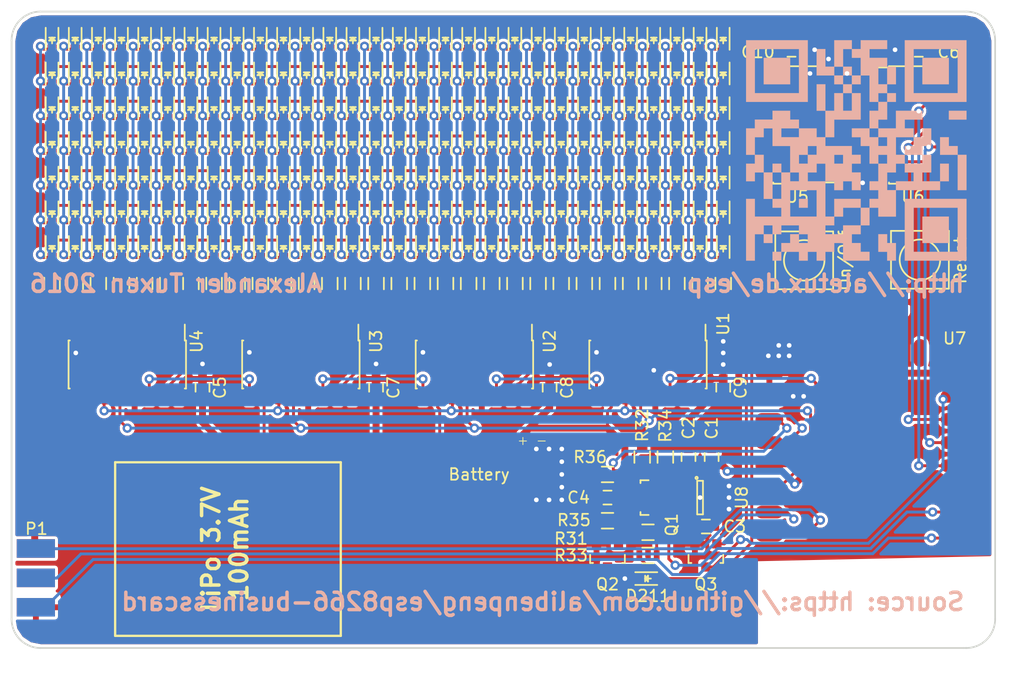
<source format=kicad_pcb>
(kicad_pcb (version 4) (host pcbnew 4.1.0-alpha+201607210716+6990~46~ubuntu14.04.1-product)
  (layers (0 F.Cu signal) (31 B.Cu signal) (34 B.Paste user) (35 F.Paste user) (36 B.SilkS user) (37 F.SilkS user) (38 B.Mask user) (39 F.Mask user) (44 Edge.Cuts user))
  (net 0 "")
  (net 1 VCC)
  (net 2 /col1)
  (net 3 /row1)
  (net 4 /col2)
  (net 5 /col3)
  (net 6 /col4)
  (net 7 /col5)
  (net 8 /row2)
  (net 9 /row3)
  (net 10 /row4)
  (net 11 /row5)
  (net 12 /row6)
  (net 13 /row7)
  (net 14 /col6)
  (net 15 /col7)
  (net 16 /col8)
  (net 17 /col9)
  (net 18 /col10)
  (net 19 /col11)
  (net 20 /col12)
  (net 21 /col13)
  (net 22 /col14)
  (net 23 /col15)
  (net 24 /col16)
  (net 25 /col17)
  (net 26 /col18)
  (net 27 /col19)
  (net 28 /col20)
  (net 29 /col21)
  (net 30 /col22)
  (net 31 /col23)
  (net 32 /col24)
  (net 33 /col25)
  (net 34 /col26)
  (net 35 /col27)
  (net 36 /col28)
  (net 37 /col29)
  (net 38 /col30)
  (net 39 "Net-(R1-Pad2)")
  (net 40 "Net-(R2-Pad2)")
  (net 41 "Net-(R3-Pad2)")
  (net 42 "Net-(R4-Pad2)")
  (net 43 "Net-(R5-Pad2)")
  (net 44 "Net-(R6-Pad2)")
  (net 45 "Net-(R7-Pad2)")
  (net 46 "Net-(R8-Pad2)")
  (net 47 "Net-(R9-Pad2)")
  (net 48 "Net-(R10-Pad2)")
  (net 49 "Net-(R11-Pad2)")
  (net 50 "Net-(R12-Pad2)")
  (net 51 "Net-(R13-Pad2)")
  (net 52 "Net-(R14-Pad2)")
  (net 53 "Net-(R15-Pad2)")
  (net 54 "Net-(R16-Pad2)")
  (net 55 "Net-(R17-Pad2)")
  (net 56 "Net-(R18-Pad2)")
  (net 57 "Net-(R19-Pad2)")
  (net 58 "Net-(R20-Pad2)")
  (net 59 "Net-(R21-Pad2)")
  (net 60 "Net-(R22-Pad2)")
  (net 61 "Net-(R23-Pad2)")
  (net 62 "Net-(R24-Pad2)")
  (net 63 "Net-(R25-Pad2)")
  (net 64 "Net-(R26-Pad2)")
  (net 65 "Net-(R27-Pad2)")
  (net 66 "Net-(R28-Pad2)")
  (net 67 "Net-(R29-Pad2)")
  (net 68 "Net-(R30-Pad2)")
  (net 69 GND)
  (net 70 "Net-(U1-Pad9)")
  (net 71 /col_srclk)
  (net 72 /col_rclk)
  (net 73 /col_ser)
  (net 74 "Net-(U2-Pad9)")
  (net 75 "Net-(U3-Pad9)")
  (net 76 "Net-(U4-Pad6)")
  (net 77 "Net-(U4-Pad7)")
  (net 78 "Net-(U4-Pad9)")
  (net 79 "Net-(U5-Pad1)")
  (net 80 "Net-(U5-Pad2)")
  (net 81 "Net-(U5-Pad3)")
  (net 82 "Net-(U5-Pad4)")
  (net 83 "Net-(U5-Pad5)")
  (net 84 "Net-(U5-Pad6)")
  (net 85 "Net-(U5-Pad7)")
  (net 86 "Net-(U6-Pad9)")
  (net 87 /row_srclk)
  (net 88 /row_rclk)
  (net 89 /row_ser)
  (net 90 "Net-(U7-Pad14)")
  (net 91 "Net-(U7-Pad13)")
  (net 92 "Net-(U7-Pad12)")
  (net 93 "Net-(U7-Pad11)")
  (net 94 "Net-(U7-Pad10)")
  (net 95 "Net-(U7-Pad9)")
  (net 96 "Net-(U7-Pad3)")
  (net 97 +3V3)
  (net 98 "Net-(C2-Pad1)")
  (net 99 "Net-(C3-Pad1)")
  (net 100 /auto_off)
  (net 101 "Net-(D211-Pad2)")
  (net 102 "Net-(D211-Pad1)")
  (net 103 "Net-(Q1-Pad1)")
  (net 104 "Net-(Q2-Pad1)")
  (net 105 "Net-(Q3-Pad1)")
  (net 106 /button_sense)
  (net 107 /adc)
  (net 108 "Net-(U6-Pad15)")
  (net 109 /txd)
  (net 110 "Net-(P1-Pad3)")
  (net 111 /rxd)
  (net 112 /rest)
  (module LOGO (layer B.Cu) (at 155.5 44.5 180)
    (fp_text reference G*** hide)
    (fp_text value LOGO hide)
  )
  (module alis_parts:via_04_no_front_mask (layer F.Cu) (at 128.95 70.3)
    (fp_text reference "" hide)
    (fp_text value "")
    (pad 1 thru_hole circle (at 0 0) (size 0.8 0.8) (drill 0.4) (layers *.Cu F.Mask) (net 69 GND))
  )
  (module alis_parts:via_04_no_front_mask (layer F.Cu) (at 128.95 74.7)
    (fp_text reference "" hide)
    (fp_text value "")
    (pad 1 thru_hole circle (at 0 0) (size 0.8 0.8) (drill 0.4) (layers *.Cu F.Mask) (net 69 GND))
  )
  (module alis_parts:via_04_no_front_mask (layer F.Cu) (at 130.05 74.7)
    (fp_text reference "" hide)
    (fp_text value "")
    (pad 1 thru_hole circle (at 0 0) (size 0.8 0.8) (drill 0.4) (layers *.Cu F.Mask) (net 69 GND))
  )
  (module alis_parts:via_04_no_front_mask (layer F.Cu) (at 130.05 73.6)
    (fp_text reference "" hide)
    (fp_text value "")
    (pad 1 thru_hole circle (at 0 0) (size 0.8 0.8) (drill 0.4) (layers *.Cu F.Mask) (net 69 GND))
  )
  (module alis_parts:via_04_no_front_mask (layer F.Cu) (at 130.05 71.4)
    (fp_text reference "" hide)
    (fp_text value "")
    (pad 1 thru_hole circle (at 0 0) (size 0.8 0.8) (drill 0.4) (layers *.Cu F.Mask) (net 69 GND))
  )
  (module alis_parts:via_04_no_front_mask (layer F.Cu) (at 130.05 70.3)
    (fp_text reference "" hide)
    (fp_text value "")
    (pad 1 thru_hole circle (at 0 0) (size 0.8 0.8) (drill 0.4) (layers *.Cu F.Mask) (net 69 GND))
  )
  (module alis_parts:via_04_no_front_mask (layer F.Cu) (at 129 63)
    (fp_text reference "" hide)
    (fp_text value "")
    (pad 1 thru_hole circle (at 0 0) (size 0.8 0.8) (drill 0.4) (layers *.Cu F.Mask) (net 69 GND))
  )
  (module alis_parts:via_04_no_front_mask (layer F.Cu) (at 114 62.95)
    (fp_text reference "" hide)
    (fp_text value "")
    (pad 1 thru_hole circle (at 0 0) (size 0.8 0.8) (drill 0.4) (layers *.Cu F.Mask) (net 69 GND))
  )
  (module alis_parts:via_04_no_front_mask (layer F.Cu) (at 88.05 62)
    (fp_text reference "" hide)
    (fp_text value "")
    (pad 1 thru_hole circle (at 0 0) (size 0.8 0.8) (drill 0.4) (layers *.Cu F.Mask) (net 69 GND))
  )
  (module alis_parts:via_04_no_front_mask (layer F.Cu) (at 133.05 61.95)
    (fp_text reference "" hide)
    (fp_text value "")
    (pad 1 thru_hole circle (at 0 0) (size 0.8 0.8) (drill 0.4) (layers *.Cu F.Mask) (net 69 GND))
  )
  (module alis_parts:via_04_no_front_mask (layer F.Cu) (at 118.05 61.95)
    (fp_text reference "" hide)
    (fp_text value "")
    (pad 1 thru_hole circle (at 0 0) (size 0.8 0.8) (drill 0.4) (layers *.Cu F.Mask) (net 69 GND))
  )
  (module alis_parts:via_04_no_front_mask (layer F.Cu) (at 103.05 61.95)
    (fp_text reference "" hide)
    (fp_text value "")
    (pad 1 thru_hole circle (at 0 0) (size 0.8 0.8) (drill 0.4) (layers *.Cu F.Mask) (net 69 GND))
  )
  (module alis_parts:via_04_no_front_mask (layer F.Cu) (at 99 62.95)
    (fp_text reference "" hide)
    (fp_text value "")
    (pad 1 thru_hole circle (at 0 0) (size 0.8 0.8) (drill 0.4) (layers *.Cu F.Mask) (net 69 GND))
  )
  (module alis_parts:via_04_no_front_mask (layer F.Cu) (at 156.05 47.3)
    (fp_text reference "" hide)
    (fp_text value "")
    (pad 1 thru_hole circle (at 0 0) (size 0.8 0.8) (drill 0.4) (layers *.Cu F.Mask) (net 69 GND))
  )
  (module alis_parts:via_04_no_front_mask (layer F.Cu) (at 158.85 35.8)
    (fp_text reference "" hide)
    (fp_text value "")
    (pad 1 thru_hole circle (at 0 0) (size 0.8 0.8) (drill 0.4) (layers *.Cu F.Mask) (net 69 GND))
  )
  (module alis_parts:via_04_no_front_mask (layer F.Cu) (at 148.8 61.35)
    (fp_text reference "" hide)
    (fp_text value "")
    (pad 1 thru_hole circle (at 0 0) (size 0.8 0.8) (drill 0.4) (layers *.Cu F.Mask) (net 69 GND))
  )
  (module alis_parts:via_04_no_front_mask (layer F.Cu) (at 147.9 62.25)
    (fp_text reference "" hide)
    (fp_text value "")
    (pad 1 thru_hole circle (at 0 0) (size 0.8 0.8) (drill 0.4) (layers *.Cu F.Mask) (net 69 GND))
  )
  (module alis_parts:via_04_no_front_mask (layer F.Cu) (at 149.7 61.35)
    (fp_text reference "" hide)
    (fp_text value "")
    (pad 1 thru_hole circle (at 0 0) (size 0.8 0.8) (drill 0.4) (layers *.Cu F.Mask) (net 69 GND))
  )
  (module alis_parts:via_04_no_front_mask (layer F.Cu) (at 150.95 65.75)
    (fp_text reference "" hide)
    (fp_text value "")
    (pad 1 thru_hole circle (at 0 0) (size 0.8 0.8) (drill 0.4) (layers *.Cu F.Mask) (net 69 GND))
  )
  (module alis_parts:via_04_no_front_mask (layer F.Cu) (at 149.7 62.25)
    (fp_text reference "" hide)
    (fp_text value "")
    (pad 1 thru_hole circle (at 0 0) (size 0.8 0.8) (drill 0.4) (layers *.Cu F.Mask) (net 69 GND))
  )
  (module alis_parts:via_04_no_front_mask (layer F.Cu) (at 148.8 62.25)
    (fp_text reference "" hide)
    (fp_text value "")
    (pad 1 thru_hole circle (at 0 0) (size 0.8 0.8) (drill 0.4) (layers *.Cu F.Mask) (net 69 GND))
  )
  (module alis_parts:via_04_no_front_mask (layer F.Cu) (at 150.05 65.75)
    (fp_text reference "" hide)
    (fp_text value "")
    (pad 1 thru_hole circle (at 0 0) (size 0.8 0.8) (drill 0.4) (layers *.Cu F.Mask) (net 69 GND))
  )
  (module alis_parts:via_04_no_front_mask (layer F.Cu) (at 127.85 70.3)
    (fp_text reference "" hide)
    (fp_text value "")
    (pad 1 thru_hole circle (at 0 0) (size 0.8 0.8) (drill 0.4) (layers *.Cu F.Mask) (net 69 GND))
  )
  (module alis_parts:via_04_no_front_mask (layer F.Cu) (at 130.05 72.5)
    (fp_text reference "" hide)
    (fp_text value "")
    (pad 1 thru_hole circle (at 0 0) (size 0.8 0.8) (drill 0.4) (layers *.Cu F.Mask) (net 69 GND))
  )
  (module alis_parts:via_04_no_front_mask (layer F.Cu) (at 127.85 74.7)
    (fp_text reference "" hide)
    (fp_text value "")
    (pad 1 thru_hole circle (at 0 0) (size 0.8 0.8) (drill 0.4) (layers *.Cu F.Mask) (net 69 GND))
  )
  (module alis_parts:via_04_no_front_mask (layer F.Cu) (at 154.7 37.85)
    (fp_text reference "" hide)
    (fp_text value "")
    (pad 1 thru_hole circle (at 0 0) (size 0.8 0.8) (drill 0.4) (layers *.Cu F.Mask) (net 69 GND))
  )
  (module alis_parts:via_04_no_front_mask (layer F.Cu) (at 153.1 36.6)
    (fp_text reference "" hide)
    (fp_text value "")
    (pad 1 thru_hole circle (at 0 0) (size 0.8 0.8) (drill 0.4) (layers *.Cu F.Mask) (net 69 GND))
  )
  (module alis_parts:via_04_no_front_mask (layer F.Cu) (at 151.9 35.8)
    (fp_text reference "" hide)
    (fp_text value "")
    (pad 1 thru_hole circle (at 0 0) (size 0.8 0.8) (drill 0.4) (layers *.Cu F.Mask) (net 69 GND))
  )
  (module alis_parts:via_04_no_front_mask (layer F.Cu) (at 151.5 37.85)
    (fp_text reference "" hide)
    (fp_text value "")
    (pad 1 thru_hole circle (at 0 0) (size 0.8 0.8) (drill 0.4) (layers *.Cu F.Mask) (net 69 GND))
  )
  (module alis_parts:via_04_no_front_mask (layer F.Cu) (at 144 61)
    (fp_text reference "" hide)
    (fp_text value "")
    (pad 1 thru_hole circle (at 0 0) (size 0.8 0.8) (drill 0.4) (layers *.Cu F.Mask) (net 69 GND))
  )
  (module alis_parts:via_04_no_front_mask (layer F.Cu) (at 144 62)
    (fp_text reference "" hide)
    (fp_text value "")
    (pad 1 thru_hole circle (at 0 0) (size 0.8 0.8) (drill 0.4) (layers *.Cu F.Mask) (net 69 GND))
  )
  (module alis_parts:via_04_no_front_mask (layer F.Cu) (at 144 63)
    (fp_text reference "" hide)
    (fp_text value "")
    (pad 1 thru_hole circle (at 0 0) (size 0.8 0.8) (drill 0.4) (layers *.Cu F.Mask) (net 69 GND))
  )
  (module alis_parts:via_04_no_front_mask (layer F.Cu) (at 144.5 75.5)
    (fp_text reference "" hide)
    (fp_text value "")
    (pad 1 thru_hole circle (at 0 0) (size 0.8 0.8) (drill 0.4) (layers *.Cu F.Mask) (net 69 GND))
  )
  (module alis_parts:via_04_no_front_mask (layer F.Cu) (at 144.5 73.5)
    (fp_text reference "" hide)
    (fp_text value "")
    (pad 1 thru_hole circle (at 0 0) (size 0.8 0.8) (drill 0.4) (layers *.Cu F.Mask) (net 69 GND))
  )
  (module alis_parts:via_04_no_front_mask (layer F.Cu) (at 144.5 74.5)
    (fp_text reference "" hide)
    (fp_text value "")
    (pad 1 thru_hole circle (at 0 0) (size 0.8 0.8) (drill 0.4) (layers *.Cu F.Mask) (net 69 GND))
  )
  (module alis_parts:via_04_no_front_mask (layer F.Cu) (at 142 74.5)
    (fp_text reference "" hide)
    (fp_text value "")
    (pad 1 thru_hole circle (at 0 0) (size 0.8 0.8) (drill 0.4) (layers *.Cu F.Mask) (net 69 GND))
  )
  (module ESP8266:ESP-12E (layer F.Cu) (at 163.99 77.75 180)
    (fp_text reference U7 (at -0.01 17 180) (layer F.SilkS))
    (fp_text value ESP-12E)
    (pad 9 smd oval (at 2.99 15.75 270) (size 2.4 1.1) (layers F.Cu F.Paste F.Mask) (net 95 "Net-(U7-Pad9)"))
    (pad 10 smd oval (at 4.99 15.75 270) (size 2.4 1.1) (layers F.Cu F.Paste F.Mask) (net 94 "Net-(U7-Pad10)"))
    (pad 11 smd oval (at 6.99 15.75 270) (size 2.4 1.1) (layers F.Cu F.Paste F.Mask) (net 93 "Net-(U7-Pad11)"))
    (pad 12 smd oval (at 8.99 15.75 270) (size 2.4 1.1) (layers F.Cu F.Paste F.Mask) (net 92 "Net-(U7-Pad12)"))
    (pad 13 smd oval (at 10.99 15.75 270) (size 2.4 1.1) (layers F.Cu F.Paste F.Mask) (net 91 "Net-(U7-Pad13)"))
    (pad 14 smd oval (at 12.99 15.75 270) (size 2.4 1.1) (layers F.Cu F.Paste F.Mask) (net 90 "Net-(U7-Pad14)"))
    (pad 1 smd rect (at 0 0 180) (size 2.4 1.1) (layers F.Cu F.Paste F.Mask) (net 112 /rest))
    (pad 2 smd oval (at 0 2 180) (size 2.4 1.1) (layers F.Cu F.Paste F.Mask) (net 107 /adc))
    (pad 3 smd oval (at 0 4 180) (size 2.4 1.1) (layers F.Cu F.Paste F.Mask) (net 96 "Net-(U7-Pad3)"))
    (pad 4 smd oval (at 0 6 180) (size 2.4 1.1) (layers F.Cu F.Paste F.Mask) (net 89 /row_ser))
    (pad 5 smd oval (at 0 8 180) (size 2.4 1.1) (layers F.Cu F.Paste F.Mask) (net 87 /row_srclk))
    (pad 6 smd oval (at 0 10 180) (size 2.4 1.1) (layers F.Cu F.Paste F.Mask) (net 88 /row_rclk))
    (pad 7 smd oval (at 0 12 180) (size 2.4 1.1) (layers F.Cu F.Paste F.Mask) (net 106 /button_sense))
    (pad 8 smd oval (at 0 14 180) (size 2.4 1.1) (layers F.Cu F.Paste F.Mask) (net 97 +3V3))
    (pad 15 smd oval (at 16 14 180) (size 2.4 1.1) (layers F.Cu F.Paste F.Mask) (net 69 GND))
    (pad 16 smd oval (at 16 12 180) (size 2.4 1.1) (layers F.Cu F.Paste F.Mask) (net 69 GND))
    (pad 17 smd oval (at 16 10 180) (size 2.4 1.1) (layers F.Cu F.Paste F.Mask) (net 100 /auto_off))
    (pad 18 smd oval (at 16 8 180) (size 2.4 1.1) (layers F.Cu F.Paste F.Mask) (net 72 /col_rclk))
    (pad 19 smd oval (at 16 6 180) (size 2.4 1.1) (layers F.Cu F.Paste F.Mask) (net 71 /col_srclk))
    (pad 20 smd oval (at 16 4 180) (size 2.4 1.1) (layers F.Cu F.Paste F.Mask) (net 73 /col_ser))
    (pad 21 smd oval (at 16 2 180) (size 2.4 1.1) (layers F.Cu F.Paste F.Mask) (net 111 /rxd))
    (pad 22 smd oval (at 16 0 180) (size 2.4 1.1) (layers F.Cu F.Paste F.Mask) (net 109 /txd))
  )
  (module Resistors_SMD:R_0603 (layer F.Cu) (at 144 56 270)
    (fp_text reference R1)
    (fp_text value R)
    (pad 1 smd rect (at -0.75 0 270) (size 0.5 0.9) (layers F.Cu F.Paste F.Mask) (net 2 /col1))
    (pad 2 smd rect (at 0.75 0 270) (size 0.5 0.9) (layers F.Cu F.Paste F.Mask) (net 39 "Net-(R1-Pad2)"))
  )
  (module Resistors_SMD:R_0603 (layer F.Cu) (at 128 56 270)
    (fp_text reference R2)
    (fp_text value R)
    (pad 1 smd rect (at -0.75 0 270) (size 0.5 0.9) (layers F.Cu F.Paste F.Mask) (net 17 /col9))
    (pad 2 smd rect (at 0.75 0 270) (size 0.5 0.9) (layers F.Cu F.Paste F.Mask) (net 40 "Net-(R2-Pad2)"))
  )
  (module Resistors_SMD:R_0603 (layer F.Cu) (at 112 56 270)
    (fp_text reference R3)
    (fp_text value R)
    (pad 1 smd rect (at -0.75 0 270) (size 0.5 0.9) (layers F.Cu F.Paste F.Mask) (net 25 /col17))
    (pad 2 smd rect (at 0.75 0 270) (size 0.5 0.9) (layers F.Cu F.Paste F.Mask) (net 41 "Net-(R3-Pad2)"))
  )
  (module Resistors_SMD:R_0603 (layer F.Cu) (at 96 56 270)
    (fp_text reference R4)
    (fp_text value R)
    (pad 1 smd rect (at -0.75 0 270) (size 0.5 0.9) (layers F.Cu F.Paste F.Mask) (net 33 /col25))
    (pad 2 smd rect (at 0.75 0 270) (size 0.5 0.9) (layers F.Cu F.Paste F.Mask) (net 42 "Net-(R4-Pad2)"))
  )
  (module Resistors_SMD:R_0603 (layer F.Cu) (at 142 56 270)
    (fp_text reference R5)
    (fp_text value R)
    (pad 1 smd rect (at -0.75 0 270) (size 0.5 0.9) (layers F.Cu F.Paste F.Mask) (net 4 /col2))
    (pad 2 smd rect (at 0.75 0 270) (size 0.5 0.9) (layers F.Cu F.Paste F.Mask) (net 43 "Net-(R5-Pad2)"))
  )
  (module Resistors_SMD:R_0603 (layer F.Cu) (at 126 56 270)
    (fp_text reference R6)
    (fp_text value R)
    (pad 1 smd rect (at -0.75 0 270) (size 0.5 0.9) (layers F.Cu F.Paste F.Mask) (net 18 /col10))
    (pad 2 smd rect (at 0.75 0 270) (size 0.5 0.9) (layers F.Cu F.Paste F.Mask) (net 44 "Net-(R6-Pad2)"))
  )
  (module Resistors_SMD:R_0603 (layer F.Cu) (at 110 56 270)
    (fp_text reference R7)
    (fp_text value R)
    (pad 1 smd rect (at -0.75 0 270) (size 0.5 0.9) (layers F.Cu F.Paste F.Mask) (net 26 /col18))
    (pad 2 smd rect (at 0.75 0 270) (size 0.5 0.9) (layers F.Cu F.Paste F.Mask) (net 45 "Net-(R7-Pad2)"))
  )
  (module Resistors_SMD:R_0603 (layer F.Cu) (at 94 56 270)
    (fp_text reference R8)
    (fp_text value R)
    (pad 1 smd rect (at -0.75 0 270) (size 0.5 0.9) (layers F.Cu F.Paste F.Mask) (net 34 /col26))
    (pad 2 smd rect (at 0.75 0 270) (size 0.5 0.9) (layers F.Cu F.Paste F.Mask) (net 46 "Net-(R8-Pad2)"))
  )
  (module Resistors_SMD:R_0603 (layer F.Cu) (at 140 56 270)
    (fp_text reference R9)
    (fp_text value R)
    (pad 1 smd rect (at -0.75 0 270) (size 0.5 0.9) (layers F.Cu F.Paste F.Mask) (net 5 /col3))
    (pad 2 smd rect (at 0.75 0 270) (size 0.5 0.9) (layers F.Cu F.Paste F.Mask) (net 47 "Net-(R9-Pad2)"))
  )
  (module Resistors_SMD:R_0603 (layer F.Cu) (at 124 56 270)
    (fp_text reference R10)
    (fp_text value R)
    (pad 1 smd rect (at -0.75 0 270) (size 0.5 0.9) (layers F.Cu F.Paste F.Mask) (net 19 /col11))
    (pad 2 smd rect (at 0.75 0 270) (size 0.5 0.9) (layers F.Cu F.Paste F.Mask) (net 48 "Net-(R10-Pad2)"))
  )
  (module Resistors_SMD:R_0603 (layer F.Cu) (at 108 56 270)
    (fp_text reference R11)
    (fp_text value R)
    (pad 1 smd rect (at -0.75 0 270) (size 0.5 0.9) (layers F.Cu F.Paste F.Mask) (net 27 /col19))
    (pad 2 smd rect (at 0.75 0 270) (size 0.5 0.9) (layers F.Cu F.Paste F.Mask) (net 49 "Net-(R11-Pad2)"))
  )
  (module Resistors_SMD:R_0603 (layer F.Cu) (at 92 56 270)
    (fp_text reference R12)
    (fp_text value R)
    (pad 1 smd rect (at -0.75 0 270) (size 0.5 0.9) (layers F.Cu F.Paste F.Mask) (net 35 /col27))
    (pad 2 smd rect (at 0.75 0 270) (size 0.5 0.9) (layers F.Cu F.Paste F.Mask) (net 50 "Net-(R12-Pad2)"))
  )
  (module Resistors_SMD:R_0603 (layer F.Cu) (at 138 56 270)
    (fp_text reference R13)
    (fp_text value R)
    (pad 1 smd rect (at -0.75 0 270) (size 0.5 0.9) (layers F.Cu F.Paste F.Mask) (net 6 /col4))
    (pad 2 smd rect (at 0.75 0 270) (size 0.5 0.9) (layers F.Cu F.Paste F.Mask) (net 51 "Net-(R13-Pad2)"))
  )
  (module Resistors_SMD:R_0603 (layer F.Cu) (at 122 56 270)
    (fp_text reference R14)
    (fp_text value R)
    (pad 1 smd rect (at -0.75 0 270) (size 0.5 0.9) (layers F.Cu F.Paste F.Mask) (net 20 /col12))
    (pad 2 smd rect (at 0.75 0 270) (size 0.5 0.9) (layers F.Cu F.Paste F.Mask) (net 52 "Net-(R14-Pad2)"))
  )
  (module Resistors_SMD:R_0603 (layer F.Cu) (at 106 56 270)
    (fp_text reference R15)
    (fp_text value R)
    (pad 1 smd rect (at -0.75 0 270) (size 0.5 0.9) (layers F.Cu F.Paste F.Mask) (net 28 /col20))
    (pad 2 smd rect (at 0.75 0 270) (size 0.5 0.9) (layers F.Cu F.Paste F.Mask) (net 53 "Net-(R15-Pad2)"))
  )
  (module Resistors_SMD:R_0603 (layer F.Cu) (at 90 56 270)
    (fp_text reference R16)
    (fp_text value R)
    (pad 1 smd rect (at -0.75 0 270) (size 0.5 0.9) (layers F.Cu F.Paste F.Mask) (net 36 /col28))
    (pad 2 smd rect (at 0.75 0 270) (size 0.5 0.9) (layers F.Cu F.Paste F.Mask) (net 54 "Net-(R16-Pad2)"))
  )
  (module Resistors_SMD:R_0603 (layer F.Cu) (at 136 56 270)
    (fp_text reference R17)
    (fp_text value R)
    (pad 1 smd rect (at -0.75 0 270) (size 0.5 0.9) (layers F.Cu F.Paste F.Mask) (net 7 /col5))
    (pad 2 smd rect (at 0.75 0 270) (size 0.5 0.9) (layers F.Cu F.Paste F.Mask) (net 55 "Net-(R17-Pad2)"))
  )
  (module Resistors_SMD:R_0603 (layer F.Cu) (at 120 56 270)
    (fp_text reference R18)
    (fp_text value R)
    (pad 1 smd rect (at -0.75 0 270) (size 0.5 0.9) (layers F.Cu F.Paste F.Mask) (net 21 /col13))
    (pad 2 smd rect (at 0.75 0 270) (size 0.5 0.9) (layers F.Cu F.Paste F.Mask) (net 56 "Net-(R18-Pad2)"))
  )
  (module Resistors_SMD:R_0603 (layer F.Cu) (at 104 56 270)
    (fp_text reference R19)
    (fp_text value R)
    (pad 1 smd rect (at -0.75 0 270) (size 0.5 0.9) (layers F.Cu F.Paste F.Mask) (net 29 /col21))
    (pad 2 smd rect (at 0.75 0 270) (size 0.5 0.9) (layers F.Cu F.Paste F.Mask) (net 57 "Net-(R19-Pad2)"))
  )
  (module Resistors_SMD:R_0603 (layer F.Cu) (at 88 56 270)
    (fp_text reference R20)
    (fp_text value R)
    (pad 1 smd rect (at -0.75 0 270) (size 0.5 0.9) (layers F.Cu F.Paste F.Mask) (net 37 /col29))
    (pad 2 smd rect (at 0.75 0 270) (size 0.5 0.9) (layers F.Cu F.Paste F.Mask) (net 58 "Net-(R20-Pad2)"))
  )
  (module Resistors_SMD:R_0603 (layer F.Cu) (at 134 56 270)
    (fp_text reference R21)
    (fp_text value R)
    (pad 1 smd rect (at -0.75 0 270) (size 0.5 0.9) (layers F.Cu F.Paste F.Mask) (net 14 /col6))
    (pad 2 smd rect (at 0.75 0 270) (size 0.5 0.9) (layers F.Cu F.Paste F.Mask) (net 59 "Net-(R21-Pad2)"))
  )
  (module Resistors_SMD:R_0603 (layer F.Cu) (at 118 56 270)
    (fp_text reference R22)
    (fp_text value R)
    (pad 1 smd rect (at -0.75 0 270) (size 0.5 0.9) (layers F.Cu F.Paste F.Mask) (net 22 /col14))
    (pad 2 smd rect (at 0.75 0 270) (size 0.5 0.9) (layers F.Cu F.Paste F.Mask) (net 60 "Net-(R22-Pad2)"))
  )
  (module Resistors_SMD:R_0603 (layer F.Cu) (at 102 56 270)
    (fp_text reference R23)
    (fp_text value R)
    (pad 1 smd rect (at -0.75 0 270) (size 0.5 0.9) (layers F.Cu F.Paste F.Mask) (net 30 /col22))
    (pad 2 smd rect (at 0.75 0 270) (size 0.5 0.9) (layers F.Cu F.Paste F.Mask) (net 61 "Net-(R23-Pad2)"))
  )
  (module Resistors_SMD:R_0603 (layer F.Cu) (at 86 56 270)
    (fp_text reference R24)
    (fp_text value R)
    (pad 1 smd rect (at -0.75 0 270) (size 0.5 0.9) (layers F.Cu F.Paste F.Mask) (net 38 /col30))
    (pad 2 smd rect (at 0.75 0 270) (size 0.5 0.9) (layers F.Cu F.Paste F.Mask) (net 62 "Net-(R24-Pad2)"))
  )
  (module Resistors_SMD:R_0603 (layer F.Cu) (at 132 56 270)
    (fp_text reference R25)
    (fp_text value R)
    (pad 1 smd rect (at -0.75 0 270) (size 0.5 0.9) (layers F.Cu F.Paste F.Mask) (net 15 /col7))
    (pad 2 smd rect (at 0.75 0 270) (size 0.5 0.9) (layers F.Cu F.Paste F.Mask) (net 63 "Net-(R25-Pad2)"))
  )
  (module Resistors_SMD:R_0603 (layer F.Cu) (at 116 56 270)
    (fp_text reference R26)
    (fp_text value R)
    (pad 1 smd rect (at -0.75 0 270) (size 0.5 0.9) (layers F.Cu F.Paste F.Mask) (net 23 /col15))
    (pad 2 smd rect (at 0.75 0 270) (size 0.5 0.9) (layers F.Cu F.Paste F.Mask) (net 64 "Net-(R26-Pad2)"))
  )
  (module Resistors_SMD:R_0603 (layer F.Cu) (at 100 56 270)
    (fp_text reference R27)
    (fp_text value R)
    (pad 1 smd rect (at -0.75 0 270) (size 0.5 0.9) (layers F.Cu F.Paste F.Mask) (net 31 /col23))
    (pad 2 smd rect (at 0.75 0 270) (size 0.5 0.9) (layers F.Cu F.Paste F.Mask) (net 65 "Net-(R27-Pad2)"))
  )
  (module Resistors_SMD:R_0603 (layer F.Cu) (at 130 56 270)
    (fp_text reference R28)
    (fp_text value R)
    (pad 1 smd rect (at -0.75 0 270) (size 0.5 0.9) (layers F.Cu F.Paste F.Mask) (net 16 /col8))
    (pad 2 smd rect (at 0.75 0 270) (size 0.5 0.9) (layers F.Cu F.Paste F.Mask) (net 66 "Net-(R28-Pad2)"))
  )
  (module Resistors_SMD:R_0603 (layer F.Cu) (at 114 56 270)
    (fp_text reference R29)
    (fp_text value R)
    (pad 1 smd rect (at -0.75 0 270) (size 0.5 0.9) (layers F.Cu F.Paste F.Mask) (net 24 /col16))
    (pad 2 smd rect (at 0.75 0 270) (size 0.5 0.9) (layers F.Cu F.Paste F.Mask) (net 67 "Net-(R29-Pad2)"))
  )
  (module Resistors_SMD:R_0603 (layer F.Cu) (at 98 56 270)
    (fp_text reference R30)
    (fp_text value R)
    (pad 1 smd rect (at -0.75 0 270) (size 0.5 0.9) (layers F.Cu F.Paste F.Mask) (net 32 /col24))
    (pad 2 smd rect (at 0.75 0 270) (size 0.5 0.9) (layers F.Cu F.Paste F.Mask) (net 68 "Net-(R30-Pad2)"))
  )
  (module Housings_SOIC:SOIC-16_3.9x9.9mm_Pitch1.27mm (layer F.Cu) (at 137.5 63 270)
    (fp_text reference U1 (at -3.5 -6.5 270) (layer F.SilkS))
    (fp_text value 74HC595)
    (pad 1 smd rect (at -2.7 -4.445 270) (size 1.5 0.6) (layers F.Cu F.Paste F.Mask) (net 43 "Net-(R5-Pad2)"))
    (pad 2 smd rect (at -2.7 -3.175 270) (size 1.5 0.6) (layers F.Cu F.Paste F.Mask) (net 47 "Net-(R9-Pad2)"))
    (pad 3 smd rect (at -2.7 -1.905 270) (size 1.5 0.6) (layers F.Cu F.Paste F.Mask) (net 51 "Net-(R13-Pad2)"))
    (pad 4 smd rect (at -2.7 -0.635 270) (size 1.5 0.6) (layers F.Cu F.Paste F.Mask) (net 55 "Net-(R17-Pad2)"))
    (pad 5 smd rect (at -2.7 0.635 270) (size 1.5 0.6) (layers F.Cu F.Paste F.Mask) (net 59 "Net-(R21-Pad2)"))
    (pad 6 smd rect (at -2.7 1.905 270) (size 1.5 0.6) (layers F.Cu F.Paste F.Mask) (net 63 "Net-(R25-Pad2)"))
    (pad 7 smd rect (at -2.7 3.175 270) (size 1.5 0.6) (layers F.Cu F.Paste F.Mask) (net 66 "Net-(R28-Pad2)"))
    (pad 8 smd rect (at -2.7 4.445 270) (size 1.5 0.6) (layers F.Cu F.Paste F.Mask) (net 69 GND))
    (pad 9 smd rect (at 2.7 4.445 270) (size 1.5 0.6) (layers F.Cu F.Paste F.Mask) (net 70 "Net-(U1-Pad9)"))
    (pad 10 smd rect (at 2.7 3.175 270) (size 1.5 0.6) (layers F.Cu F.Paste F.Mask) (net 1 VCC))
    (pad 11 smd rect (at 2.7 1.905 270) (size 1.5 0.6) (layers F.Cu F.Paste F.Mask) (net 71 /col_srclk))
    (pad 12 smd rect (at 2.7 0.635 270) (size 1.5 0.6) (layers F.Cu F.Paste F.Mask) (net 72 /col_rclk))
    (pad 13 smd rect (at 2.7 -0.635 270) (size 1.5 0.6) (layers F.Cu F.Paste F.Mask) (net 69 GND))
    (pad 14 smd rect (at 2.7 -1.905 270) (size 1.5 0.6) (layers F.Cu F.Paste F.Mask) (net 73 /col_ser))
    (pad 15 smd rect (at 2.7 -3.175 270) (size 1.5 0.6) (layers F.Cu F.Paste F.Mask) (net 39 "Net-(R1-Pad2)"))
    (pad 16 smd rect (at 2.7 -4.445 270) (size 1.5 0.6) (layers F.Cu F.Paste F.Mask) (net 1 VCC))
  )
  (module Housings_SOIC:SOIC-16_3.9x9.9mm_Pitch1.27mm (layer F.Cu) (at 122.5 63 270)
    (fp_text reference U2 (at -2 -6.5 270) (layer F.SilkS))
    (fp_text value 74HC595)
    (pad 1 smd rect (at -2.7 -4.445 270) (size 1.5 0.6) (layers F.Cu F.Paste F.Mask) (net 44 "Net-(R6-Pad2)"))
    (pad 2 smd rect (at -2.7 -3.175 270) (size 1.5 0.6) (layers F.Cu F.Paste F.Mask) (net 48 "Net-(R10-Pad2)"))
    (pad 3 smd rect (at -2.7 -1.905 270) (size 1.5 0.6) (layers F.Cu F.Paste F.Mask) (net 52 "Net-(R14-Pad2)"))
    (pad 4 smd rect (at -2.7 -0.635 270) (size 1.5 0.6) (layers F.Cu F.Paste F.Mask) (net 56 "Net-(R18-Pad2)"))
    (pad 5 smd rect (at -2.7 0.635 270) (size 1.5 0.6) (layers F.Cu F.Paste F.Mask) (net 60 "Net-(R22-Pad2)"))
    (pad 6 smd rect (at -2.7 1.905 270) (size 1.5 0.6) (layers F.Cu F.Paste F.Mask) (net 64 "Net-(R26-Pad2)"))
    (pad 7 smd rect (at -2.7 3.175 270) (size 1.5 0.6) (layers F.Cu F.Paste F.Mask) (net 67 "Net-(R29-Pad2)"))
    (pad 8 smd rect (at -2.7 4.445 270) (size 1.5 0.6) (layers F.Cu F.Paste F.Mask) (net 69 GND))
    (pad 9 smd rect (at 2.7 4.445 270) (size 1.5 0.6) (layers F.Cu F.Paste F.Mask) (net 74 "Net-(U2-Pad9)"))
    (pad 10 smd rect (at 2.7 3.175 270) (size 1.5 0.6) (layers F.Cu F.Paste F.Mask) (net 1 VCC))
    (pad 11 smd rect (at 2.7 1.905 270) (size 1.5 0.6) (layers F.Cu F.Paste F.Mask) (net 71 /col_srclk))
    (pad 12 smd rect (at 2.7 0.635 270) (size 1.5 0.6) (layers F.Cu F.Paste F.Mask) (net 72 /col_rclk))
    (pad 13 smd rect (at 2.7 -0.635 270) (size 1.5 0.6) (layers F.Cu F.Paste F.Mask) (net 69 GND))
    (pad 14 smd rect (at 2.7 -1.905 270) (size 1.5 0.6) (layers F.Cu F.Paste F.Mask) (net 70 "Net-(U1-Pad9)"))
    (pad 15 smd rect (at 2.7 -3.175 270) (size 1.5 0.6) (layers F.Cu F.Paste F.Mask) (net 40 "Net-(R2-Pad2)"))
    (pad 16 smd rect (at 2.7 -4.445 270) (size 1.5 0.6) (layers F.Cu F.Paste F.Mask) (net 1 VCC))
  )
  (module Housings_SOIC:SOIC-16_3.9x9.9mm_Pitch1.27mm (layer F.Cu) (at 107.5 63 270)
    (fp_text reference U3 (at -2 -6.5 270) (layer F.SilkS))
    (fp_text value 74HC595)
    (pad 1 smd rect (at -2.7 -4.445 270) (size 1.5 0.6) (layers F.Cu F.Paste F.Mask) (net 45 "Net-(R7-Pad2)"))
    (pad 2 smd rect (at -2.7 -3.175 270) (size 1.5 0.6) (layers F.Cu F.Paste F.Mask) (net 49 "Net-(R11-Pad2)"))
    (pad 3 smd rect (at -2.7 -1.905 270) (size 1.5 0.6) (layers F.Cu F.Paste F.Mask) (net 53 "Net-(R15-Pad2)"))
    (pad 4 smd rect (at -2.7 -0.635 270) (size 1.5 0.6) (layers F.Cu F.Paste F.Mask) (net 57 "Net-(R19-Pad2)"))
    (pad 5 smd rect (at -2.7 0.635 270) (size 1.5 0.6) (layers F.Cu F.Paste F.Mask) (net 61 "Net-(R23-Pad2)"))
    (pad 6 smd rect (at -2.7 1.905 270) (size 1.5 0.6) (layers F.Cu F.Paste F.Mask) (net 65 "Net-(R27-Pad2)"))
    (pad 7 smd rect (at -2.7 3.175 270) (size 1.5 0.6) (layers F.Cu F.Paste F.Mask) (net 68 "Net-(R30-Pad2)"))
    (pad 8 smd rect (at -2.7 4.445 270) (size 1.5 0.6) (layers F.Cu F.Paste F.Mask) (net 69 GND))
    (pad 9 smd rect (at 2.7 4.445 270) (size 1.5 0.6) (layers F.Cu F.Paste F.Mask) (net 75 "Net-(U3-Pad9)"))
    (pad 10 smd rect (at 2.7 3.175 270) (size 1.5 0.6) (layers F.Cu F.Paste F.Mask) (net 1 VCC))
    (pad 11 smd rect (at 2.7 1.905 270) (size 1.5 0.6) (layers F.Cu F.Paste F.Mask) (net 71 /col_srclk))
    (pad 12 smd rect (at 2.7 0.635 270) (size 1.5 0.6) (layers F.Cu F.Paste F.Mask) (net 72 /col_rclk))
    (pad 13 smd rect (at 2.7 -0.635 270) (size 1.5 0.6) (layers F.Cu F.Paste F.Mask) (net 69 GND))
    (pad 14 smd rect (at 2.7 -1.905 270) (size 1.5 0.6) (layers F.Cu F.Paste F.Mask) (net 74 "Net-(U2-Pad9)"))
    (pad 15 smd rect (at 2.7 -3.175 270) (size 1.5 0.6) (layers F.Cu F.Paste F.Mask) (net 41 "Net-(R3-Pad2)"))
    (pad 16 smd rect (at 2.7 -4.445 270) (size 1.5 0.6) (layers F.Cu F.Paste F.Mask) (net 1 VCC))
  )
  (module Housings_SOIC:SOIC-16_3.9x9.9mm_Pitch1.27mm (layer F.Cu) (at 92.5 63 270)
    (fp_text reference U4 (at -2 -6 270) (layer F.SilkS))
    (fp_text value 74HC595)
    (pad 1 smd rect (at -2.7 -4.445 270) (size 1.5 0.6) (layers F.Cu F.Paste F.Mask) (net 46 "Net-(R8-Pad2)"))
    (pad 2 smd rect (at -2.7 -3.175 270) (size 1.5 0.6) (layers F.Cu F.Paste F.Mask) (net 50 "Net-(R12-Pad2)"))
    (pad 3 smd rect (at -2.7 -1.905 270) (size 1.5 0.6) (layers F.Cu F.Paste F.Mask) (net 54 "Net-(R16-Pad2)"))
    (pad 4 smd rect (at -2.7 -0.635 270) (size 1.5 0.6) (layers F.Cu F.Paste F.Mask) (net 58 "Net-(R20-Pad2)"))
    (pad 5 smd rect (at -2.7 0.635 270) (size 1.5 0.6) (layers F.Cu F.Paste F.Mask) (net 62 "Net-(R24-Pad2)"))
    (pad 6 smd rect (at -2.7 1.905 270) (size 1.5 0.6) (layers F.Cu F.Paste F.Mask) (net 76 "Net-(U4-Pad6)"))
    (pad 7 smd rect (at -2.7 3.175 270) (size 1.5 0.6) (layers F.Cu F.Paste F.Mask) (net 77 "Net-(U4-Pad7)"))
    (pad 8 smd rect (at -2.7 4.445 270) (size 1.5 0.6) (layers F.Cu F.Paste F.Mask) (net 69 GND))
    (pad 9 smd rect (at 2.7 4.445 270) (size 1.5 0.6) (layers F.Cu F.Paste F.Mask) (net 78 "Net-(U4-Pad9)"))
    (pad 10 smd rect (at 2.7 3.175 270) (size 1.5 0.6) (layers F.Cu F.Paste F.Mask) (net 1 VCC))
    (pad 11 smd rect (at 2.7 1.905 270) (size 1.5 0.6) (layers F.Cu F.Paste F.Mask) (net 71 /col_srclk))
    (pad 12 smd rect (at 2.7 0.635 270) (size 1.5 0.6) (layers F.Cu F.Paste F.Mask) (net 72 /col_rclk))
    (pad 13 smd rect (at 2.7 -0.635 270) (size 1.5 0.6) (layers F.Cu F.Paste F.Mask) (net 69 GND))
    (pad 14 smd rect (at 2.7 -1.905 270) (size 1.5 0.6) (layers F.Cu F.Paste F.Mask) (net 75 "Net-(U3-Pad9)"))
    (pad 15 smd rect (at 2.7 -3.175 270) (size 1.5 0.6) (layers F.Cu F.Paste F.Mask) (net 42 "Net-(R4-Pad2)"))
    (pad 16 smd rect (at 2.7 -4.445 270) (size 1.5 0.6) (layers F.Cu F.Paste F.Mask) (net 1 VCC))
  )
  (module Housings_SOIC:SOIC-16_3.9x9.9mm_Pitch1.27mm (layer F.Cu) (at 150.4 42.3 180)
    (fp_text reference U5 (at 0 -6.2 180) (layer F.SilkS))
    (fp_text value ULN2003A)
    (pad 1 smd rect (at -2.7 -4.445 180) (size 1.5 0.6) (layers F.Cu F.Paste F.Mask) (net 79 "Net-(U5-Pad1)"))
    (pad 2 smd rect (at -2.7 -3.175 180) (size 1.5 0.6) (layers F.Cu F.Paste F.Mask) (net 80 "Net-(U5-Pad2)"))
    (pad 3 smd rect (at -2.7 -1.905 180) (size 1.5 0.6) (layers F.Cu F.Paste F.Mask) (net 81 "Net-(U5-Pad3)"))
    (pad 4 smd rect (at -2.7 -0.635 180) (size 1.5 0.6) (layers F.Cu F.Paste F.Mask) (net 82 "Net-(U5-Pad4)"))
    (pad 5 smd rect (at -2.7 0.635 180) (size 1.5 0.6) (layers F.Cu F.Paste F.Mask) (net 83 "Net-(U5-Pad5)"))
    (pad 6 smd rect (at -2.7 1.905 180) (size 1.5 0.6) (layers F.Cu F.Paste F.Mask) (net 84 "Net-(U5-Pad6)"))
    (pad 7 smd rect (at -2.7 3.175 180) (size 1.5 0.6) (layers F.Cu F.Paste F.Mask) (net 85 "Net-(U5-Pad7)"))
    (pad 8 smd rect (at -2.7 4.445 180) (size 1.5 0.6) (layers F.Cu F.Paste F.Mask) (net 69 GND))
    (pad 9 smd rect (at 2.7 4.445 180) (size 1.5 0.6) (layers F.Cu F.Paste F.Mask) (net 1 VCC))
    (pad 10 smd rect (at 2.7 3.175 180) (size 1.5 0.6) (layers F.Cu F.Paste F.Mask) (net 13 /row7))
    (pad 11 smd rect (at 2.7 1.905 180) (size 1.5 0.6) (layers F.Cu F.Paste F.Mask) (net 12 /row6))
    (pad 12 smd rect (at 2.7 0.635 180) (size 1.5 0.6) (layers F.Cu F.Paste F.Mask) (net 11 /row5))
    (pad 13 smd rect (at 2.7 -0.635 180) (size 1.5 0.6) (layers F.Cu F.Paste F.Mask) (net 10 /row4))
    (pad 14 smd rect (at 2.7 -1.905 180) (size 1.5 0.6) (layers F.Cu F.Paste F.Mask) (net 9 /row3))
    (pad 15 smd rect (at 2.7 -3.175 180) (size 1.5 0.6) (layers F.Cu F.Paste F.Mask) (net 8 /row2))
    (pad 16 smd rect (at 2.7 -4.445 180) (size 1.5 0.6) (layers F.Cu F.Paste F.Mask) (net 3 /row1))
  )
  (module Housings_SOIC:SOIC-16_3.9x9.9mm_Pitch1.27mm (layer F.Cu) (at 160.4 42.3)
    (fp_text reference U6 (at 0 6.2) (layer F.SilkS))
    (fp_text value 74HC595)
    (pad 1 smd rect (at -2.7 -4.445) (size 1.5 0.6) (layers F.Cu F.Paste F.Mask) (net 85 "Net-(U5-Pad7)"))
    (pad 2 smd rect (at -2.7 -3.175) (size 1.5 0.6) (layers F.Cu F.Paste F.Mask) (net 84 "Net-(U5-Pad6)"))
    (pad 3 smd rect (at -2.7 -1.905) (size 1.5 0.6) (layers F.Cu F.Paste F.Mask) (net 83 "Net-(U5-Pad5)"))
    (pad 4 smd rect (at -2.7 -0.635) (size 1.5 0.6) (layers F.Cu F.Paste F.Mask) (net 82 "Net-(U5-Pad4)"))
    (pad 5 smd rect (at -2.7 0.635) (size 1.5 0.6) (layers F.Cu F.Paste F.Mask) (net 81 "Net-(U5-Pad3)"))
    (pad 6 smd rect (at -2.7 1.905) (size 1.5 0.6) (layers F.Cu F.Paste F.Mask) (net 80 "Net-(U5-Pad2)"))
    (pad 7 smd rect (at -2.7 3.175) (size 1.5 0.6) (layers F.Cu F.Paste F.Mask) (net 79 "Net-(U5-Pad1)"))
    (pad 8 smd rect (at -2.7 4.445) (size 1.5 0.6) (layers F.Cu F.Paste F.Mask) (net 69 GND))
    (pad 9 smd rect (at 2.7 4.445) (size 1.5 0.6) (layers F.Cu F.Paste F.Mask) (net 86 "Net-(U6-Pad9)"))
    (pad 10 smd rect (at 2.7 3.175) (size 1.5 0.6) (layers F.Cu F.Paste F.Mask) (net 1 VCC))
    (pad 11 smd rect (at 2.7 1.905) (size 1.5 0.6) (layers F.Cu F.Paste F.Mask) (net 87 /row_srclk))
    (pad 12 smd rect (at 2.7 0.635) (size 1.5 0.6) (layers F.Cu F.Paste F.Mask) (net 88 /row_rclk))
    (pad 13 smd rect (at 2.7 -0.635) (size 1.5 0.6) (layers F.Cu F.Paste F.Mask) (net 69 GND))
    (pad 14 smd rect (at 2.7 -1.905) (size 1.5 0.6) (layers F.Cu F.Paste F.Mask) (net 89 /row_ser))
    (pad 15 smd rect (at 2.7 -3.175) (size 1.5 0.6) (layers F.Cu F.Paste F.Mask) (net 108 "Net-(U6-Pad15)"))
    (pad 16 smd rect (at 2.7 -4.445) (size 1.5 0.6) (layers F.Cu F.Paste F.Mask) (net 1 VCC))
  )
  (module alis_parts:LED-0603 (layer F.Cu) (at 144 53 270)
    (fp_text reference D1)
    (fp_text value LED)
    (pad 2 smd rect (at 0.7493 0 90) (size 0.79756 0.79756) (layers F.Cu F.Paste F.Mask) (net 2 /col1))
    (pad 1 smd rect (at -0.7493 0 90) (size 0.79756 0.79756) (layers F.Cu F.Paste F.Mask) (net 3 /row1))
  )
  (module alis_parts:LED-0603 (layer F.Cu) (at 142 53 270)
    (fp_text reference D2)
    (fp_text value LED)
    (pad 2 smd rect (at 0.7493 0 90) (size 0.79756 0.79756) (layers F.Cu F.Paste F.Mask) (net 4 /col2))
    (pad 1 smd rect (at -0.7493 0 90) (size 0.79756 0.79756) (layers F.Cu F.Paste F.Mask) (net 3 /row1))
  )
  (module alis_parts:LED-0603 (layer F.Cu) (at 140 53 270)
    (fp_text reference D3)
    (fp_text value LED)
    (pad 2 smd rect (at 0.7493 0 90) (size 0.79756 0.79756) (layers F.Cu F.Paste F.Mask) (net 5 /col3))
    (pad 1 smd rect (at -0.7493 0 90) (size 0.79756 0.79756) (layers F.Cu F.Paste F.Mask) (net 3 /row1))
  )
  (module alis_parts:LED-0603 (layer F.Cu) (at 138 53 270)
    (fp_text reference D4)
    (fp_text value LED)
    (pad 2 smd rect (at 0.7493 0 90) (size 0.79756 0.79756) (layers F.Cu F.Paste F.Mask) (net 6 /col4))
    (pad 1 smd rect (at -0.7493 0 90) (size 0.79756 0.79756) (layers F.Cu F.Paste F.Mask) (net 3 /row1))
  )
  (module alis_parts:LED-0603 (layer F.Cu) (at 136 53 270)
    (fp_text reference D5)
    (fp_text value LED)
    (pad 2 smd rect (at 0.7493 0 90) (size 0.79756 0.79756) (layers F.Cu F.Paste F.Mask) (net 7 /col5))
    (pad 1 smd rect (at -0.7493 0 90) (size 0.79756 0.79756) (layers F.Cu F.Paste F.Mask) (net 3 /row1))
  )
  (module alis_parts:LED-0603 (layer F.Cu) (at 144 50 270)
    (fp_text reference D6)
    (fp_text value LED)
    (pad 2 smd rect (at 0.7493 0 90) (size 0.79756 0.79756) (layers F.Cu F.Paste F.Mask) (net 2 /col1))
    (pad 1 smd rect (at -0.7493 0 90) (size 0.79756 0.79756) (layers F.Cu F.Paste F.Mask) (net 8 /row2))
  )
  (module alis_parts:LED-0603 (layer F.Cu) (at 142 50 270)
    (fp_text reference D7)
    (fp_text value LED)
    (pad 2 smd rect (at 0.7493 0 90) (size 0.79756 0.79756) (layers F.Cu F.Paste F.Mask) (net 4 /col2))
    (pad 1 smd rect (at -0.7493 0 90) (size 0.79756 0.79756) (layers F.Cu F.Paste F.Mask) (net 8 /row2))
  )
  (module alis_parts:LED-0603 (layer F.Cu) (at 140 50 270)
    (fp_text reference D8)
    (fp_text value LED)
    (pad 2 smd rect (at 0.7493 0 90) (size 0.79756 0.79756) (layers F.Cu F.Paste F.Mask) (net 5 /col3))
    (pad 1 smd rect (at -0.7493 0 90) (size 0.79756 0.79756) (layers F.Cu F.Paste F.Mask) (net 8 /row2))
  )
  (module alis_parts:LED-0603 (layer F.Cu) (at 138 50 270)
    (fp_text reference D9)
    (fp_text value LED)
    (pad 2 smd rect (at 0.7493 0 90) (size 0.79756 0.79756) (layers F.Cu F.Paste F.Mask) (net 6 /col4))
    (pad 1 smd rect (at -0.7493 0 90) (size 0.79756 0.79756) (layers F.Cu F.Paste F.Mask) (net 8 /row2))
  )
  (module alis_parts:LED-0603 (layer F.Cu) (at 136 50 270)
    (fp_text reference D10)
    (fp_text value LED)
    (pad 2 smd rect (at 0.7493 0 90) (size 0.79756 0.79756) (layers F.Cu F.Paste F.Mask) (net 7 /col5))
    (pad 1 smd rect (at -0.7493 0 90) (size 0.79756 0.79756) (layers F.Cu F.Paste F.Mask) (net 8 /row2))
  )
  (module alis_parts:LED-0603 (layer F.Cu) (at 144 47 270)
    (fp_text reference D11)
    (fp_text value LED)
    (pad 2 smd rect (at 0.7493 0 90) (size 0.79756 0.79756) (layers F.Cu F.Paste F.Mask) (net 2 /col1))
    (pad 1 smd rect (at -0.7493 0 90) (size 0.79756 0.79756) (layers F.Cu F.Paste F.Mask) (net 9 /row3))
  )
  (module alis_parts:LED-0603 (layer F.Cu) (at 142 47 270)
    (fp_text reference D12)
    (fp_text value LED)
    (pad 2 smd rect (at 0.7493 0 90) (size 0.79756 0.79756) (layers F.Cu F.Paste F.Mask) (net 4 /col2))
    (pad 1 smd rect (at -0.7493 0 90) (size 0.79756 0.79756) (layers F.Cu F.Paste F.Mask) (net 9 /row3))
  )
  (module alis_parts:LED-0603 (layer F.Cu) (at 140 47 270)
    (fp_text reference D13)
    (fp_text value LED)
    (pad 2 smd rect (at 0.7493 0 90) (size 0.79756 0.79756) (layers F.Cu F.Paste F.Mask) (net 5 /col3))
    (pad 1 smd rect (at -0.7493 0 90) (size 0.79756 0.79756) (layers F.Cu F.Paste F.Mask) (net 9 /row3))
  )
  (module alis_parts:LED-0603 (layer F.Cu) (at 138 47 270)
    (fp_text reference D14)
    (fp_text value LED)
    (pad 2 smd rect (at 0.7493 0 90) (size 0.79756 0.79756) (layers F.Cu F.Paste F.Mask) (net 6 /col4))
    (pad 1 smd rect (at -0.7493 0 90) (size 0.79756 0.79756) (layers F.Cu F.Paste F.Mask) (net 9 /row3))
  )
  (module alis_parts:LED-0603 (layer F.Cu) (at 136 47 270)
    (fp_text reference D15)
    (fp_text value LED)
    (pad 2 smd rect (at 0.7493 0 90) (size 0.79756 0.79756) (layers F.Cu F.Paste F.Mask) (net 7 /col5))
    (pad 1 smd rect (at -0.7493 0 90) (size 0.79756 0.79756) (layers F.Cu F.Paste F.Mask) (net 9 /row3))
  )
  (module alis_parts:LED-0603 (layer F.Cu) (at 144 44 270)
    (fp_text reference D16)
    (fp_text value LED)
    (pad 2 smd rect (at 0.7493 0 90) (size 0.79756 0.79756) (layers F.Cu F.Paste F.Mask) (net 2 /col1))
    (pad 1 smd rect (at -0.7493 0 90) (size 0.79756 0.79756) (layers F.Cu F.Paste F.Mask) (net 10 /row4))
  )
  (module alis_parts:LED-0603 (layer F.Cu) (at 142 44 270)
    (fp_text reference D17)
    (fp_text value LED)
    (pad 2 smd rect (at 0.7493 0 90) (size 0.79756 0.79756) (layers F.Cu F.Paste F.Mask) (net 4 /col2))
    (pad 1 smd rect (at -0.7493 0 90) (size 0.79756 0.79756) (layers F.Cu F.Paste F.Mask) (net 10 /row4))
  )
  (module alis_parts:LED-0603 (layer F.Cu) (at 140 44 270)
    (fp_text reference D18)
    (fp_text value LED)
    (pad 2 smd rect (at 0.7493 0 90) (size 0.79756 0.79756) (layers F.Cu F.Paste F.Mask) (net 5 /col3))
    (pad 1 smd rect (at -0.7493 0 90) (size 0.79756 0.79756) (layers F.Cu F.Paste F.Mask) (net 10 /row4))
  )
  (module alis_parts:LED-0603 (layer F.Cu) (at 138 44 270)
    (fp_text reference D19)
    (fp_text value LED)
    (pad 2 smd rect (at 0.7493 0 90) (size 0.79756 0.79756) (layers F.Cu F.Paste F.Mask) (net 6 /col4))
    (pad 1 smd rect (at -0.7493 0 90) (size 0.79756 0.79756) (layers F.Cu F.Paste F.Mask) (net 10 /row4))
  )
  (module alis_parts:LED-0603 (layer F.Cu) (at 136 44 270)
    (fp_text reference D20)
    (fp_text value LED)
    (pad 2 smd rect (at 0.7493 0 90) (size 0.79756 0.79756) (layers F.Cu F.Paste F.Mask) (net 7 /col5))
    (pad 1 smd rect (at -0.7493 0 90) (size 0.79756 0.79756) (layers F.Cu F.Paste F.Mask) (net 10 /row4))
  )
  (module alis_parts:LED-0603 (layer F.Cu) (at 144 41 270)
    (fp_text reference D21)
    (fp_text value LED)
    (pad 2 smd rect (at 0.7493 0 90) (size 0.79756 0.79756) (layers F.Cu F.Paste F.Mask) (net 2 /col1))
    (pad 1 smd rect (at -0.7493 0 90) (size 0.79756 0.79756) (layers F.Cu F.Paste F.Mask) (net 11 /row5))
  )
  (module alis_parts:LED-0603 (layer F.Cu) (at 142 41 270)
    (fp_text reference D22)
    (fp_text value LED)
    (pad 2 smd rect (at 0.7493 0 90) (size 0.79756 0.79756) (layers F.Cu F.Paste F.Mask) (net 4 /col2))
    (pad 1 smd rect (at -0.7493 0 90) (size 0.79756 0.79756) (layers F.Cu F.Paste F.Mask) (net 11 /row5))
  )
  (module alis_parts:LED-0603 (layer F.Cu) (at 140 41 270)
    (fp_text reference D23)
    (fp_text value LED)
    (pad 2 smd rect (at 0.7493 0 90) (size 0.79756 0.79756) (layers F.Cu F.Paste F.Mask) (net 5 /col3))
    (pad 1 smd rect (at -0.7493 0 90) (size 0.79756 0.79756) (layers F.Cu F.Paste F.Mask) (net 11 /row5))
  )
  (module alis_parts:LED-0603 (layer F.Cu) (at 138 41 270)
    (fp_text reference D24)
    (fp_text value LED)
    (pad 2 smd rect (at 0.7493 0 90) (size 0.79756 0.79756) (layers F.Cu F.Paste F.Mask) (net 6 /col4))
    (pad 1 smd rect (at -0.7493 0 90) (size 0.79756 0.79756) (layers F.Cu F.Paste F.Mask) (net 11 /row5))
  )
  (module alis_parts:LED-0603 (layer F.Cu) (at 136 41 270)
    (fp_text reference D25)
    (fp_text value LED)
    (pad 2 smd rect (at 0.7493 0 90) (size 0.79756 0.79756) (layers F.Cu F.Paste F.Mask) (net 7 /col5))
    (pad 1 smd rect (at -0.7493 0 90) (size 0.79756 0.79756) (layers F.Cu F.Paste F.Mask) (net 11 /row5))
  )
  (module alis_parts:LED-0603 (layer F.Cu) (at 144 38 270)
    (fp_text reference D26)
    (fp_text value LED)
    (pad 2 smd rect (at 0.7493 0 90) (size 0.79756 0.79756) (layers F.Cu F.Paste F.Mask) (net 2 /col1))
    (pad 1 smd rect (at -0.7493 0 90) (size 0.79756 0.79756) (layers F.Cu F.Paste F.Mask) (net 12 /row6))
  )
  (module alis_parts:LED-0603 (layer F.Cu) (at 142 38 270)
    (fp_text reference D27)
    (fp_text value LED)
    (pad 2 smd rect (at 0.7493 0 90) (size 0.79756 0.79756) (layers F.Cu F.Paste F.Mask) (net 4 /col2))
    (pad 1 smd rect (at -0.7493 0 90) (size 0.79756 0.79756) (layers F.Cu F.Paste F.Mask) (net 12 /row6))
  )
  (module alis_parts:LED-0603 (layer F.Cu) (at 140 38 270)
    (fp_text reference D28)
    (fp_text value LED)
    (pad 2 smd rect (at 0.7493 0 90) (size 0.79756 0.79756) (layers F.Cu F.Paste F.Mask) (net 5 /col3))
    (pad 1 smd rect (at -0.7493 0 90) (size 0.79756 0.79756) (layers F.Cu F.Paste F.Mask) (net 12 /row6))
  )
  (module alis_parts:LED-0603 (layer F.Cu) (at 138 38 270)
    (fp_text reference D29)
    (fp_text value LED)
    (pad 2 smd rect (at 0.7493 0 90) (size 0.79756 0.79756) (layers F.Cu F.Paste F.Mask) (net 6 /col4))
    (pad 1 smd rect (at -0.7493 0 90) (size 0.79756 0.79756) (layers F.Cu F.Paste F.Mask) (net 12 /row6))
  )
  (module alis_parts:LED-0603 (layer F.Cu) (at 136 38 270)
    (fp_text reference D30)
    (fp_text value LED)
    (pad 2 smd rect (at 0.7493 0 90) (size 0.79756 0.79756) (layers F.Cu F.Paste F.Mask) (net 7 /col5))
    (pad 1 smd rect (at -0.7493 0 90) (size 0.79756 0.79756) (layers F.Cu F.Paste F.Mask) (net 12 /row6))
  )
  (module alis_parts:LED-0603 (layer F.Cu) (at 144 35 270)
    (fp_text reference D31)
    (fp_text value LED)
    (pad 2 smd rect (at 0.7493 0 90) (size 0.79756 0.79756) (layers F.Cu F.Paste F.Mask) (net 2 /col1))
    (pad 1 smd rect (at -0.7493 0 90) (size 0.79756 0.79756) (layers F.Cu F.Paste F.Mask) (net 13 /row7))
  )
  (module alis_parts:LED-0603 (layer F.Cu) (at 142 35 270)
    (fp_text reference D32)
    (fp_text value LED)
    (pad 2 smd rect (at 0.7493 0 90) (size 0.79756 0.79756) (layers F.Cu F.Paste F.Mask) (net 4 /col2))
    (pad 1 smd rect (at -0.7493 0 90) (size 0.79756 0.79756) (layers F.Cu F.Paste F.Mask) (net 13 /row7))
  )
  (module alis_parts:LED-0603 (layer F.Cu) (at 140 35 270)
    (fp_text reference D33)
    (fp_text value LED)
    (pad 2 smd rect (at 0.7493 0 90) (size 0.79756 0.79756) (layers F.Cu F.Paste F.Mask) (net 5 /col3))
    (pad 1 smd rect (at -0.7493 0 90) (size 0.79756 0.79756) (layers F.Cu F.Paste F.Mask) (net 13 /row7))
  )
  (module alis_parts:LED-0603 (layer F.Cu) (at 138 35 270)
    (fp_text reference D34)
    (fp_text value LED)
    (pad 2 smd rect (at 0.7493 0 90) (size 0.79756 0.79756) (layers F.Cu F.Paste F.Mask) (net 6 /col4))
    (pad 1 smd rect (at -0.7493 0 90) (size 0.79756 0.79756) (layers F.Cu F.Paste F.Mask) (net 13 /row7))
  )
  (module alis_parts:LED-0603 (layer F.Cu) (at 136 35 270)
    (fp_text reference D35)
    (fp_text value LED)
    (pad 2 smd rect (at 0.7493 0 90) (size 0.79756 0.79756) (layers F.Cu F.Paste F.Mask) (net 7 /col5))
    (pad 1 smd rect (at -0.7493 0 90) (size 0.79756 0.79756) (layers F.Cu F.Paste F.Mask) (net 13 /row7))
  )
  (module alis_parts:LED-0603 (layer F.Cu) (at 134 53 270)
    (fp_text reference D36)
    (fp_text value LED)
    (pad 2 smd rect (at 0.7493 0 90) (size 0.79756 0.79756) (layers F.Cu F.Paste F.Mask) (net 14 /col6))
    (pad 1 smd rect (at -0.7493 0 90) (size 0.79756 0.79756) (layers F.Cu F.Paste F.Mask) (net 3 /row1))
  )
  (module alis_parts:LED-0603 (layer F.Cu) (at 132 53 270)
    (fp_text reference D37)
    (fp_text value LED)
    (pad 2 smd rect (at 0.7493 0 90) (size 0.79756 0.79756) (layers F.Cu F.Paste F.Mask) (net 15 /col7))
    (pad 1 smd rect (at -0.7493 0 90) (size 0.79756 0.79756) (layers F.Cu F.Paste F.Mask) (net 3 /row1))
  )
  (module alis_parts:LED-0603 (layer F.Cu) (at 130 53 270)
    (fp_text reference D38)
    (fp_text value LED)
    (pad 2 smd rect (at 0.7493 0 90) (size 0.79756 0.79756) (layers F.Cu F.Paste F.Mask) (net 16 /col8))
    (pad 1 smd rect (at -0.7493 0 90) (size 0.79756 0.79756) (layers F.Cu F.Paste F.Mask) (net 3 /row1))
  )
  (module alis_parts:LED-0603 (layer F.Cu) (at 128 53 270)
    (fp_text reference D39)
    (fp_text value LED)
    (pad 2 smd rect (at 0.7493 0 90) (size 0.79756 0.79756) (layers F.Cu F.Paste F.Mask) (net 17 /col9))
    (pad 1 smd rect (at -0.7493 0 90) (size 0.79756 0.79756) (layers F.Cu F.Paste F.Mask) (net 3 /row1))
  )
  (module alis_parts:LED-0603 (layer F.Cu) (at 126 53 270)
    (fp_text reference D40)
    (fp_text value LED)
    (pad 2 smd rect (at 0.7493 0 90) (size 0.79756 0.79756) (layers F.Cu F.Paste F.Mask) (net 18 /col10))
    (pad 1 smd rect (at -0.7493 0 90) (size 0.79756 0.79756) (layers F.Cu F.Paste F.Mask) (net 3 /row1))
  )
  (module alis_parts:LED-0603 (layer F.Cu) (at 134 50 270)
    (fp_text reference D41)
    (fp_text value LED)
    (pad 2 smd rect (at 0.7493 0 90) (size 0.79756 0.79756) (layers F.Cu F.Paste F.Mask) (net 14 /col6))
    (pad 1 smd rect (at -0.7493 0 90) (size 0.79756 0.79756) (layers F.Cu F.Paste F.Mask) (net 8 /row2))
  )
  (module alis_parts:LED-0603 (layer F.Cu) (at 132 50 270)
    (fp_text reference D42)
    (fp_text value LED)
    (pad 2 smd rect (at 0.7493 0 90) (size 0.79756 0.79756) (layers F.Cu F.Paste F.Mask) (net 15 /col7))
    (pad 1 smd rect (at -0.7493 0 90) (size 0.79756 0.79756) (layers F.Cu F.Paste F.Mask) (net 8 /row2))
  )
  (module alis_parts:LED-0603 (layer F.Cu) (at 130 50 270)
    (fp_text reference D43)
    (fp_text value LED)
    (pad 2 smd rect (at 0.7493 0 90) (size 0.79756 0.79756) (layers F.Cu F.Paste F.Mask) (net 16 /col8))
    (pad 1 smd rect (at -0.7493 0 90) (size 0.79756 0.79756) (layers F.Cu F.Paste F.Mask) (net 8 /row2))
  )
  (module alis_parts:LED-0603 (layer F.Cu) (at 128 50 270)
    (fp_text reference D44)
    (fp_text value LED)
    (pad 2 smd rect (at 0.7493 0 90) (size 0.79756 0.79756) (layers F.Cu F.Paste F.Mask) (net 17 /col9))
    (pad 1 smd rect (at -0.7493 0 90) (size 0.79756 0.79756) (layers F.Cu F.Paste F.Mask) (net 8 /row2))
  )
  (module alis_parts:LED-0603 (layer F.Cu) (at 126 50 270)
    (fp_text reference D45)
    (fp_text value LED)
    (pad 2 smd rect (at 0.7493 0 90) (size 0.79756 0.79756) (layers F.Cu F.Paste F.Mask) (net 18 /col10))
    (pad 1 smd rect (at -0.7493 0 90) (size 0.79756 0.79756) (layers F.Cu F.Paste F.Mask) (net 8 /row2))
  )
  (module alis_parts:LED-0603 (layer F.Cu) (at 134 47 270)
    (fp_text reference D46)
    (fp_text value LED)
    (pad 2 smd rect (at 0.7493 0 90) (size 0.79756 0.79756) (layers F.Cu F.Paste F.Mask) (net 14 /col6))
    (pad 1 smd rect (at -0.7493 0 90) (size 0.79756 0.79756) (layers F.Cu F.Paste F.Mask) (net 9 /row3))
  )
  (module alis_parts:LED-0603 (layer F.Cu) (at 132 47 270)
    (fp_text reference D47)
    (fp_text value LED)
    (pad 2 smd rect (at 0.7493 0 90) (size 0.79756 0.79756) (layers F.Cu F.Paste F.Mask) (net 15 /col7))
    (pad 1 smd rect (at -0.7493 0 90) (size 0.79756 0.79756) (layers F.Cu F.Paste F.Mask) (net 9 /row3))
  )
  (module alis_parts:LED-0603 (layer F.Cu) (at 130 47 270)
    (fp_text reference D48)
    (fp_text value LED)
    (pad 2 smd rect (at 0.7493 0 90) (size 0.79756 0.79756) (layers F.Cu F.Paste F.Mask) (net 16 /col8))
    (pad 1 smd rect (at -0.7493 0 90) (size 0.79756 0.79756) (layers F.Cu F.Paste F.Mask) (net 9 /row3))
  )
  (module alis_parts:LED-0603 (layer F.Cu) (at 128 47 270)
    (fp_text reference D49)
    (fp_text value LED)
    (pad 2 smd rect (at 0.7493 0 90) (size 0.79756 0.79756) (layers F.Cu F.Paste F.Mask) (net 17 /col9))
    (pad 1 smd rect (at -0.7493 0 90) (size 0.79756 0.79756) (layers F.Cu F.Paste F.Mask) (net 9 /row3))
  )
  (module alis_parts:LED-0603 (layer F.Cu) (at 126 47 270)
    (fp_text reference D50)
    (fp_text value LED)
    (pad 2 smd rect (at 0.7493 0 90) (size 0.79756 0.79756) (layers F.Cu F.Paste F.Mask) (net 18 /col10))
    (pad 1 smd rect (at -0.7493 0 90) (size 0.79756 0.79756) (layers F.Cu F.Paste F.Mask) (net 9 /row3))
  )
  (module alis_parts:LED-0603 (layer F.Cu) (at 134 44 270)
    (fp_text reference D51)
    (fp_text value LED)
    (pad 2 smd rect (at 0.7493 0 90) (size 0.79756 0.79756) (layers F.Cu F.Paste F.Mask) (net 14 /col6))
    (pad 1 smd rect (at -0.7493 0 90) (size 0.79756 0.79756) (layers F.Cu F.Paste F.Mask) (net 10 /row4))
  )
  (module alis_parts:LED-0603 (layer F.Cu) (at 132 44 270)
    (fp_text reference D52)
    (fp_text value LED)
    (pad 2 smd rect (at 0.7493 0 90) (size 0.79756 0.79756) (layers F.Cu F.Paste F.Mask) (net 15 /col7))
    (pad 1 smd rect (at -0.7493 0 90) (size 0.79756 0.79756) (layers F.Cu F.Paste F.Mask) (net 10 /row4))
  )
  (module alis_parts:LED-0603 (layer F.Cu) (at 130 44 270)
    (fp_text reference D53)
    (fp_text value LED)
    (pad 2 smd rect (at 0.7493 0 90) (size 0.79756 0.79756) (layers F.Cu F.Paste F.Mask) (net 16 /col8))
    (pad 1 smd rect (at -0.7493 0 90) (size 0.79756 0.79756) (layers F.Cu F.Paste F.Mask) (net 10 /row4))
  )
  (module alis_parts:LED-0603 (layer F.Cu) (at 128 44 270)
    (fp_text reference D54)
    (fp_text value LED)
    (pad 2 smd rect (at 0.7493 0 90) (size 0.79756 0.79756) (layers F.Cu F.Paste F.Mask) (net 17 /col9))
    (pad 1 smd rect (at -0.7493 0 90) (size 0.79756 0.79756) (layers F.Cu F.Paste F.Mask) (net 10 /row4))
  )
  (module alis_parts:LED-0603 (layer F.Cu) (at 126 44 270)
    (fp_text reference D55)
    (fp_text value LED)
    (pad 2 smd rect (at 0.7493 0 90) (size 0.79756 0.79756) (layers F.Cu F.Paste F.Mask) (net 18 /col10))
    (pad 1 smd rect (at -0.7493 0 90) (size 0.79756 0.79756) (layers F.Cu F.Paste F.Mask) (net 10 /row4))
  )
  (module alis_parts:LED-0603 (layer F.Cu) (at 134 41 270)
    (fp_text reference D56)
    (fp_text value LED)
    (pad 2 smd rect (at 0.7493 0 90) (size 0.79756 0.79756) (layers F.Cu F.Paste F.Mask) (net 14 /col6))
    (pad 1 smd rect (at -0.7493 0 90) (size 0.79756 0.79756) (layers F.Cu F.Paste F.Mask) (net 11 /row5))
  )
  (module alis_parts:LED-0603 (layer F.Cu) (at 132 41 270)
    (fp_text reference D57)
    (fp_text value LED)
    (pad 2 smd rect (at 0.7493 0 90) (size 0.79756 0.79756) (layers F.Cu F.Paste F.Mask) (net 15 /col7))
    (pad 1 smd rect (at -0.7493 0 90) (size 0.79756 0.79756) (layers F.Cu F.Paste F.Mask) (net 11 /row5))
  )
  (module alis_parts:LED-0603 (layer F.Cu) (at 130 41 270)
    (fp_text reference D58)
    (fp_text value LED)
    (pad 2 smd rect (at 0.7493 0 90) (size 0.79756 0.79756) (layers F.Cu F.Paste F.Mask) (net 16 /col8))
    (pad 1 smd rect (at -0.7493 0 90) (size 0.79756 0.79756) (layers F.Cu F.Paste F.Mask) (net 11 /row5))
  )
  (module alis_parts:LED-0603 (layer F.Cu) (at 128 41 270)
    (fp_text reference D59)
    (fp_text value LED)
    (pad 2 smd rect (at 0.7493 0 90) (size 0.79756 0.79756) (layers F.Cu F.Paste F.Mask) (net 17 /col9))
    (pad 1 smd rect (at -0.7493 0 90) (size 0.79756 0.79756) (layers F.Cu F.Paste F.Mask) (net 11 /row5))
  )
  (module alis_parts:LED-0603 (layer F.Cu) (at 126 41 270)
    (fp_text reference D60)
    (fp_text value LED)
    (pad 2 smd rect (at 0.7493 0 90) (size 0.79756 0.79756) (layers F.Cu F.Paste F.Mask) (net 18 /col10))
    (pad 1 smd rect (at -0.7493 0 90) (size 0.79756 0.79756) (layers F.Cu F.Paste F.Mask) (net 11 /row5))
  )
  (module alis_parts:LED-0603 (layer F.Cu) (at 134 38 270)
    (fp_text reference D61)
    (fp_text value LED)
    (pad 2 smd rect (at 0.7493 0 90) (size 0.79756 0.79756) (layers F.Cu F.Paste F.Mask) (net 14 /col6))
    (pad 1 smd rect (at -0.7493 0 90) (size 0.79756 0.79756) (layers F.Cu F.Paste F.Mask) (net 12 /row6))
  )
  (module alis_parts:LED-0603 (layer F.Cu) (at 132 38 270)
    (fp_text reference D62)
    (fp_text value LED)
    (pad 2 smd rect (at 0.7493 0 90) (size 0.79756 0.79756) (layers F.Cu F.Paste F.Mask) (net 15 /col7))
    (pad 1 smd rect (at -0.7493 0 90) (size 0.79756 0.79756) (layers F.Cu F.Paste F.Mask) (net 12 /row6))
  )
  (module alis_parts:LED-0603 (layer F.Cu) (at 130 38 270)
    (fp_text reference D63)
    (fp_text value LED)
    (pad 2 smd rect (at 0.7493 0 90) (size 0.79756 0.79756) (layers F.Cu F.Paste F.Mask) (net 16 /col8))
    (pad 1 smd rect (at -0.7493 0 90) (size 0.79756 0.79756) (layers F.Cu F.Paste F.Mask) (net 12 /row6))
  )
  (module alis_parts:LED-0603 (layer F.Cu) (at 128 38 270)
    (fp_text reference D64)
    (fp_text value LED)
    (pad 2 smd rect (at 0.7493 0 90) (size 0.79756 0.79756) (layers F.Cu F.Paste F.Mask) (net 17 /col9))
    (pad 1 smd rect (at -0.7493 0 90) (size 0.79756 0.79756) (layers F.Cu F.Paste F.Mask) (net 12 /row6))
  )
  (module alis_parts:LED-0603 (layer F.Cu) (at 126 38 270)
    (fp_text reference D65)
    (fp_text value LED)
    (pad 2 smd rect (at 0.7493 0 90) (size 0.79756 0.79756) (layers F.Cu F.Paste F.Mask) (net 18 /col10))
    (pad 1 smd rect (at -0.7493 0 90) (size 0.79756 0.79756) (layers F.Cu F.Paste F.Mask) (net 12 /row6))
  )
  (module alis_parts:LED-0603 (layer F.Cu) (at 134 35 270)
    (fp_text reference D66)
    (fp_text value LED)
    (pad 2 smd rect (at 0.7493 0 90) (size 0.79756 0.79756) (layers F.Cu F.Paste F.Mask) (net 14 /col6))
    (pad 1 smd rect (at -0.7493 0 90) (size 0.79756 0.79756) (layers F.Cu F.Paste F.Mask) (net 13 /row7))
  )
  (module alis_parts:LED-0603 (layer F.Cu) (at 132 35 270)
    (fp_text reference D67)
    (fp_text value LED)
    (pad 2 smd rect (at 0.7493 0 90) (size 0.79756 0.79756) (layers F.Cu F.Paste F.Mask) (net 15 /col7))
    (pad 1 smd rect (at -0.7493 0 90) (size 0.79756 0.79756) (layers F.Cu F.Paste F.Mask) (net 13 /row7))
  )
  (module alis_parts:LED-0603 (layer F.Cu) (at 130 35 270)
    (fp_text reference D68)
    (fp_text value LED)
    (pad 2 smd rect (at 0.7493 0 90) (size 0.79756 0.79756) (layers F.Cu F.Paste F.Mask) (net 16 /col8))
    (pad 1 smd rect (at -0.7493 0 90) (size 0.79756 0.79756) (layers F.Cu F.Paste F.Mask) (net 13 /row7))
  )
  (module alis_parts:LED-0603 (layer F.Cu) (at 128 35 270)
    (fp_text reference D69)
    (fp_text value LED)
    (pad 2 smd rect (at 0.7493 0 90) (size 0.79756 0.79756) (layers F.Cu F.Paste F.Mask) (net 17 /col9))
    (pad 1 smd rect (at -0.7493 0 90) (size 0.79756 0.79756) (layers F.Cu F.Paste F.Mask) (net 13 /row7))
  )
  (module alis_parts:LED-0603 (layer F.Cu) (at 126 35 270)
    (fp_text reference D70)
    (fp_text value LED)
    (pad 2 smd rect (at 0.7493 0 90) (size 0.79756 0.79756) (layers F.Cu F.Paste F.Mask) (net 18 /col10))
    (pad 1 smd rect (at -0.7493 0 90) (size 0.79756 0.79756) (layers F.Cu F.Paste F.Mask) (net 13 /row7))
  )
  (module alis_parts:LED-0603 (layer F.Cu) (at 124 53 270)
    (fp_text reference D71)
    (fp_text value LED)
    (pad 2 smd rect (at 0.7493 0 90) (size 0.79756 0.79756) (layers F.Cu F.Paste F.Mask) (net 19 /col11))
    (pad 1 smd rect (at -0.7493 0 90) (size 0.79756 0.79756) (layers F.Cu F.Paste F.Mask) (net 3 /row1))
  )
  (module alis_parts:LED-0603 (layer F.Cu) (at 122 53 270)
    (fp_text reference D72)
    (fp_text value LED)
    (pad 2 smd rect (at 0.7493 0 90) (size 0.79756 0.79756) (layers F.Cu F.Paste F.Mask) (net 20 /col12))
    (pad 1 smd rect (at -0.7493 0 90) (size 0.79756 0.79756) (layers F.Cu F.Paste F.Mask) (net 3 /row1))
  )
  (module alis_parts:LED-0603 (layer F.Cu) (at 120 53 270)
    (fp_text reference D73)
    (fp_text value LED)
    (pad 2 smd rect (at 0.7493 0 90) (size 0.79756 0.79756) (layers F.Cu F.Paste F.Mask) (net 21 /col13))
    (pad 1 smd rect (at -0.7493 0 90) (size 0.79756 0.79756) (layers F.Cu F.Paste F.Mask) (net 3 /row1))
  )
  (module alis_parts:LED-0603 (layer F.Cu) (at 118 53 270)
    (fp_text reference D74)
    (fp_text value LED)
    (pad 2 smd rect (at 0.7493 0 90) (size 0.79756 0.79756) (layers F.Cu F.Paste F.Mask) (net 22 /col14))
    (pad 1 smd rect (at -0.7493 0 90) (size 0.79756 0.79756) (layers F.Cu F.Paste F.Mask) (net 3 /row1))
  )
  (module alis_parts:LED-0603 (layer F.Cu) (at 116 53 270)
    (fp_text reference D75)
    (fp_text value LED)
    (pad 2 smd rect (at 0.7493 0 90) (size 0.79756 0.79756) (layers F.Cu F.Paste F.Mask) (net 23 /col15))
    (pad 1 smd rect (at -0.7493 0 90) (size 0.79756 0.79756) (layers F.Cu F.Paste F.Mask) (net 3 /row1))
  )
  (module alis_parts:LED-0603 (layer F.Cu) (at 124 50 270)
    (fp_text reference D76)
    (fp_text value LED)
    (pad 2 smd rect (at 0.7493 0 90) (size 0.79756 0.79756) (layers F.Cu F.Paste F.Mask) (net 19 /col11))
    (pad 1 smd rect (at -0.7493 0 90) (size 0.79756 0.79756) (layers F.Cu F.Paste F.Mask) (net 8 /row2))
  )
  (module alis_parts:LED-0603 (layer F.Cu) (at 122 50 270)
    (fp_text reference D77)
    (fp_text value LED)
    (pad 2 smd rect (at 0.7493 0 90) (size 0.79756 0.79756) (layers F.Cu F.Paste F.Mask) (net 20 /col12))
    (pad 1 smd rect (at -0.7493 0 90) (size 0.79756 0.79756) (layers F.Cu F.Paste F.Mask) (net 8 /row2))
  )
  (module alis_parts:LED-0603 (layer F.Cu) (at 120 50 270)
    (fp_text reference D78)
    (fp_text value LED)
    (pad 2 smd rect (at 0.7493 0 90) (size 0.79756 0.79756) (layers F.Cu F.Paste F.Mask) (net 21 /col13))
    (pad 1 smd rect (at -0.7493 0 90) (size 0.79756 0.79756) (layers F.Cu F.Paste F.Mask) (net 8 /row2))
  )
  (module alis_parts:LED-0603 (layer F.Cu) (at 118 50 270)
    (fp_text reference D79)
    (fp_text value LED)
    (pad 2 smd rect (at 0.7493 0 90) (size 0.79756 0.79756) (layers F.Cu F.Paste F.Mask) (net 22 /col14))
    (pad 1 smd rect (at -0.7493 0 90) (size 0.79756 0.79756) (layers F.Cu F.Paste F.Mask) (net 8 /row2))
  )
  (module alis_parts:LED-0603 (layer F.Cu) (at 116 50 270)
    (fp_text reference D80)
    (fp_text value LED)
    (pad 2 smd rect (at 0.7493 0 90) (size 0.79756 0.79756) (layers F.Cu F.Paste F.Mask) (net 23 /col15))
    (pad 1 smd rect (at -0.7493 0 90) (size 0.79756 0.79756) (layers F.Cu F.Paste F.Mask) (net 8 /row2))
  )
  (module alis_parts:LED-0603 (layer F.Cu) (at 124 47 270)
    (fp_text reference D81)
    (fp_text value LED)
    (pad 2 smd rect (at 0.7493 0 90) (size 0.79756 0.79756) (layers F.Cu F.Paste F.Mask) (net 19 /col11))
    (pad 1 smd rect (at -0.7493 0 90) (size 0.79756 0.79756) (layers F.Cu F.Paste F.Mask) (net 9 /row3))
  )
  (module alis_parts:LED-0603 (layer F.Cu) (at 122 47 270)
    (fp_text reference D82)
    (fp_text value LED)
    (pad 2 smd rect (at 0.7493 0 90) (size 0.79756 0.79756) (layers F.Cu F.Paste F.Mask) (net 20 /col12))
    (pad 1 smd rect (at -0.7493 0 90) (size 0.79756 0.79756) (layers F.Cu F.Paste F.Mask) (net 9 /row3))
  )
  (module alis_parts:LED-0603 (layer F.Cu) (at 120 47 270)
    (fp_text reference D83)
    (fp_text value LED)
    (pad 2 smd rect (at 0.7493 0 90) (size 0.79756 0.79756) (layers F.Cu F.Paste F.Mask) (net 21 /col13))
    (pad 1 smd rect (at -0.7493 0 90) (size 0.79756 0.79756) (layers F.Cu F.Paste F.Mask) (net 9 /row3))
  )
  (module alis_parts:LED-0603 (layer F.Cu) (at 118 47 270)
    (fp_text reference D84)
    (fp_text value LED)
    (pad 2 smd rect (at 0.7493 0 90) (size 0.79756 0.79756) (layers F.Cu F.Paste F.Mask) (net 22 /col14))
    (pad 1 smd rect (at -0.7493 0 90) (size 0.79756 0.79756) (layers F.Cu F.Paste F.Mask) (net 9 /row3))
  )
  (module alis_parts:LED-0603 (layer F.Cu) (at 116 47 270)
    (fp_text reference D85)
    (fp_text value LED)
    (pad 2 smd rect (at 0.7493 0 90) (size 0.79756 0.79756) (layers F.Cu F.Paste F.Mask) (net 23 /col15))
    (pad 1 smd rect (at -0.7493 0 90) (size 0.79756 0.79756) (layers F.Cu F.Paste F.Mask) (net 9 /row3))
  )
  (module alis_parts:LED-0603 (layer F.Cu) (at 124 44 270)
    (fp_text reference D86)
    (fp_text value LED)
    (pad 2 smd rect (at 0.7493 0 90) (size 0.79756 0.79756) (layers F.Cu F.Paste F.Mask) (net 19 /col11))
    (pad 1 smd rect (at -0.7493 0 90) (size 0.79756 0.79756) (layers F.Cu F.Paste F.Mask) (net 10 /row4))
  )
  (module alis_parts:LED-0603 (layer F.Cu) (at 122 44 270)
    (fp_text reference D87)
    (fp_text value LED)
    (pad 2 smd rect (at 0.7493 0 90) (size 0.79756 0.79756) (layers F.Cu F.Paste F.Mask) (net 20 /col12))
    (pad 1 smd rect (at -0.7493 0 90) (size 0.79756 0.79756) (layers F.Cu F.Paste F.Mask) (net 10 /row4))
  )
  (module alis_parts:LED-0603 (layer F.Cu) (at 120 44 270)
    (fp_text reference D88)
    (fp_text value LED)
    (pad 2 smd rect (at 0.7493 0 90) (size 0.79756 0.79756) (layers F.Cu F.Paste F.Mask) (net 21 /col13))
    (pad 1 smd rect (at -0.7493 0 90) (size 0.79756 0.79756) (layers F.Cu F.Paste F.Mask) (net 10 /row4))
  )
  (module alis_parts:LED-0603 (layer F.Cu) (at 118 44 270)
    (fp_text reference D89)
    (fp_text value LED)
    (pad 2 smd rect (at 0.7493 0 90) (size 0.79756 0.79756) (layers F.Cu F.Paste F.Mask) (net 22 /col14))
    (pad 1 smd rect (at -0.7493 0 90) (size 0.79756 0.79756) (layers F.Cu F.Paste F.Mask) (net 10 /row4))
  )
  (module alis_parts:LED-0603 (layer F.Cu) (at 116 44 270)
    (fp_text reference D90)
    (fp_text value LED)
    (pad 2 smd rect (at 0.7493 0 90) (size 0.79756 0.79756) (layers F.Cu F.Paste F.Mask) (net 23 /col15))
    (pad 1 smd rect (at -0.7493 0 90) (size 0.79756 0.79756) (layers F.Cu F.Paste F.Mask) (net 10 /row4))
  )
  (module alis_parts:LED-0603 (layer F.Cu) (at 124 41 270)
    (fp_text reference D91)
    (fp_text value LED)
    (pad 2 smd rect (at 0.7493 0 90) (size 0.79756 0.79756) (layers F.Cu F.Paste F.Mask) (net 19 /col11))
    (pad 1 smd rect (at -0.7493 0 90) (size 0.79756 0.79756) (layers F.Cu F.Paste F.Mask) (net 11 /row5))
  )
  (module alis_parts:LED-0603 (layer F.Cu) (at 122 41 270)
    (fp_text reference D92)
    (fp_text value LED)
    (pad 2 smd rect (at 0.7493 0 90) (size 0.79756 0.79756) (layers F.Cu F.Paste F.Mask) (net 20 /col12))
    (pad 1 smd rect (at -0.7493 0 90) (size 0.79756 0.79756) (layers F.Cu F.Paste F.Mask) (net 11 /row5))
  )
  (module alis_parts:LED-0603 (layer F.Cu) (at 120 41 270)
    (fp_text reference D93)
    (fp_text value LED)
    (pad 2 smd rect (at 0.7493 0 90) (size 0.79756 0.79756) (layers F.Cu F.Paste F.Mask) (net 21 /col13))
    (pad 1 smd rect (at -0.7493 0 90) (size 0.79756 0.79756) (layers F.Cu F.Paste F.Mask) (net 11 /row5))
  )
  (module alis_parts:LED-0603 (layer F.Cu) (at 118 41 270)
    (fp_text reference D94)
    (fp_text value LED)
    (pad 2 smd rect (at 0.7493 0 90) (size 0.79756 0.79756) (layers F.Cu F.Paste F.Mask) (net 22 /col14))
    (pad 1 smd rect (at -0.7493 0 90) (size 0.79756 0.79756) (layers F.Cu F.Paste F.Mask) (net 11 /row5))
  )
  (module alis_parts:LED-0603 (layer F.Cu) (at 116 41 270)
    (fp_text reference D95)
    (fp_text value LED)
    (pad 2 smd rect (at 0.7493 0 90) (size 0.79756 0.79756) (layers F.Cu F.Paste F.Mask) (net 23 /col15))
    (pad 1 smd rect (at -0.7493 0 90) (size 0.79756 0.79756) (layers F.Cu F.Paste F.Mask) (net 11 /row5))
  )
  (module alis_parts:LED-0603 (layer F.Cu) (at 124 38 270)
    (fp_text reference D96)
    (fp_text value LED)
    (pad 2 smd rect (at 0.7493 0 90) (size 0.79756 0.79756) (layers F.Cu F.Paste F.Mask) (net 19 /col11))
    (pad 1 smd rect (at -0.7493 0 90) (size 0.79756 0.79756) (layers F.Cu F.Paste F.Mask) (net 12 /row6))
  )
  (module alis_parts:LED-0603 (layer F.Cu) (at 122 38 270)
    (fp_text reference D97)
    (fp_text value LED)
    (pad 2 smd rect (at 0.7493 0 90) (size 0.79756 0.79756) (layers F.Cu F.Paste F.Mask) (net 20 /col12))
    (pad 1 smd rect (at -0.7493 0 90) (size 0.79756 0.79756) (layers F.Cu F.Paste F.Mask) (net 12 /row6))
  )
  (module alis_parts:LED-0603 (layer F.Cu) (at 120 38 270)
    (fp_text reference D98)
    (fp_text value LED)
    (pad 2 smd rect (at 0.7493 0 90) (size 0.79756 0.79756) (layers F.Cu F.Paste F.Mask) (net 21 /col13))
    (pad 1 smd rect (at -0.7493 0 90) (size 0.79756 0.79756) (layers F.Cu F.Paste F.Mask) (net 12 /row6))
  )
  (module alis_parts:LED-0603 (layer F.Cu) (at 118 38 270)
    (fp_text reference D99)
    (fp_text value LED)
    (pad 2 smd rect (at 0.7493 0 90) (size 0.79756 0.79756) (layers F.Cu F.Paste F.Mask) (net 22 /col14))
    (pad 1 smd rect (at -0.7493 0 90) (size 0.79756 0.79756) (layers F.Cu F.Paste F.Mask) (net 12 /row6))
  )
  (module alis_parts:LED-0603 (layer F.Cu) (at 116 38 270)
    (fp_text reference D100)
    (fp_text value LED)
    (pad 2 smd rect (at 0.7493 0 90) (size 0.79756 0.79756) (layers F.Cu F.Paste F.Mask) (net 23 /col15))
    (pad 1 smd rect (at -0.7493 0 90) (size 0.79756 0.79756) (layers F.Cu F.Paste F.Mask) (net 12 /row6))
  )
  (module alis_parts:LED-0603 (layer F.Cu) (at 124 35 270)
    (fp_text reference D101)
    (fp_text value LED)
    (pad 2 smd rect (at 0.7493 0 90) (size 0.79756 0.79756) (layers F.Cu F.Paste F.Mask) (net 19 /col11))
    (pad 1 smd rect (at -0.7493 0 90) (size 0.79756 0.79756) (layers F.Cu F.Paste F.Mask) (net 13 /row7))
  )
  (module alis_parts:LED-0603 (layer F.Cu) (at 122 35 270)
    (fp_text reference D102)
    (fp_text value LED)
    (pad 2 smd rect (at 0.7493 0 90) (size 0.79756 0.79756) (layers F.Cu F.Paste F.Mask) (net 20 /col12))
    (pad 1 smd rect (at -0.7493 0 90) (size 0.79756 0.79756) (layers F.Cu F.Paste F.Mask) (net 13 /row7))
  )
  (module alis_parts:LED-0603 (layer F.Cu) (at 120 35 270)
    (fp_text reference D103)
    (fp_text value LED)
    (pad 2 smd rect (at 0.7493 0 90) (size 0.79756 0.79756) (layers F.Cu F.Paste F.Mask) (net 21 /col13))
    (pad 1 smd rect (at -0.7493 0 90) (size 0.79756 0.79756) (layers F.Cu F.Paste F.Mask) (net 13 /row7))
  )
  (module alis_parts:LED-0603 (layer F.Cu) (at 118 35 270)
    (fp_text reference D104)
    (fp_text value LED)
    (pad 2 smd rect (at 0.7493 0 90) (size 0.79756 0.79756) (layers F.Cu F.Paste F.Mask) (net 22 /col14))
    (pad 1 smd rect (at -0.7493 0 90) (size 0.79756 0.79756) (layers F.Cu F.Paste F.Mask) (net 13 /row7))
  )
  (module alis_parts:LED-0603 (layer F.Cu) (at 116 35 270)
    (fp_text reference D105)
    (fp_text value LED)
    (pad 2 smd rect (at 0.7493 0 90) (size 0.79756 0.79756) (layers F.Cu F.Paste F.Mask) (net 23 /col15))
    (pad 1 smd rect (at -0.7493 0 90) (size 0.79756 0.79756) (layers F.Cu F.Paste F.Mask) (net 13 /row7))
  )
  (module alis_parts:LED-0603 (layer F.Cu) (at 114 53 270)
    (fp_text reference D106)
    (fp_text value LED)
    (pad 2 smd rect (at 0.7493 0 90) (size 0.79756 0.79756) (layers F.Cu F.Paste F.Mask) (net 24 /col16))
    (pad 1 smd rect (at -0.7493 0 90) (size 0.79756 0.79756) (layers F.Cu F.Paste F.Mask) (net 3 /row1))
  )
  (module alis_parts:LED-0603 (layer F.Cu) (at 112 53 270)
    (fp_text reference D107)
    (fp_text value LED)
    (pad 2 smd rect (at 0.7493 0 90) (size 0.79756 0.79756) (layers F.Cu F.Paste F.Mask) (net 25 /col17))
    (pad 1 smd rect (at -0.7493 0 90) (size 0.79756 0.79756) (layers F.Cu F.Paste F.Mask) (net 3 /row1))
  )
  (module alis_parts:LED-0603 (layer F.Cu) (at 110 53 270)
    (fp_text reference D108)
    (fp_text value LED)
    (pad 2 smd rect (at 0.7493 0 90) (size 0.79756 0.79756) (layers F.Cu F.Paste F.Mask) (net 26 /col18))
    (pad 1 smd rect (at -0.7493 0 90) (size 0.79756 0.79756) (layers F.Cu F.Paste F.Mask) (net 3 /row1))
  )
  (module alis_parts:LED-0603 (layer F.Cu) (at 108 53 270)
    (fp_text reference D109)
    (fp_text value LED)
    (pad 2 smd rect (at 0.7493 0 90) (size 0.79756 0.79756) (layers F.Cu F.Paste F.Mask) (net 27 /col19))
    (pad 1 smd rect (at -0.7493 0 90) (size 0.79756 0.79756) (layers F.Cu F.Paste F.Mask) (net 3 /row1))
  )
  (module alis_parts:LED-0603 (layer F.Cu) (at 106 53 270)
    (fp_text reference D110)
    (fp_text value LED)
    (pad 2 smd rect (at 0.7493 0 90) (size 0.79756 0.79756) (layers F.Cu F.Paste F.Mask) (net 28 /col20))
    (pad 1 smd rect (at -0.7493 0 90) (size 0.79756 0.79756) (layers F.Cu F.Paste F.Mask) (net 3 /row1))
  )
  (module alis_parts:LED-0603 (layer F.Cu) (at 114 50 270)
    (fp_text reference D111)
    (fp_text value LED)
    (pad 2 smd rect (at 0.7493 0 90) (size 0.79756 0.79756) (layers F.Cu F.Paste F.Mask) (net 24 /col16))
    (pad 1 smd rect (at -0.7493 0 90) (size 0.79756 0.79756) (layers F.Cu F.Paste F.Mask) (net 8 /row2))
  )
  (module alis_parts:LED-0603 (layer F.Cu) (at 112 50 270)
    (fp_text reference D112)
    (fp_text value LED)
    (pad 2 smd rect (at 0.7493 0 90) (size 0.79756 0.79756) (layers F.Cu F.Paste F.Mask) (net 25 /col17))
    (pad 1 smd rect (at -0.7493 0 90) (size 0.79756 0.79756) (layers F.Cu F.Paste F.Mask) (net 8 /row2))
  )
  (module alis_parts:LED-0603 (layer F.Cu) (at 110 50 270)
    (fp_text reference D113)
    (fp_text value LED)
    (pad 2 smd rect (at 0.7493 0 90) (size 0.79756 0.79756) (layers F.Cu F.Paste F.Mask) (net 26 /col18))
    (pad 1 smd rect (at -0.7493 0 90) (size 0.79756 0.79756) (layers F.Cu F.Paste F.Mask) (net 8 /row2))
  )
  (module alis_parts:LED-0603 (layer F.Cu) (at 108 50 270)
    (fp_text reference D114)
    (fp_text value LED)
    (pad 2 smd rect (at 0.7493 0 90) (size 0.79756 0.79756) (layers F.Cu F.Paste F.Mask) (net 27 /col19))
    (pad 1 smd rect (at -0.7493 0 90) (size 0.79756 0.79756) (layers F.Cu F.Paste F.Mask) (net 8 /row2))
  )
  (module alis_parts:LED-0603 (layer F.Cu) (at 106 50 270)
    (fp_text reference D115)
    (fp_text value LED)
    (pad 2 smd rect (at 0.7493 0 90) (size 0.79756 0.79756) (layers F.Cu F.Paste F.Mask) (net 28 /col20))
    (pad 1 smd rect (at -0.7493 0 90) (size 0.79756 0.79756) (layers F.Cu F.Paste F.Mask) (net 8 /row2))
  )
  (module alis_parts:LED-0603 (layer F.Cu) (at 114 47 270)
    (fp_text reference D116)
    (fp_text value LED)
    (pad 2 smd rect (at 0.7493 0 90) (size 0.79756 0.79756) (layers F.Cu F.Paste F.Mask) (net 24 /col16))
    (pad 1 smd rect (at -0.7493 0 90) (size 0.79756 0.79756) (layers F.Cu F.Paste F.Mask) (net 9 /row3))
  )
  (module alis_parts:LED-0603 (layer F.Cu) (at 112 47 270)
    (fp_text reference D117)
    (fp_text value LED)
    (pad 2 smd rect (at 0.7493 0 90) (size 0.79756 0.79756) (layers F.Cu F.Paste F.Mask) (net 25 /col17))
    (pad 1 smd rect (at -0.7493 0 90) (size 0.79756 0.79756) (layers F.Cu F.Paste F.Mask) (net 9 /row3))
  )
  (module alis_parts:LED-0603 (layer F.Cu) (at 110 47 270)
    (fp_text reference D118)
    (fp_text value LED)
    (pad 2 smd rect (at 0.7493 0 90) (size 0.79756 0.79756) (layers F.Cu F.Paste F.Mask) (net 26 /col18))
    (pad 1 smd rect (at -0.7493 0 90) (size 0.79756 0.79756) (layers F.Cu F.Paste F.Mask) (net 9 /row3))
  )
  (module alis_parts:LED-0603 (layer F.Cu) (at 108 47 270)
    (fp_text reference D119)
    (fp_text value LED)
    (pad 2 smd rect (at 0.7493 0 90) (size 0.79756 0.79756) (layers F.Cu F.Paste F.Mask) (net 27 /col19))
    (pad 1 smd rect (at -0.7493 0 90) (size 0.79756 0.79756) (layers F.Cu F.Paste F.Mask) (net 9 /row3))
  )
  (module alis_parts:LED-0603 (layer F.Cu) (at 106 47 270)
    (fp_text reference D120)
    (fp_text value LED)
    (pad 2 smd rect (at 0.7493 0 90) (size 0.79756 0.79756) (layers F.Cu F.Paste F.Mask) (net 28 /col20))
    (pad 1 smd rect (at -0.7493 0 90) (size 0.79756 0.79756) (layers F.Cu F.Paste F.Mask) (net 9 /row3))
  )
  (module alis_parts:LED-0603 (layer F.Cu) (at 114 44 270)
    (fp_text reference D121)
    (fp_text value LED)
    (pad 2 smd rect (at 0.7493 0 90) (size 0.79756 0.79756) (layers F.Cu F.Paste F.Mask) (net 24 /col16))
    (pad 1 smd rect (at -0.7493 0 90) (size 0.79756 0.79756) (layers F.Cu F.Paste F.Mask) (net 10 /row4))
  )
  (module alis_parts:LED-0603 (layer F.Cu) (at 112 44 270)
    (fp_text reference D122)
    (fp_text value LED)
    (pad 2 smd rect (at 0.7493 0 90) (size 0.79756 0.79756) (layers F.Cu F.Paste F.Mask) (net 25 /col17))
    (pad 1 smd rect (at -0.7493 0 90) (size 0.79756 0.79756) (layers F.Cu F.Paste F.Mask) (net 10 /row4))
  )
  (module alis_parts:LED-0603 (layer F.Cu) (at 110 44 270)
    (fp_text reference D123)
    (fp_text value LED)
    (pad 2 smd rect (at 0.7493 0 90) (size 0.79756 0.79756) (layers F.Cu F.Paste F.Mask) (net 26 /col18))
    (pad 1 smd rect (at -0.7493 0 90) (size 0.79756 0.79756) (layers F.Cu F.Paste F.Mask) (net 10 /row4))
  )
  (module alis_parts:LED-0603 (layer F.Cu) (at 108 44 270)
    (fp_text reference D124)
    (fp_text value LED)
    (pad 2 smd rect (at 0.7493 0 90) (size 0.79756 0.79756) (layers F.Cu F.Paste F.Mask) (net 27 /col19))
    (pad 1 smd rect (at -0.7493 0 90) (size 0.79756 0.79756) (layers F.Cu F.Paste F.Mask) (net 10 /row4))
  )
  (module alis_parts:LED-0603 (layer F.Cu) (at 106 44 270)
    (fp_text reference D125)
    (fp_text value LED)
    (pad 2 smd rect (at 0.7493 0 90) (size 0.79756 0.79756) (layers F.Cu F.Paste F.Mask) (net 28 /col20))
    (pad 1 smd rect (at -0.7493 0 90) (size 0.79756 0.79756) (layers F.Cu F.Paste F.Mask) (net 10 /row4))
  )
  (module alis_parts:LED-0603 (layer F.Cu) (at 114 41 270)
    (fp_text reference D126)
    (fp_text value LED)
    (pad 2 smd rect (at 0.7493 0 90) (size 0.79756 0.79756) (layers F.Cu F.Paste F.Mask) (net 24 /col16))
    (pad 1 smd rect (at -0.7493 0 90) (size 0.79756 0.79756) (layers F.Cu F.Paste F.Mask) (net 11 /row5))
  )
  (module alis_parts:LED-0603 (layer F.Cu) (at 112 41 270)
    (fp_text reference D127)
    (fp_text value LED)
    (pad 2 smd rect (at 0.7493 0 90) (size 0.79756 0.79756) (layers F.Cu F.Paste F.Mask) (net 25 /col17))
    (pad 1 smd rect (at -0.7493 0 90) (size 0.79756 0.79756) (layers F.Cu F.Paste F.Mask) (net 11 /row5))
  )
  (module alis_parts:LED-0603 (layer F.Cu) (at 110 41 270)
    (fp_text reference D128)
    (fp_text value LED)
    (pad 2 smd rect (at 0.7493 0 90) (size 0.79756 0.79756) (layers F.Cu F.Paste F.Mask) (net 26 /col18))
    (pad 1 smd rect (at -0.7493 0 90) (size 0.79756 0.79756) (layers F.Cu F.Paste F.Mask) (net 11 /row5))
  )
  (module alis_parts:LED-0603 (layer F.Cu) (at 108 41 270)
    (fp_text reference D129)
    (fp_text value LED)
    (pad 2 smd rect (at 0.7493 0 90) (size 0.79756 0.79756) (layers F.Cu F.Paste F.Mask) (net 27 /col19))
    (pad 1 smd rect (at -0.7493 0 90) (size 0.79756 0.79756) (layers F.Cu F.Paste F.Mask) (net 11 /row5))
  )
  (module alis_parts:LED-0603 (layer F.Cu) (at 106 41 270)
    (fp_text reference D130)
    (fp_text value LED)
    (pad 2 smd rect (at 0.7493 0 90) (size 0.79756 0.79756) (layers F.Cu F.Paste F.Mask) (net 28 /col20))
    (pad 1 smd rect (at -0.7493 0 90) (size 0.79756 0.79756) (layers F.Cu F.Paste F.Mask) (net 11 /row5))
  )
  (module alis_parts:LED-0603 (layer F.Cu) (at 114 38 270)
    (fp_text reference D131)
    (fp_text value LED)
    (pad 2 smd rect (at 0.7493 0 90) (size 0.79756 0.79756) (layers F.Cu F.Paste F.Mask) (net 24 /col16))
    (pad 1 smd rect (at -0.7493 0 90) (size 0.79756 0.79756) (layers F.Cu F.Paste F.Mask) (net 12 /row6))
  )
  (module alis_parts:LED-0603 (layer F.Cu) (at 112 38 270)
    (fp_text reference D132)
    (fp_text value LED)
    (pad 2 smd rect (at 0.7493 0 90) (size 0.79756 0.79756) (layers F.Cu F.Paste F.Mask) (net 25 /col17))
    (pad 1 smd rect (at -0.7493 0 90) (size 0.79756 0.79756) (layers F.Cu F.Paste F.Mask) (net 12 /row6))
  )
  (module alis_parts:LED-0603 (layer F.Cu) (at 110 38 270)
    (fp_text reference D133)
    (fp_text value LED)
    (pad 2 smd rect (at 0.7493 0 90) (size 0.79756 0.79756) (layers F.Cu F.Paste F.Mask) (net 26 /col18))
    (pad 1 smd rect (at -0.7493 0 90) (size 0.79756 0.79756) (layers F.Cu F.Paste F.Mask) (net 12 /row6))
  )
  (module alis_parts:LED-0603 (layer F.Cu) (at 108 38 270)
    (fp_text reference D134)
    (fp_text value LED)
    (pad 2 smd rect (at 0.7493 0 90) (size 0.79756 0.79756) (layers F.Cu F.Paste F.Mask) (net 27 /col19))
    (pad 1 smd rect (at -0.7493 0 90) (size 0.79756 0.79756) (layers F.Cu F.Paste F.Mask) (net 12 /row6))
  )
  (module alis_parts:LED-0603 (layer F.Cu) (at 106 38 270)
    (fp_text reference D135)
    (fp_text value LED)
    (pad 2 smd rect (at 0.7493 0 90) (size 0.79756 0.79756) (layers F.Cu F.Paste F.Mask) (net 28 /col20))
    (pad 1 smd rect (at -0.7493 0 90) (size 0.79756 0.79756) (layers F.Cu F.Paste F.Mask) (net 12 /row6))
  )
  (module alis_parts:LED-0603 (layer F.Cu) (at 114 35 270)
    (fp_text reference D136)
    (fp_text value LED)
    (pad 2 smd rect (at 0.7493 0 90) (size 0.79756 0.79756) (layers F.Cu F.Paste F.Mask) (net 24 /col16))
    (pad 1 smd rect (at -0.7493 0 90) (size 0.79756 0.79756) (layers F.Cu F.Paste F.Mask) (net 13 /row7))
  )
  (module alis_parts:LED-0603 (layer F.Cu) (at 112 35 270)
    (fp_text reference D137)
    (fp_text value LED)
    (pad 2 smd rect (at 0.7493 0 90) (size 0.79756 0.79756) (layers F.Cu F.Paste F.Mask) (net 25 /col17))
    (pad 1 smd rect (at -0.7493 0 90) (size 0.79756 0.79756) (layers F.Cu F.Paste F.Mask) (net 13 /row7))
  )
  (module alis_parts:LED-0603 (layer F.Cu) (at 110 35 270)
    (fp_text reference D138)
    (fp_text value LED)
    (pad 2 smd rect (at 0.7493 0 90) (size 0.79756 0.79756) (layers F.Cu F.Paste F.Mask) (net 26 /col18))
    (pad 1 smd rect (at -0.7493 0 90) (size 0.79756 0.79756) (layers F.Cu F.Paste F.Mask) (net 13 /row7))
  )
  (module alis_parts:LED-0603 (layer F.Cu) (at 108 35 270)
    (fp_text reference D139)
    (fp_text value LED)
    (pad 2 smd rect (at 0.7493 0 90) (size 0.79756 0.79756) (layers F.Cu F.Paste F.Mask) (net 27 /col19))
    (pad 1 smd rect (at -0.7493 0 90) (size 0.79756 0.79756) (layers F.Cu F.Paste F.Mask) (net 13 /row7))
  )
  (module alis_parts:LED-0603 (layer F.Cu) (at 106 35 270)
    (fp_text reference D140)
    (fp_text value LED)
    (pad 2 smd rect (at 0.7493 0 90) (size 0.79756 0.79756) (layers F.Cu F.Paste F.Mask) (net 28 /col20))
    (pad 1 smd rect (at -0.7493 0 90) (size 0.79756 0.79756) (layers F.Cu F.Paste F.Mask) (net 13 /row7))
  )
  (module alis_parts:LED-0603 (layer F.Cu) (at 104 53 270)
    (fp_text reference D141)
    (fp_text value LED)
    (pad 2 smd rect (at 0.7493 0 90) (size 0.79756 0.79756) (layers F.Cu F.Paste F.Mask) (net 29 /col21))
    (pad 1 smd rect (at -0.7493 0 90) (size 0.79756 0.79756) (layers F.Cu F.Paste F.Mask) (net 3 /row1))
  )
  (module alis_parts:LED-0603 (layer F.Cu) (at 102 53.05 270)
    (fp_text reference D142)
    (fp_text value LED)
    (pad 2 smd rect (at 0.7493 0 90) (size 0.79756 0.79756) (layers F.Cu F.Paste F.Mask) (net 30 /col22))
    (pad 1 smd rect (at -0.7493 0 90) (size 0.79756 0.79756) (layers F.Cu F.Paste F.Mask) (net 3 /row1))
  )
  (module alis_parts:LED-0603 (layer F.Cu) (at 100 53 270)
    (fp_text reference D143)
    (fp_text value LED)
    (pad 2 smd rect (at 0.7493 0 90) (size 0.79756 0.79756) (layers F.Cu F.Paste F.Mask) (net 31 /col23))
    (pad 1 smd rect (at -0.7493 0 90) (size 0.79756 0.79756) (layers F.Cu F.Paste F.Mask) (net 3 /row1))
  )
  (module alis_parts:LED-0603 (layer F.Cu) (at 98 53 270)
    (fp_text reference D144)
    (fp_text value LED)
    (pad 2 smd rect (at 0.7493 0 90) (size 0.79756 0.79756) (layers F.Cu F.Paste F.Mask) (net 32 /col24))
    (pad 1 smd rect (at -0.7493 0 90) (size 0.79756 0.79756) (layers F.Cu F.Paste F.Mask) (net 3 /row1))
  )
  (module alis_parts:LED-0603 (layer F.Cu) (at 96 53 270)
    (fp_text reference D145)
    (fp_text value LED)
    (pad 2 smd rect (at 0.7493 0 90) (size 0.79756 0.79756) (layers F.Cu F.Paste F.Mask) (net 33 /col25))
    (pad 1 smd rect (at -0.7493 0 90) (size 0.79756 0.79756) (layers F.Cu F.Paste F.Mask) (net 3 /row1))
  )
  (module alis_parts:LED-0603 (layer F.Cu) (at 104 50 270)
    (fp_text reference D146)
    (fp_text value LED)
    (pad 2 smd rect (at 0.7493 0 90) (size 0.79756 0.79756) (layers F.Cu F.Paste F.Mask) (net 29 /col21))
    (pad 1 smd rect (at -0.7493 0 90) (size 0.79756 0.79756) (layers F.Cu F.Paste F.Mask) (net 8 /row2))
  )
  (module alis_parts:LED-0603 (layer F.Cu) (at 102 50 270)
    (fp_text reference D147)
    (fp_text value LED)
    (pad 2 smd rect (at 0.7493 0 90) (size 0.79756 0.79756) (layers F.Cu F.Paste F.Mask) (net 30 /col22))
    (pad 1 smd rect (at -0.7493 0 90) (size 0.79756 0.79756) (layers F.Cu F.Paste F.Mask) (net 8 /row2))
  )
  (module alis_parts:LED-0603 (layer F.Cu) (at 100 50 270)
    (fp_text reference D148)
    (fp_text value LED)
    (pad 2 smd rect (at 0.7493 0 90) (size 0.79756 0.79756) (layers F.Cu F.Paste F.Mask) (net 31 /col23))
    (pad 1 smd rect (at -0.7493 0 90) (size 0.79756 0.79756) (layers F.Cu F.Paste F.Mask) (net 8 /row2))
  )
  (module alis_parts:LED-0603 (layer F.Cu) (at 98 50 270)
    (fp_text reference D149)
    (fp_text value LED)
    (pad 2 smd rect (at 0.7493 0 90) (size 0.79756 0.79756) (layers F.Cu F.Paste F.Mask) (net 32 /col24))
    (pad 1 smd rect (at -0.7493 0 90) (size 0.79756 0.79756) (layers F.Cu F.Paste F.Mask) (net 8 /row2))
  )
  (module alis_parts:LED-0603 (layer F.Cu) (at 96 50 270)
    (fp_text reference D150)
    (fp_text value LED)
    (pad 2 smd rect (at 0.7493 0 90) (size 0.79756 0.79756) (layers F.Cu F.Paste F.Mask) (net 33 /col25))
    (pad 1 smd rect (at -0.7493 0 90) (size 0.79756 0.79756) (layers F.Cu F.Paste F.Mask) (net 8 /row2))
  )
  (module alis_parts:LED-0603 (layer F.Cu) (at 104 47 270)
    (fp_text reference D151)
    (fp_text value LED)
    (pad 2 smd rect (at 0.7493 0 90) (size 0.79756 0.79756) (layers F.Cu F.Paste F.Mask) (net 29 /col21))
    (pad 1 smd rect (at -0.7493 0 90) (size 0.79756 0.79756) (layers F.Cu F.Paste F.Mask) (net 9 /row3))
  )
  (module alis_parts:LED-0603 (layer F.Cu) (at 102 47 270)
    (fp_text reference D152)
    (fp_text value LED)
    (pad 2 smd rect (at 0.7493 0 90) (size 0.79756 0.79756) (layers F.Cu F.Paste F.Mask) (net 30 /col22))
    (pad 1 smd rect (at -0.7493 0 90) (size 0.79756 0.79756) (layers F.Cu F.Paste F.Mask) (net 9 /row3))
  )
  (module alis_parts:LED-0603 (layer F.Cu) (at 100 47 270)
    (fp_text reference D153)
    (fp_text value LED)
    (pad 2 smd rect (at 0.7493 0 90) (size 0.79756 0.79756) (layers F.Cu F.Paste F.Mask) (net 31 /col23))
    (pad 1 smd rect (at -0.7493 0 90) (size 0.79756 0.79756) (layers F.Cu F.Paste F.Mask) (net 9 /row3))
  )
  (module alis_parts:LED-0603 (layer F.Cu) (at 98 47 270)
    (fp_text reference D154)
    (fp_text value LED)
    (pad 2 smd rect (at 0.7493 0 90) (size 0.79756 0.79756) (layers F.Cu F.Paste F.Mask) (net 32 /col24))
    (pad 1 smd rect (at -0.7493 0 90) (size 0.79756 0.79756) (layers F.Cu F.Paste F.Mask) (net 9 /row3))
  )
  (module alis_parts:LED-0603 (layer F.Cu) (at 96 47 270)
    (fp_text reference D155)
    (fp_text value LED)
    (pad 2 smd rect (at 0.7493 0 90) (size 0.79756 0.79756) (layers F.Cu F.Paste F.Mask) (net 33 /col25))
    (pad 1 smd rect (at -0.7493 0 90) (size 0.79756 0.79756) (layers F.Cu F.Paste F.Mask) (net 9 /row3))
  )
  (module alis_parts:LED-0603 (layer F.Cu) (at 104 44 270)
    (fp_text reference D156)
    (fp_text value LED)
    (pad 2 smd rect (at 0.7493 0 90) (size 0.79756 0.79756) (layers F.Cu F.Paste F.Mask) (net 29 /col21))
    (pad 1 smd rect (at -0.7493 0 90) (size 0.79756 0.79756) (layers F.Cu F.Paste F.Mask) (net 10 /row4))
  )
  (module alis_parts:LED-0603 (layer F.Cu) (at 102 44 270)
    (fp_text reference D157)
    (fp_text value LED)
    (pad 2 smd rect (at 0.7493 0 90) (size 0.79756 0.79756) (layers F.Cu F.Paste F.Mask) (net 30 /col22))
    (pad 1 smd rect (at -0.7493 0 90) (size 0.79756 0.79756) (layers F.Cu F.Paste F.Mask) (net 10 /row4))
  )
  (module alis_parts:LED-0603 (layer F.Cu) (at 100 44 270)
    (fp_text reference D158)
    (fp_text value LED)
    (pad 2 smd rect (at 0.7493 0 90) (size 0.79756 0.79756) (layers F.Cu F.Paste F.Mask) (net 31 /col23))
    (pad 1 smd rect (at -0.7493 0 90) (size 0.79756 0.79756) (layers F.Cu F.Paste F.Mask) (net 10 /row4))
  )
  (module alis_parts:LED-0603 (layer F.Cu) (at 98 44 270)
    (fp_text reference D159)
    (fp_text value LED)
    (pad 2 smd rect (at 0.7493 0 90) (size 0.79756 0.79756) (layers F.Cu F.Paste F.Mask) (net 32 /col24))
    (pad 1 smd rect (at -0.7493 0 90) (size 0.79756 0.79756) (layers F.Cu F.Paste F.Mask) (net 10 /row4))
  )
  (module alis_parts:LED-0603 (layer F.Cu) (at 96 44 270)
    (fp_text reference D160)
    (fp_text value LED)
    (pad 2 smd rect (at 0.7493 0 90) (size 0.79756 0.79756) (layers F.Cu F.Paste F.Mask) (net 33 /col25))
    (pad 1 smd rect (at -0.7493 0 90) (size 0.79756 0.79756) (layers F.Cu F.Paste F.Mask) (net 10 /row4))
  )
  (module alis_parts:LED-0603 (layer F.Cu) (at 104 41 270)
    (fp_text reference D161)
    (fp_text value LED)
    (pad 2 smd rect (at 0.7493 0 90) (size 0.79756 0.79756) (layers F.Cu F.Paste F.Mask) (net 29 /col21))
    (pad 1 smd rect (at -0.7493 0 90) (size 0.79756 0.79756) (layers F.Cu F.Paste F.Mask) (net 11 /row5))
  )
  (module alis_parts:LED-0603 (layer F.Cu) (at 102 41 270)
    (fp_text reference D162)
    (fp_text value LED)
    (pad 2 smd rect (at 0.7493 0 90) (size 0.79756 0.79756) (layers F.Cu F.Paste F.Mask) (net 30 /col22))
    (pad 1 smd rect (at -0.7493 0 90) (size 0.79756 0.79756) (layers F.Cu F.Paste F.Mask) (net 11 /row5))
  )
  (module alis_parts:LED-0603 (layer F.Cu) (at 100 41 270)
    (fp_text reference D163)
    (fp_text value LED)
    (pad 2 smd rect (at 0.7493 0 90) (size 0.79756 0.79756) (layers F.Cu F.Paste F.Mask) (net 31 /col23))
    (pad 1 smd rect (at -0.7493 0 90) (size 0.79756 0.79756) (layers F.Cu F.Paste F.Mask) (net 11 /row5))
  )
  (module alis_parts:LED-0603 (layer F.Cu) (at 98 41 270)
    (fp_text reference D164)
    (fp_text value LED)
    (pad 2 smd rect (at 0.7493 0 90) (size 0.79756 0.79756) (layers F.Cu F.Paste F.Mask) (net 32 /col24))
    (pad 1 smd rect (at -0.7493 0 90) (size 0.79756 0.79756) (layers F.Cu F.Paste F.Mask) (net 11 /row5))
  )
  (module alis_parts:LED-0603 (layer F.Cu) (at 96 41 270)
    (fp_text reference D165)
    (fp_text value LED)
    (pad 2 smd rect (at 0.7493 0 90) (size 0.79756 0.79756) (layers F.Cu F.Paste F.Mask) (net 33 /col25))
    (pad 1 smd rect (at -0.7493 0 90) (size 0.79756 0.79756) (layers F.Cu F.Paste F.Mask) (net 11 /row5))
  )
  (module alis_parts:LED-0603 (layer F.Cu) (at 104 38 270)
    (fp_text reference D166)
    (fp_text value LED)
    (pad 2 smd rect (at 0.7493 0 90) (size 0.79756 0.79756) (layers F.Cu F.Paste F.Mask) (net 29 /col21))
    (pad 1 smd rect (at -0.7493 0 90) (size 0.79756 0.79756) (layers F.Cu F.Paste F.Mask) (net 12 /row6))
  )
  (module alis_parts:LED-0603 (layer F.Cu) (at 102 38 270)
    (fp_text reference D167)
    (fp_text value LED)
    (pad 2 smd rect (at 0.7493 0 90) (size 0.79756 0.79756) (layers F.Cu F.Paste F.Mask) (net 30 /col22))
    (pad 1 smd rect (at -0.7493 0 90) (size 0.79756 0.79756) (layers F.Cu F.Paste F.Mask) (net 12 /row6))
  )
  (module alis_parts:LED-0603 (layer F.Cu) (at 100 38 270)
    (fp_text reference D168)
    (fp_text value LED)
    (pad 2 smd rect (at 0.7493 0 90) (size 0.79756 0.79756) (layers F.Cu F.Paste F.Mask) (net 31 /col23))
    (pad 1 smd rect (at -0.7493 0 90) (size 0.79756 0.79756) (layers F.Cu F.Paste F.Mask) (net 12 /row6))
  )
  (module alis_parts:LED-0603 (layer F.Cu) (at 98 38 270)
    (fp_text reference D169)
    (fp_text value LED)
    (pad 2 smd rect (at 0.7493 0 90) (size 0.79756 0.79756) (layers F.Cu F.Paste F.Mask) (net 32 /col24))
    (pad 1 smd rect (at -0.7493 0 90) (size 0.79756 0.79756) (layers F.Cu F.Paste F.Mask) (net 12 /row6))
  )
  (module alis_parts:LED-0603 (layer F.Cu) (at 96 38 270)
    (fp_text reference D170)
    (fp_text value LED)
    (pad 2 smd rect (at 0.7493 0 90) (size 0.79756 0.79756) (layers F.Cu F.Paste F.Mask) (net 33 /col25))
    (pad 1 smd rect (at -0.7493 0 90) (size 0.79756 0.79756) (layers F.Cu F.Paste F.Mask) (net 12 /row6))
  )
  (module alis_parts:LED-0603 (layer F.Cu) (at 104 35 270)
    (fp_text reference D171)
    (fp_text value LED)
    (pad 2 smd rect (at 0.7493 0 90) (size 0.79756 0.79756) (layers F.Cu F.Paste F.Mask) (net 29 /col21))
    (pad 1 smd rect (at -0.7493 0 90) (size 0.79756 0.79756) (layers F.Cu F.Paste F.Mask) (net 13 /row7))
  )
  (module alis_parts:LED-0603 (layer F.Cu) (at 102 35 270)
    (fp_text reference D172)
    (fp_text value LED)
    (pad 2 smd rect (at 0.7493 0 90) (size 0.79756 0.79756) (layers F.Cu F.Paste F.Mask) (net 30 /col22))
    (pad 1 smd rect (at -0.7493 0 90) (size 0.79756 0.79756) (layers F.Cu F.Paste F.Mask) (net 13 /row7))
  )
  (module alis_parts:LED-0603 (layer F.Cu) (at 100 35 270)
    (fp_text reference D173)
    (fp_text value LED)
    (pad 2 smd rect (at 0.7493 0 90) (size 0.79756 0.79756) (layers F.Cu F.Paste F.Mask) (net 31 /col23))
    (pad 1 smd rect (at -0.7493 0 90) (size 0.79756 0.79756) (layers F.Cu F.Paste F.Mask) (net 13 /row7))
  )
  (module alis_parts:LED-0603 (layer F.Cu) (at 98 35 270)
    (fp_text reference D174)
    (fp_text value LED)
    (pad 2 smd rect (at 0.7493 0 90) (size 0.79756 0.79756) (layers F.Cu F.Paste F.Mask) (net 32 /col24))
    (pad 1 smd rect (at -0.7493 0 90) (size 0.79756 0.79756) (layers F.Cu F.Paste F.Mask) (net 13 /row7))
  )
  (module alis_parts:LED-0603 (layer F.Cu) (at 96 35 270)
    (fp_text reference D175)
    (fp_text value LED)
    (pad 2 smd rect (at 0.7493 0 90) (size 0.79756 0.79756) (layers F.Cu F.Paste F.Mask) (net 33 /col25))
    (pad 1 smd rect (at -0.7493 0 90) (size 0.79756 0.79756) (layers F.Cu F.Paste F.Mask) (net 13 /row7))
  )
  (module alis_parts:LED-0603 (layer F.Cu) (at 94 53 270)
    (fp_text reference D176)
    (fp_text value LED)
    (pad 2 smd rect (at 0.7493 0 90) (size 0.79756 0.79756) (layers F.Cu F.Paste F.Mask) (net 34 /col26))
    (pad 1 smd rect (at -0.7493 0 90) (size 0.79756 0.79756) (layers F.Cu F.Paste F.Mask) (net 3 /row1))
  )
  (module alis_parts:LED-0603 (layer F.Cu) (at 92 53 270)
    (fp_text reference D177)
    (fp_text value LED)
    (pad 2 smd rect (at 0.7493 0 90) (size 0.79756 0.79756) (layers F.Cu F.Paste F.Mask) (net 35 /col27))
    (pad 1 smd rect (at -0.7493 0 90) (size 0.79756 0.79756) (layers F.Cu F.Paste F.Mask) (net 3 /row1))
  )
  (module alis_parts:LED-0603 (layer F.Cu) (at 90 53 270)
    (fp_text reference D178)
    (fp_text value LED)
    (pad 2 smd rect (at 0.7493 0 90) (size 0.79756 0.79756) (layers F.Cu F.Paste F.Mask) (net 36 /col28))
    (pad 1 smd rect (at -0.7493 0 90) (size 0.79756 0.79756) (layers F.Cu F.Paste F.Mask) (net 3 /row1))
  )
  (module alis_parts:LED-0603 (layer F.Cu) (at 88 53 270)
    (fp_text reference D179)
    (fp_text value LED)
    (pad 2 smd rect (at 0.7493 0 90) (size 0.79756 0.79756) (layers F.Cu F.Paste F.Mask) (net 37 /col29))
    (pad 1 smd rect (at -0.7493 0 90) (size 0.79756 0.79756) (layers F.Cu F.Paste F.Mask) (net 3 /row1))
  )
  (module alis_parts:LED-0603 (layer F.Cu) (at 86 53 270)
    (fp_text reference D180)
    (fp_text value LED)
    (pad 2 smd rect (at 0.7493 0 90) (size 0.79756 0.79756) (layers F.Cu F.Paste F.Mask) (net 38 /col30))
    (pad 1 smd rect (at -0.7493 0 90) (size 0.79756 0.79756) (layers F.Cu F.Paste F.Mask) (net 3 /row1))
  )
  (module alis_parts:LED-0603 (layer F.Cu) (at 94 50 270)
    (fp_text reference D181)
    (fp_text value LED)
    (pad 2 smd rect (at 0.7493 0 90) (size 0.79756 0.79756) (layers F.Cu F.Paste F.Mask) (net 34 /col26))
    (pad 1 smd rect (at -0.7493 0 90) (size 0.79756 0.79756) (layers F.Cu F.Paste F.Mask) (net 8 /row2))
  )
  (module alis_parts:LED-0603 (layer F.Cu) (at 92 50 270)
    (fp_text reference D182)
    (fp_text value LED)
    (pad 2 smd rect (at 0.7493 0 90) (size 0.79756 0.79756) (layers F.Cu F.Paste F.Mask) (net 35 /col27))
    (pad 1 smd rect (at -0.7493 0 90) (size 0.79756 0.79756) (layers F.Cu F.Paste F.Mask) (net 8 /row2))
  )
  (module alis_parts:LED-0603 (layer F.Cu) (at 90 50 270)
    (fp_text reference D183)
    (fp_text value LED)
    (pad 2 smd rect (at 0.7493 0 90) (size 0.79756 0.79756) (layers F.Cu F.Paste F.Mask) (net 36 /col28))
    (pad 1 smd rect (at -0.7493 0 90) (size 0.79756 0.79756) (layers F.Cu F.Paste F.Mask) (net 8 /row2))
  )
  (module alis_parts:LED-0603 (layer F.Cu) (at 88 50 270)
    (fp_text reference D184)
    (fp_text value LED)
    (pad 2 smd rect (at 0.7493 0 90) (size 0.79756 0.79756) (layers F.Cu F.Paste F.Mask) (net 37 /col29))
    (pad 1 smd rect (at -0.7493 0 90) (size 0.79756 0.79756) (layers F.Cu F.Paste F.Mask) (net 8 /row2))
  )
  (module alis_parts:LED-0603 (layer F.Cu) (at 86 50 270)
    (fp_text reference D185)
    (fp_text value LED)
    (pad 2 smd rect (at 0.7493 0 90) (size 0.79756 0.79756) (layers F.Cu F.Paste F.Mask) (net 38 /col30))
    (pad 1 smd rect (at -0.7493 0 90) (size 0.79756 0.79756) (layers F.Cu F.Paste F.Mask) (net 8 /row2))
  )
  (module alis_parts:LED-0603 (layer F.Cu) (at 94 47 270)
    (fp_text reference D186)
    (fp_text value LED)
    (pad 2 smd rect (at 0.7493 0 90) (size 0.79756 0.79756) (layers F.Cu F.Paste F.Mask) (net 34 /col26))
    (pad 1 smd rect (at -0.7493 0 90) (size 0.79756 0.79756) (layers F.Cu F.Paste F.Mask) (net 9 /row3))
  )
  (module alis_parts:LED-0603 (layer F.Cu) (at 92 47 270)
    (fp_text reference D187)
    (fp_text value LED)
    (pad 2 smd rect (at 0.7493 0 90) (size 0.79756 0.79756) (layers F.Cu F.Paste F.Mask) (net 35 /col27))
    (pad 1 smd rect (at -0.7493 0 90) (size 0.79756 0.79756) (layers F.Cu F.Paste F.Mask) (net 9 /row3))
  )
  (module alis_parts:LED-0603 (layer F.Cu) (at 90 47 270)
    (fp_text reference D188)
    (fp_text value LED)
    (pad 2 smd rect (at 0.7493 0 90) (size 0.79756 0.79756) (layers F.Cu F.Paste F.Mask) (net 36 /col28))
    (pad 1 smd rect (at -0.7493 0 90) (size 0.79756 0.79756) (layers F.Cu F.Paste F.Mask) (net 9 /row3))
  )
  (module alis_parts:LED-0603 (layer F.Cu) (at 88 47 270)
    (fp_text reference D189)
    (fp_text value LED)
    (pad 2 smd rect (at 0.7493 0 90) (size 0.79756 0.79756) (layers F.Cu F.Paste F.Mask) (net 37 /col29))
    (pad 1 smd rect (at -0.7493 0 90) (size 0.79756 0.79756) (layers F.Cu F.Paste F.Mask) (net 9 /row3))
  )
  (module alis_parts:LED-0603 (layer F.Cu) (at 86 47 270)
    (fp_text reference D190)
    (fp_text value LED)
    (pad 2 smd rect (at 0.7493 0 90) (size 0.79756 0.79756) (layers F.Cu F.Paste F.Mask) (net 38 /col30))
    (pad 1 smd rect (at -0.7493 0 90) (size 0.79756 0.79756) (layers F.Cu F.Paste F.Mask) (net 9 /row3))
  )
  (module alis_parts:LED-0603 (layer F.Cu) (at 94 44 270)
    (fp_text reference D191)
    (fp_text value LED)
    (pad 2 smd rect (at 0.7493 0 90) (size 0.79756 0.79756) (layers F.Cu F.Paste F.Mask) (net 34 /col26))
    (pad 1 smd rect (at -0.7493 0 90) (size 0.79756 0.79756) (layers F.Cu F.Paste F.Mask) (net 10 /row4))
  )
  (module alis_parts:LED-0603 (layer F.Cu) (at 92 44 270)
    (fp_text reference D192)
    (fp_text value LED)
    (pad 2 smd rect (at 0.7493 0 90) (size 0.79756 0.79756) (layers F.Cu F.Paste F.Mask) (net 35 /col27))
    (pad 1 smd rect (at -0.7493 0 90) (size 0.79756 0.79756) (layers F.Cu F.Paste F.Mask) (net 10 /row4))
  )
  (module alis_parts:LED-0603 (layer F.Cu) (at 90 44 270)
    (fp_text reference D193)
    (fp_text value LED)
    (pad 2 smd rect (at 0.7493 0 90) (size 0.79756 0.79756) (layers F.Cu F.Paste F.Mask) (net 36 /col28))
    (pad 1 smd rect (at -0.7493 0 90) (size 0.79756 0.79756) (layers F.Cu F.Paste F.Mask) (net 10 /row4))
  )
  (module alis_parts:LED-0603 (layer F.Cu) (at 88 44 270)
    (fp_text reference D194)
    (fp_text value LED)
    (pad 2 smd rect (at 0.7493 0 90) (size 0.79756 0.79756) (layers F.Cu F.Paste F.Mask) (net 37 /col29))
    (pad 1 smd rect (at -0.7493 0 90) (size 0.79756 0.79756) (layers F.Cu F.Paste F.Mask) (net 10 /row4))
  )
  (module alis_parts:LED-0603 (layer F.Cu) (at 86 44 270)
    (fp_text reference D195)
    (fp_text value LED)
    (pad 2 smd rect (at 0.7493 0 90) (size 0.79756 0.79756) (layers F.Cu F.Paste F.Mask) (net 38 /col30))
    (pad 1 smd rect (at -0.7493 0 90) (size 0.79756 0.79756) (layers F.Cu F.Paste F.Mask) (net 10 /row4))
  )
  (module alis_parts:LED-0603 (layer F.Cu) (at 94 41 270)
    (fp_text reference D196)
    (fp_text value LED)
    (pad 2 smd rect (at 0.7493 0 90) (size 0.79756 0.79756) (layers F.Cu F.Paste F.Mask) (net 34 /col26))
    (pad 1 smd rect (at -0.7493 0 90) (size 0.79756 0.79756) (layers F.Cu F.Paste F.Mask) (net 11 /row5))
  )
  (module alis_parts:LED-0603 (layer F.Cu) (at 92 41 270)
    (fp_text reference D197)
    (fp_text value LED)
    (pad 2 smd rect (at 0.7493 0 90) (size 0.79756 0.79756) (layers F.Cu F.Paste F.Mask) (net 35 /col27))
    (pad 1 smd rect (at -0.7493 0 90) (size 0.79756 0.79756) (layers F.Cu F.Paste F.Mask) (net 11 /row5))
  )
  (module alis_parts:LED-0603 (layer F.Cu) (at 90 41 270)
    (fp_text reference D198)
    (fp_text value LED)
    (pad 2 smd rect (at 0.7493 0 90) (size 0.79756 0.79756) (layers F.Cu F.Paste F.Mask) (net 36 /col28))
    (pad 1 smd rect (at -0.7493 0 90) (size 0.79756 0.79756) (layers F.Cu F.Paste F.Mask) (net 11 /row5))
  )
  (module alis_parts:LED-0603 (layer F.Cu) (at 88 41 270)
    (fp_text reference D199)
    (fp_text value LED)
    (pad 2 smd rect (at 0.7493 0 90) (size 0.79756 0.79756) (layers F.Cu F.Paste F.Mask) (net 37 /col29))
    (pad 1 smd rect (at -0.7493 0 90) (size 0.79756 0.79756) (layers F.Cu F.Paste F.Mask) (net 11 /row5))
  )
  (module alis_parts:LED-0603 (layer F.Cu) (at 86 41 270)
    (fp_text reference D200)
    (fp_text value LED)
    (pad 2 smd rect (at 0.7493 0 90) (size 0.79756 0.79756) (layers F.Cu F.Paste F.Mask) (net 38 /col30))
    (pad 1 smd rect (at -0.7493 0 90) (size 0.79756 0.79756) (layers F.Cu F.Paste F.Mask) (net 11 /row5))
  )
  (module alis_parts:LED-0603 (layer F.Cu) (at 94 38 270)
    (fp_text reference D201)
    (fp_text value LED)
    (pad 2 smd rect (at 0.7493 0 90) (size 0.79756 0.79756) (layers F.Cu F.Paste F.Mask) (net 34 /col26))
    (pad 1 smd rect (at -0.7493 0 90) (size 0.79756 0.79756) (layers F.Cu F.Paste F.Mask) (net 12 /row6))
  )
  (module alis_parts:LED-0603 (layer F.Cu) (at 92 38 270)
    (fp_text reference D202)
    (fp_text value LED)
    (pad 2 smd rect (at 0.7493 0 90) (size 0.79756 0.79756) (layers F.Cu F.Paste F.Mask) (net 35 /col27))
    (pad 1 smd rect (at -0.7493 0 90) (size 0.79756 0.79756) (layers F.Cu F.Paste F.Mask) (net 12 /row6))
  )
  (module alis_parts:LED-0603 (layer F.Cu) (at 90 38 270)
    (fp_text reference D203)
    (fp_text value LED)
    (pad 2 smd rect (at 0.7493 0 90) (size 0.79756 0.79756) (layers F.Cu F.Paste F.Mask) (net 36 /col28))
    (pad 1 smd rect (at -0.7493 0 90) (size 0.79756 0.79756) (layers F.Cu F.Paste F.Mask) (net 12 /row6))
  )
  (module alis_parts:LED-0603 (layer F.Cu) (at 88 38 270)
    (fp_text reference D204)
    (fp_text value LED)
    (pad 2 smd rect (at 0.7493 0 90) (size 0.79756 0.79756) (layers F.Cu F.Paste F.Mask) (net 37 /col29))
    (pad 1 smd rect (at -0.7493 0 90) (size 0.79756 0.79756) (layers F.Cu F.Paste F.Mask) (net 12 /row6))
  )
  (module alis_parts:LED-0603 (layer F.Cu) (at 86 38 270)
    (fp_text reference D205)
    (fp_text value LED)
    (pad 2 smd rect (at 0.7493 0 90) (size 0.79756 0.79756) (layers F.Cu F.Paste F.Mask) (net 38 /col30))
    (pad 1 smd rect (at -0.7493 0 90) (size 0.79756 0.79756) (layers F.Cu F.Paste F.Mask) (net 12 /row6))
  )
  (module alis_parts:LED-0603 (layer F.Cu) (at 94 35 270)
    (fp_text reference D206)
    (fp_text value LED)
    (pad 2 smd rect (at 0.7493 0 90) (size 0.79756 0.79756) (layers F.Cu F.Paste F.Mask) (net 34 /col26))
    (pad 1 smd rect (at -0.7493 0 90) (size 0.79756 0.79756) (layers F.Cu F.Paste F.Mask) (net 13 /row7))
  )
  (module alis_parts:LED-0603 (layer F.Cu) (at 92 35 270)
    (fp_text reference D207)
    (fp_text value LED)
    (pad 2 smd rect (at 0.7493 0 90) (size 0.79756 0.79756) (layers F.Cu F.Paste F.Mask) (net 35 /col27))
    (pad 1 smd rect (at -0.7493 0 90) (size 0.79756 0.79756) (layers F.Cu F.Paste F.Mask) (net 13 /row7))
  )
  (module alis_parts:LED-0603 (layer F.Cu) (at 90 35 270)
    (fp_text reference D208)
    (fp_text value LED)
    (pad 2 smd rect (at 0.7493 0 90) (size 0.79756 0.79756) (layers F.Cu F.Paste F.Mask) (net 36 /col28))
    (pad 1 smd rect (at -0.7493 0 90) (size 0.79756 0.79756) (layers F.Cu F.Paste F.Mask) (net 13 /row7))
  )
  (module alis_parts:LED-0603 (layer F.Cu) (at 88 35 270)
    (fp_text reference D209)
    (fp_text value LED)
    (pad 2 smd rect (at 0.7493 0 90) (size 0.79756 0.79756) (layers F.Cu F.Paste F.Mask) (net 37 /col29))
    (pad 1 smd rect (at -0.7493 0 90) (size 0.79756 0.79756) (layers F.Cu F.Paste F.Mask) (net 13 /row7))
  )
  (module alis_parts:LED-0603 (layer F.Cu) (at 86 35 270)
    (fp_text reference D210)
    (fp_text value LED)
    (pad 2 smd rect (at 0.7493 0 90) (size 0.79756 0.79756) (layers F.Cu F.Paste F.Mask) (net 38 /col30))
    (pad 1 smd rect (at -0.7493 0 90) (size 0.79756 0.79756) (layers F.Cu F.Paste F.Mask) (net 13 /row7))
  )
  (module alis_parts:motor_pads (layer F.Cu) (at 127.5 72.5)
    (fp_text reference "+ -" (at 0 -2.95) (layer F.SilkS) (effects (font (size 0.8128 0.8128) (thickness 0.0762))))
    (fp_text value Battery (at -4.6 0) (layer F.SilkS))
    (pad 1 smd rect (at -0.9 0 90) (size 2.5 1.5) (layers F.Cu F.Paste F.Mask) (net 1 VCC))
    (pad 2 smd rect (at 0.9 0 90) (size 2.5 1.5) (layers F.Cu F.Paste F.Mask) (net 69 GND))
  )
  (module alis_parts:BUTTON_5.1 (layer F.Cu) (at 161 53.95 90)
    (fp_text reference Reset (at -0.05 3.5 90) (layer F.SilkS))
    (fp_text value SW_PUSH)
    (pad 1 smd rect (at -3.65 -1.85 90) (size 1.7 1) (layers F.Cu F.Paste F.Mask) (net 69 GND))
    (pad 1 smd rect (at 3.65 -1.85 90) (size 1.7 1) (layers F.Cu F.Paste F.Mask) (net 69 GND))
    (pad 2 smd rect (at -3.65 1.85 90) (size 1.7 1) (layers F.Cu F.Paste F.Mask) (net 112 /rest))
    (pad 2 smd rect (at 3.65 1.85 90) (size 1.7 1) (layers F.Cu F.Paste F.Mask) (net 112 /rest))
  )
  (module Capacitors_SMD:C_0603 (layer F.Cu) (at 143 71 90)
    (fp_text reference C1 (at 2.5 0 90) (layer F.SilkS))
    (fp_text value 2.2u)
    (pad 1 smd rect (at -0.75 0 90) (size 0.8 0.75) (layers F.Cu F.Paste F.Mask) (net 97 +3V3))
    (pad 2 smd rect (at 0.75 0 90) (size 0.8 0.75) (layers F.Cu F.Paste F.Mask) (net 69 GND))
  )
  (module Capacitors_SMD:C_0603 (layer F.Cu) (at 141 71 90)
    (fp_text reference C2 (at 2.5 0 90) (layer F.SilkS))
    (fp_text value 1u)
    (pad 1 smd rect (at -0.75 0 90) (size 0.8 0.75) (layers F.Cu F.Paste F.Mask) (net 98 "Net-(C2-Pad1)"))
    (pad 2 smd rect (at 0.75 0 90) (size 0.8 0.75) (layers F.Cu F.Paste F.Mask) (net 69 GND))
  )
  (module Capacitors_SMD:C_0603 (layer F.Cu) (at 142.5 77 180)
    (fp_text reference C3 (at -2.5 0 180) (layer F.SilkS))
    (fp_text value 4.7u)
    (pad 1 smd rect (at -0.75 0 180) (size 0.8 0.75) (layers F.Cu F.Paste F.Mask) (net 99 "Net-(C3-Pad1)"))
    (pad 2 smd rect (at 0.75 0 180) (size 0.8 0.75) (layers F.Cu F.Paste F.Mask) (net 69 GND))
  )
  (module Capacitors_SMD:C_0603 (layer F.Cu) (at 134 74.5 180)
    (fp_text reference C4 (at 2.5 0 180) (layer F.SilkS))
    (fp_text value 100n)
    (pad 1 smd rect (at -0.75 0 180) (size 0.8 0.75) (layers F.Cu F.Paste F.Mask) (net 100 /auto_off))
    (pad 2 smd rect (at 0.75 0 180) (size 0.8 0.75) (layers F.Cu F.Paste F.Mask) (net 69 GND))
  )
  (module alis_parts:LED-0603 (layer F.Cu) (at 137.5 81.5)
    (fp_text reference D211 (at 0 1.5) (layer F.SilkS))
    (fp_text value LED)
    (pad 2 smd rect (at 0.7493 0 180) (size 0.79756 0.79756) (layers F.Cu F.Paste F.Mask) (net 101 "Net-(D211-Pad2)"))
    (pad 1 smd rect (at -0.7493 0 180) (size 0.79756 0.79756) (layers F.Cu F.Paste F.Mask) (net 102 "Net-(D211-Pad1)"))
  )
  (module TO_SOT_Packages_SMD:SOT-23 (layer F.Cu) (at 137.5 74.5 90)
    (fp_text reference Q1 (at -2.35 2.05 90) (layer F.SilkS))
    (fp_text value Q_PMOS_GSD)
    (pad 1 smd rect (at -0.95 1.00076 90) (size 0.8001 0.8001) (layers F.Cu F.Paste F.Mask) (net 103 "Net-(Q1-Pad1)"))
    (pad 2 smd rect (at 0.95 1.00076 90) (size 0.8001 0.8001) (layers F.Cu F.Paste F.Mask) (net 98 "Net-(C2-Pad1)"))
    (pad 3 smd rect (at 0 -0.99822 90) (size 0.8001 0.8001) (layers F.Cu F.Paste F.Mask) (net 1 VCC))
  )
  (module TO_SOT_Packages_SMD:SOT-23 (layer F.Cu) (at 134 79.5 180)
    (fp_text reference Q2 (at 0 -2.5 180) (layer F.SilkS))
    (fp_text value Q_NMOS_GSD)
    (pad 1 smd rect (at -0.95 1.00076 180) (size 0.8001 0.8001) (layers F.Cu F.Paste F.Mask) (net 104 "Net-(Q2-Pad1)"))
    (pad 2 smd rect (at 0.95 1.00076 180) (size 0.8001 0.8001) (layers F.Cu F.Paste F.Mask) (net 69 GND))
    (pad 3 smd rect (at 0 -0.99822 180) (size 0.8001 0.8001) (layers F.Cu F.Paste F.Mask) (net 102 "Net-(D211-Pad1)"))
  )
  (module TO_SOT_Packages_SMD:SOT-23 (layer F.Cu) (at 142.5 79.5 180)
    (fp_text reference Q3 (at 0 -2.5 180) (layer F.SilkS))
    (fp_text value Q_NMOS_GSD)
    (pad 1 smd rect (at -0.95 1.00076 180) (size 0.8001 0.8001) (layers F.Cu F.Paste F.Mask) (net 105 "Net-(Q3-Pad1)"))
    (pad 2 smd rect (at 0.95 1.00076 180) (size 0.8001 0.8001) (layers F.Cu F.Paste F.Mask) (net 69 GND))
    (pad 3 smd rect (at 0 -0.99822 180) (size 0.8001 0.8001) (layers F.Cu F.Paste F.Mask) (net 106 /button_sense))
  )
  (module Resistors_SMD:R_0603 (layer F.Cu) (at 137.5 77.5)
    (fp_text reference R31 (at -6.65 0.55) (layer F.SilkS))
    (fp_text value 10k)
    (pad 1 smd rect (at -0.75 0) (size 0.5 0.9) (layers F.Cu F.Paste F.Mask) (net 1 VCC))
    (pad 2 smd rect (at 0.75 0) (size 0.5 0.9) (layers F.Cu F.Paste F.Mask) (net 103 "Net-(Q1-Pad1)"))
  )
  (module Resistors_SMD:R_0603 (layer F.Cu) (at 137 71 270)
    (fp_text reference R32 (at -2.75 0 270) (layer F.SilkS))
    (fp_text value 2.2k)
    (pad 1 smd rect (at -0.75 0 270) (size 0.5 0.9) (layers F.Cu F.Paste F.Mask) (net 107 /adc))
    (pad 2 smd rect (at 0.75 0 270) (size 0.5 0.9) (layers F.Cu F.Paste F.Mask) (net 98 "Net-(C2-Pad1)"))
  )
  (module Resistors_SMD:R_0603 (layer F.Cu) (at 137.5 79.5 180)
    (fp_text reference R33 (at 6.65 0 180) (layer F.SilkS))
    (fp_text value 1k)
    (pad 1 smd rect (at -0.75 0 180) (size 0.5 0.9) (layers F.Cu F.Paste F.Mask) (net 103 "Net-(Q1-Pad1)"))
    (pad 2 smd rect (at 0.75 0 180) (size 0.5 0.9) (layers F.Cu F.Paste F.Mask) (net 101 "Net-(D211-Pad2)"))
  )
  (module Resistors_SMD:R_0603 (layer F.Cu) (at 139 71 90)
    (fp_text reference R34 (at 2.7 0 90) (layer F.SilkS))
    (fp_text value 10k)
    (pad 1 smd rect (at -0.75 0 90) (size 0.5 0.9) (layers F.Cu F.Paste F.Mask) (net 98 "Net-(C2-Pad1)"))
    (pad 2 smd rect (at 0.75 0 90) (size 0.5 0.9) (layers F.Cu F.Paste F.Mask) (net 69 GND))
  )
  (module Resistors_SMD:R_0603 (layer F.Cu) (at 134 76.5)
    (fp_text reference R35 (at -2.9 -0.05) (layer F.SilkS))
    (fp_text value 1k)
    (pad 1 smd rect (at -0.75 0) (size 0.5 0.9) (layers F.Cu F.Paste F.Mask) (net 104 "Net-(Q2-Pad1)"))
    (pad 2 smd rect (at 0.75 0) (size 0.5 0.9) (layers F.Cu F.Paste F.Mask) (net 100 /auto_off))
  )
  (module Resistors_SMD:R_0603 (layer F.Cu) (at 134 72.5 180)
    (fp_text reference R36 (at 1.5 1.5 180) (layer F.SilkS))
    (fp_text value 330k)
    (pad 1 smd rect (at -0.75 0 180) (size 0.5 0.9) (layers F.Cu F.Paste F.Mask) (net 100 /auto_off))
    (pad 2 smd rect (at 0.75 0 180) (size 0.5 0.9) (layers F.Cu F.Paste F.Mask) (net 69 GND))
  )
  (module alis_parts:BUTTON_5.1 (layer F.Cu) (at 151 54 270)
    (fp_text reference On/Off (at 0 -3.5 270) (layer F.SilkS))
    (fp_text value SW_PUSH)
    (pad 1 smd rect (at -3.65 -1.85 270) (size 1.7 1) (layers F.Cu F.Paste F.Mask) (net 101 "Net-(D211-Pad2)"))
    (pad 1 smd rect (at 3.65 -1.85 270) (size 1.7 1) (layers F.Cu F.Paste F.Mask) (net 101 "Net-(D211-Pad2)"))
    (pad 2 smd rect (at -3.65 1.85 270) (size 1.7 1) (layers F.Cu F.Paste F.Mask) (net 105 "Net-(Q3-Pad1)"))
    (pad 2 smd rect (at 3.65 1.85 270) (size 1.7 1) (layers F.Cu F.Paste F.Mask) (net 105 "Net-(Q3-Pad1)"))
  )
  (module TO_SOT_Packages_SMD:SOT-23-5 (layer F.Cu) (at 142 74.5)
    (fp_text reference U8 (at 3.6 0 90) (layer F.SilkS))
    (fp_text value LP2985LV)
    (pad 1 smd rect (at -1.1 -0.95) (size 1.06 0.65) (layers F.Cu F.Paste F.Mask) (net 98 "Net-(C2-Pad1)"))
    (pad 2 smd rect (at -1.1 0) (size 1.06 0.65) (layers F.Cu F.Paste F.Mask) (net 69 GND))
    (pad 3 smd rect (at -1.1 0.95) (size 1.06 0.65) (layers F.Cu F.Paste F.Mask) (net 98 "Net-(C2-Pad1)"))
    (pad 4 smd rect (at 1.1 0.95) (size 1.06 0.65) (layers F.Cu F.Paste F.Mask) (net 99 "Net-(C3-Pad1)"))
    (pad 5 smd rect (at 1.1 -0.95) (size 1.06 0.65) (layers F.Cu F.Paste F.Mask) (net 97 +3V3))
  )
  (module Capacitors_SMD:C_0603 (layer F.Cu) (at 99 65 90)
    (fp_text reference C5 (at 0 1.5 90) (layer F.SilkS))
    (fp_text value C)
    (pad 1 smd rect (at -0.75 0 90) (size 0.8 0.75) (layers F.Cu F.Paste F.Mask) (net 1 VCC))
    (pad 2 smd rect (at 0.75 0 90) (size 0.8 0.75) (layers F.Cu F.Paste F.Mask) (net 69 GND))
  )
  (module Capacitors_SMD:C_0603 (layer F.Cu) (at 160.9 35.8 180)
    (fp_text reference C6 (at -2.6 -0.2 180) (layer F.SilkS))
    (fp_text value C)
    (pad 1 smd rect (at -0.75 0 180) (size 0.8 0.75) (layers F.Cu F.Paste F.Mask) (net 1 VCC))
    (pad 2 smd rect (at 0.75 0 180) (size 0.8 0.75) (layers F.Cu F.Paste F.Mask) (net 69 GND))
  )
  (module Capacitors_SMD:C_0603 (layer F.Cu) (at 114 65 90)
    (fp_text reference C7 (at 0 1.5 90) (layer F.SilkS))
    (fp_text value C)
    (pad 1 smd rect (at -0.75 0 90) (size 0.8 0.75) (layers F.Cu F.Paste F.Mask) (net 1 VCC))
    (pad 2 smd rect (at 0.75 0 90) (size 0.8 0.75) (layers F.Cu F.Paste F.Mask) (net 69 GND))
  )
  (module Capacitors_SMD:C_0603 (layer F.Cu) (at 129 65 90)
    (fp_text reference C8 (at 0 1.5 90) (layer F.SilkS))
    (fp_text value C)
    (pad 1 smd rect (at -0.75 0 90) (size 0.8 0.75) (layers F.Cu F.Paste F.Mask) (net 1 VCC))
    (pad 2 smd rect (at 0.75 0 90) (size 0.8 0.75) (layers F.Cu F.Paste F.Mask) (net 69 GND))
  )
  (module Capacitors_SMD:C_0603 (layer F.Cu) (at 144 65 90)
    (fp_text reference C9 (at 0 1.5 90) (layer F.SilkS))
    (fp_text value C)
    (pad 1 smd rect (at -0.75 0 90) (size 0.8 0.75) (layers F.Cu F.Paste F.Mask) (net 1 VCC))
    (pad 2 smd rect (at 0.75 0 90) (size 0.8 0.75) (layers F.Cu F.Paste F.Mask) (net 69 GND))
  )
  (module Capacitors_SMD:C_0603 (layer F.Cu) (at 149.9 35.8)
    (fp_text reference C10 (at -2.9 0.2) (layer F.SilkS))
    (fp_text value C)
    (pad 1 smd rect (at -0.75 0) (size 0.8 0.75) (layers F.Cu F.Paste F.Mask) (net 1 VCC))
    (pad 2 smd rect (at 0.75 0) (size 0.8 0.75) (layers F.Cu F.Paste F.Mask) (net 69 GND))
  )
  (module alis_parts:via_04_no_front_mask (layer F.Cu) (at 138 63.5)
    (fp_text reference "" hide)
    (fp_text value "")
    (pad 1 thru_hole circle (at 0 0) (size 0.8 0.8) (drill 0.4) (layers *.Cu F.Mask) (net 69 GND))
  )
  (module alis_parts:via_04_no_front_mask (layer F.Cu) (at 135.5 81.5)
    (fp_text reference "" hide)
    (fp_text value "")
    (pad 1 thru_hole circle (at 0 0) (size 0.8 0.8) (drill 0.4) (layers *.Cu F.Mask) (net 69 GND))
  )
  (module alis_parts:2x3_edge-connector (layer B.Cu) (at 84.6 81.44 180)
    (fp_text reference P1 (at -0.05 4.24 180) (layer F.SilkS))
    (fp_text value CONN_02X03)
    (pad 1 smd rect (at 0 2.54 180) (size 3.3 1.6) (layers F.Cu F.Mask) (net 1 VCC))
    (pad 3 smd rect (at 0 0 180) (size 3.3 1.6) (layers F.Cu F.Mask) (net 110 "Net-(P1-Pad3)"))
    (pad 5 smd rect (at 0 -2.54 180) (size 3.3 1.6) (layers F.Cu F.Mask) (net 69 GND))
    (pad 2 smd rect (at 0 2.54 180) (size 3.3 1.6) (layers B.Cu B.Mask) (net 109 /txd))
    (pad 4 smd rect (at 0 0 180) (size 3.3 1.6) (layers B.Cu B.Mask) (net 111 /rxd))
    (pad 6 smd rect (at 0 -2.54 180) (size 3.3 1.6) (layers B.Cu B.Mask) (net 112 /rest))
  )
  (gr_text "Alexander Tuxen 2016" (at 109.5 56) (layer B.SilkS) (effects (font (size 1.5 1.5) (thickness 0.3)) (justify left mirror)))
  (gr_text "Source: https://github.com/alibenpeng/esp8266-businesscard" (at 165 83.5) (layer B.SilkS) (effects (font (size 1.5 1.5) (thickness 0.3)) (justify left mirror)))
  (gr_text http://aletux.de/esp (at 165 56) (layer B.SilkS) (effects (font (size 1.5 1.5) (thickness 0.3)) (justify left mirror)))
  (gr_arc (start 85 85) (end 85 87.5) (angle 90) (layer Edge.Cuts) (width 0.15))
  (gr_arc (start 85 35) (end 82.5 35) (angle 90) (layer Edge.Cuts) (width 0.15))
  (gr_arc (start 165 35) (end 165 32.5) (angle 90) (layer Edge.Cuts) (width 0.15))
  (gr_arc (start 165 85) (end 167.5 85) (angle 90) (layer Edge.Cuts) (width 0.15))
  (gr_line (start 82.5 85) (end 82.5 35) (layer Edge.Cuts) (width 0.15))
  (gr_line (start 165 87.5) (end 85 87.5) (layer Edge.Cuts) (width 0.15))
  (gr_line (start 167.5 35) (end 167.5 85) (layer Edge.Cuts) (width 0.15))
  (gr_line (start 85 32.5) (end 165 32.5) (layer Edge.Cuts) (width 0.15))
  (gr_text "LiPo 3.7V\n100mAh" (at 100.95 78.95 90) (layer F.SilkS) (effects (font (size 1.5 1.5) (thickness 0.3))))
  (gr_line (start 110.95 86.45) (end 91.45 86.45) (layer F.SilkS) (width 0.2))
  (gr_line (start 110.95 71.45) (end 110.95 86.45) (layer F.SilkS) (width 0.2))
  (gr_line (start 91.45 71.45) (end 110.95 71.45) (layer F.SilkS) (width 0.2))
  (gr_line (start 91.45 86.45) (end 91.45 71.45) (layer F.SilkS) (width 0.2))
  (segment (start 91.5 70.65) (end 90.85 70.65) (width 0.6) (layer F.Cu) (net 1))
  (segment (start 90.85 70.65) (end 84.5 77) (width 0.6) (layer F.Cu) (net 1))
  (segment (start 84.5 77) (end 84.5 78.92) (width 0.6) (layer F.Cu) (net 1))
  (segment (start 89.325 65.7) (end 89.325 68.825) (width 0.25) (layer F.Cu) (net 1))
  (segment (start 89.325 68.825) (end 91.15 70.65) (width 0.25) (layer F.Cu) (net 1))
  (segment (start 91.15 70.65) (end 91.5 70.65) (width 0.25) (layer F.Cu) (net 1))
  (segment (start 101.65 70.65) (end 91.5 70.65) (width 0.6) (layer F.Cu) (net 1))
  (segment (start 145.348792 51.04621) (end 147.95 48.445002) (width 0.6) (layer F.Cu) (net 1))
  (segment (start 147.95 48.445002) (end 148.950001 47.445001) (width 0.6) (layer F.Cu) (net 1))
  (segment (start 158.15 48.3) (end 148.095002 48.3) (width 0.6) (layer F.Cu) (net 1))
  (segment (start 148.095002 48.3) (end 147.95 48.445002) (width 0.6) (layer F.Cu) (net 1))
  (segment (start 144 65.75) (end 145.348792 64.401208) (width 0.6) (layer F.Cu) (net 1))
  (segment (start 145.348792 64.401208) (end 145.348792 51.04621) (width 0.6) (layer F.Cu) (net 1))
  (segment (start 148.950001 47.445001) (end 148.950001 35.850001) (width 0.6) (layer F.Cu) (net 1))
  (segment (start 148.950001 35.850001) (end 149.000002 35.8) (width 0.6) (layer F.Cu) (net 1))
  (segment (start 149.000002 35.8) (end 149.15 35.8) (width 0.6) (layer F.Cu) (net 1))
  (segment (start 158.15 48.3) (end 158.9 47.55) (width 0.6) (layer F.Cu) (net 1))
  (segment (start 158.9 47.495002) (end 158.950001 47.445001) (width 0.6) (layer F.Cu) (net 1))
  (segment (start 158.9 47.55) (end 158.9 47.495002) (width 0.6) (layer F.Cu) (net 1))
  (segment (start 158.950001 47.445001) (end 158.950001 46.3) (width 0.6) (layer F.Cu) (net 1))
  (segment (start 144 65.75) (end 143.025 65.75) (width 0.6) (layer F.Cu) (net 1))
  (segment (start 143.025 65.75) (end 139.375 69.4) (width 0.6) (layer F.Cu) (net 1))
  (segment (start 139.375 69.4) (end 134.9 69.4) (width 0.6) (layer F.Cu) (net 1))
  (segment (start 134.9 69.4) (end 134 68.5) (width 0.6) (layer F.Cu) (net 1))
  (segment (start 147.7 37.855) (end 147.7 36.5) (width 0.6) (layer F.Cu) (net 1))
  (segment (start 147.7 36.5) (end 148.4 35.8) (width 0.6) (layer F.Cu) (net 1))
  (segment (start 148.4 35.8) (end 149.15 35.8) (width 0.6) (layer F.Cu) (net 1))
  (segment (start 115.5 70.65) (end 106 70.65) (width 0.6) (layer F.Cu) (net 1))
  (segment (start 106 70.65) (end 101.65 70.65) (width 0.6) (layer F.Cu) (net 1))
  (segment (start 104.325 65.7) (end 104.325 68.975) (width 0.25) (layer F.Cu) (net 1))
  (segment (start 104.325 68.975) (end 106 70.65) (width 0.25) (layer F.Cu) (net 1))
  (segment (start 125.65 70.65) (end 121 70.65) (width 0.6) (layer F.Cu) (net 1))
  (segment (start 119.325 65.7) (end 119.325 66.7) (width 0.25) (layer F.Cu) (net 1))
  (segment (start 121 70.65) (end 115.5 70.65) (width 0.6) (layer F.Cu) (net 1))
  (segment (start 119.325 66.7) (end 119.5 66.875) (width 0.25) (layer F.Cu) (net 1))
  (segment (start 119.5 66.875) (end 119.5 69.15) (width 0.25) (layer F.Cu) (net 1))
  (segment (start 119.5 69.15) (end 121 70.65) (width 0.25) (layer F.Cu) (net 1))
  (segment (start 114 65.75) (end 114 69.15) (width 0.6) (layer F.Cu) (net 1))
  (segment (start 114 69.15) (end 115.5 70.65) (width 0.6) (layer F.Cu) (net 1))
  (segment (start 126.6 72.5) (end 126.6 69.15) (width 0.6) (layer F.Cu) (net 1))
  (segment (start 126.6 69.15) (end 127.25 68.5) (width 0.6) (layer F.Cu) (net 1))
  (segment (start 126.6 72.5) (end 126.6 71.6) (width 0.6) (layer F.Cu) (net 1))
  (segment (start 126.6 71.6) (end 125.65 70.65) (width 0.6) (layer F.Cu) (net 1))
  (segment (start 101.65 70.65) (end 99 68) (width 0.6) (layer F.Cu) (net 1))
  (segment (start 99 68) (end 99 65.75) (width 0.6) (layer F.Cu) (net 1))
  (segment (start 158.950001 46.3) (end 158.950001 38.499999) (width 0.6) (layer F.Cu) (net 1))
  (segment (start 163.1 45.475) (end 159.775001 45.475) (width 0.25) (layer F.Cu) (net 1))
  (segment (start 159.775001 45.475) (end 158.950001 46.3) (width 0.25) (layer F.Cu) (net 1))
  (segment (start 158.950001 38.499999) (end 161.65 35.8) (width 0.6) (layer F.Cu) (net 1))
  (segment (start 163.1 37.855) (end 163.1 36.5) (width 0.6) (layer F.Cu) (net 1))
  (segment (start 163.1 36.5) (end 162.4 35.8) (width 0.6) (layer F.Cu) (net 1))
  (segment (start 162.4 35.8) (end 161.65 35.8) (width 0.6) (layer F.Cu) (net 1))
  (segment (start 135.500001 70.000001) (end 134 68.5) (width 0.6) (layer F.Cu) (net 1))
  (segment (start 135.500001 73.498221) (end 135.500001 70.000001) (width 0.6) (layer F.Cu) (net 1))
  (segment (start 136.50178 74.5) (end 135.500001 73.498221) (width 0.6) (layer F.Cu) (net 1))
  (segment (start 134.325 65.7) (end 134.325 66.7) (width 0.25) (layer F.Cu) (net 1))
  (segment (start 134.325 66.7) (end 134 67.025) (width 0.25) (layer F.Cu) (net 1))
  (segment (start 134 67.025) (end 134 68.5) (width 0.25) (layer F.Cu) (net 1))
  (segment (start 141.945 65.7) (end 143.95 65.7) (width 0.6) (layer F.Cu) (net 1))
  (segment (start 143.95 65.7) (end 144 65.75) (width 0.6) (layer F.Cu) (net 1))
  (segment (start 134 68.5) (end 127.25 68.5) (width 0.6) (layer F.Cu) (net 1))
  (segment (start 129 66.75) (end 127.25 68.5) (width 0.6) (layer F.Cu) (net 1))
  (segment (start 126.945 65.7) (end 128.95 65.7) (width 0.6) (layer F.Cu) (net 1))
  (segment (start 128.95 65.7) (end 129 65.75) (width 0.6) (layer F.Cu) (net 1))
  (segment (start 129 65.75) (end 129 66.75) (width 0.6) (layer F.Cu) (net 1))
  (segment (start 111.945 65.7) (end 113.95 65.7) (width 0.6) (layer F.Cu) (net 1))
  (segment (start 113.95 65.7) (end 114 65.75) (width 0.6) (layer F.Cu) (net 1))
  (segment (start 96.945 65.7) (end 98.95 65.7) (width 0.6) (layer F.Cu) (net 1))
  (segment (start 98.95 65.7) (end 99 65.75) (width 0.6) (layer F.Cu) (net 1))
  (segment (start 136.75 77.5) (end 136.75 74.74822) (width 0.4) (layer F.Cu) (net 1))
  (segment (start 136.75 74.74822) (end 136.50178 74.5) (width 0.4) (layer F.Cu) (net 1))
  (segment (start 143 38.5) (end 143 35.5) (width 0.25) (layer B.Cu) (net 2))
  (segment (start 144 35.7493) (end 143.2493 35.7493) (width 0.25) (layer F.Cu) (net 2))
  (segment (start 143.2493 35.7493) (end 143 35.5) (width 0.25) (layer F.Cu) (net 2))
  (via (at 143 35.5) (size 0.8) (drill 0.4) (layers F.Cu B.Cu) (net 2))
  (segment (start 144 38.7493) (end 143.2493 38.7493) (width 0.25) (layer F.Cu) (net 2))
  (segment (start 143.2493 38.7493) (end 143 38.5) (width 0.25) (layer F.Cu) (net 2))
  (segment (start 144 41.7493) (end 143.2493 41.7493) (width 0.25) (layer F.Cu) (net 2))
  (segment (start 143.2493 41.7493) (end 143 41.5) (width 0.25) (layer F.Cu) (net 2))
  (segment (start 144 44.7493) (end 143.2493 44.7493) (width 0.25) (layer F.Cu) (net 2))
  (segment (start 144 50.7493) (end 143.2493 50.7493) (width 0.25) (layer F.Cu) (net 2))
  (segment (start 143 41.5) (end 143 38.5) (width 0.25) (layer B.Cu) (net 2))
  (via (at 143 38.5) (size 0.8) (drill 0.4) (layers F.Cu B.Cu) (net 2))
  (segment (start 143 44.5) (end 143 41.5) (width 0.25) (layer B.Cu) (net 2))
  (via (at 143 41.5) (size 0.8) (drill 0.4) (layers F.Cu B.Cu) (net 2))
  (segment (start 143 47.5) (end 143 44.5) (width 0.25) (layer B.Cu) (net 2))
  (segment (start 143 50.5) (end 143 47.5) (width 0.25) (layer B.Cu) (net 2))
  (segment (start 143 53.5) (end 143 50.5) (width 0.25) (layer B.Cu) (net 2))
  (via (at 143 44.5) (size 0.8) (drill 0.4) (layers F.Cu B.Cu) (net 2))
  (segment (start 143.2493 44.7493) (end 143 44.5) (width 0.25) (layer F.Cu) (net 2))
  (segment (start 144 47.7493) (end 143.2493 47.7493) (width 0.25) (layer F.Cu) (net 2))
  (segment (start 143.2493 47.7493) (end 143 47.5) (width 0.25) (layer F.Cu) (net 2))
  (via (at 143 47.5) (size 0.8) (drill 0.4) (layers F.Cu B.Cu) (net 2))
  (segment (start 143.2493 50.7493) (end 143 50.5) (width 0.25) (layer F.Cu) (net 2))
  (via (at 143 50.5) (size 0.8) (drill 0.4) (layers F.Cu B.Cu) (net 2))
  (segment (start 144 55.25) (end 144 53.7493) (width 0.25) (layer F.Cu) (net 2))
  (segment (start 144 53.7493) (end 143.2493 53.7493) (width 0.25) (layer F.Cu) (net 2))
  (segment (start 143.2493 53.7493) (end 143 53.5) (width 0.25) (layer F.Cu) (net 2))
  (via (at 143 53.5) (size 0.8) (drill 0.4) (layers F.Cu B.Cu) (net 2))
  (segment (start 144 52.2507) (end 144 52.116102) (width 0.25) (layer F.Cu) (net 3))
  (segment (start 144 52.116102) (end 144.723781 51.392321) (width 0.25) (layer F.Cu) (net 3))
  (segment (start 144.723781 51.392321) (end 144.723781 49.976219) (width 0.25) (layer F.Cu) (net 3))
  (segment (start 144.723781 49.976219) (end 147.7 47) (width 0.25) (layer F.Cu) (net 3))
  (segment (start 147.7 47) (end 147.7 46.745) (width 0.25) (layer F.Cu) (net 3))
  (segment (start 88 52.2507) (end 86 52.2507) (width 0.25) (layer F.Cu) (net 3))
  (segment (start 90 52.2507) (end 88 52.2507) (width 0.25) (layer F.Cu) (net 3))
  (segment (start 92 52.2507) (end 90 52.2507) (width 0.25) (layer F.Cu) (net 3))
  (segment (start 94 52.2507) (end 92 52.2507) (width 0.25) (layer F.Cu) (net 3))
  (segment (start 96 52.2507) (end 94 52.2507) (width 0.25) (layer F.Cu) (net 3))
  (segment (start 98 52.2507) (end 96 52.2507) (width 0.25) (layer F.Cu) (net 3))
  (segment (start 100 52.2507) (end 98 52.2507) (width 0.25) (layer F.Cu) (net 3))
  (segment (start 102 52.3007) (end 100.05 52.3007) (width 0.25) (layer F.Cu) (net 3))
  (segment (start 100.05 52.3007) (end 100 52.2507) (width 0.25) (layer F.Cu) (net 3))
  (segment (start 104 52.2507) (end 102.05 52.2507) (width 0.25) (layer F.Cu) (net 3))
  (segment (start 102.05 52.2507) (end 102 52.3007) (width 0.25) (layer F.Cu) (net 3))
  (segment (start 106 52.2507) (end 104 52.2507) (width 0.25) (layer F.Cu) (net 3))
  (segment (start 108 52.2507) (end 106 52.2507) (width 0.25) (layer F.Cu) (net 3))
  (segment (start 110 52.2507) (end 108 52.2507) (width 0.25) (layer F.Cu) (net 3))
  (segment (start 112 52.2507) (end 110 52.2507) (width 0.25) (layer F.Cu) (net 3))
  (segment (start 114 52.2507) (end 112 52.2507) (width 0.25) (layer F.Cu) (net 3))
  (segment (start 116 52.2507) (end 114 52.2507) (width 0.25) (layer F.Cu) (net 3))
  (segment (start 118 52.2507) (end 116 52.2507) (width 0.25) (layer F.Cu) (net 3))
  (segment (start 120 52.2507) (end 118 52.2507) (width 0.25) (layer F.Cu) (net 3))
  (segment (start 122 52.2507) (end 120 52.2507) (width 0.25) (layer F.Cu) (net 3))
  (segment (start 124 52.2507) (end 122 52.2507) (width 0.25) (layer F.Cu) (net 3))
  (segment (start 126 52.2507) (end 124 52.2507) (width 0.25) (layer F.Cu) (net 3))
  (segment (start 136 52.2507) (end 134 52.2507) (width 0.25) (layer F.Cu) (net 3))
  (segment (start 138 52.2507) (end 136 52.2507) (width 0.25) (layer F.Cu) (net 3))
  (segment (start 140 52.2507) (end 138 52.2507) (width 0.25) (layer F.Cu) (net 3))
  (segment (start 142 52.2507) (end 140 52.2507) (width 0.25) (layer F.Cu) (net 3))
  (segment (start 144 52.2507) (end 142 52.2507) (width 0.25) (layer F.Cu) (net 3))
  (segment (start 128 52.2507) (end 126 52.2507) (width 0.25) (layer F.Cu) (net 3))
  (segment (start 132 52.2507) (end 130 52.2507) (width 0.25) (layer F.Cu) (net 3))
  (segment (start 134 52.2507) (end 132 52.2507) (width 0.25) (layer F.Cu) (net 3))
  (segment (start 130 52.2507) (end 128 52.2507) (width 0.25) (layer F.Cu) (net 3))
  (segment (start 141 53.5) (end 141 50.5) (width 0.25) (layer B.Cu) (net 4))
  (segment (start 141 50.5) (end 141 47.5) (width 0.25) (layer B.Cu) (net 4))
  (segment (start 142 50.7493) (end 141.2493 50.7493) (width 0.25) (layer F.Cu) (net 4))
  (segment (start 141.2493 50.7493) (end 141 50.5) (width 0.25) (layer F.Cu) (net 4))
  (via (at 141 50.5) (size 0.8) (drill 0.4) (layers F.Cu B.Cu) (net 4))
  (segment (start 142 55.25) (end 142 53.7493) (width 0.25) (layer F.Cu) (net 4))
  (segment (start 142 35.7493) (end 141.2493 35.7493) (width 0.25) (layer F.Cu) (net 4))
  (segment (start 141.2493 35.7493) (end 141 35.5) (width 0.25) (layer F.Cu) (net 4))
  (segment (start 142 38.7493) (end 141.2493 38.7493) (width 0.25) (layer F.Cu) (net 4))
  (segment (start 141.2493 38.7493) (end 141 38.5) (width 0.25) (layer F.Cu) (net 4))
  (segment (start 142 41.7493) (end 141.2493 41.7493) (width 0.25) (layer F.Cu) (net 4))
  (segment (start 141.2493 41.7493) (end 141 41.5) (width 0.25) (layer F.Cu) (net 4))
  (segment (start 142 44.7493) (end 141.2493 44.7493) (width 0.25) (layer F.Cu) (net 4))
  (segment (start 141.2493 44.7493) (end 141 44.5) (width 0.25) (layer F.Cu) (net 4))
  (segment (start 142 47.7493) (end 141.2493 47.7493) (width 0.25) (layer F.Cu) (net 4))
  (segment (start 141.2493 47.7493) (end 141 47.5) (width 0.25) (layer F.Cu) (net 4))
  (segment (start 142 53.7493) (end 141.2493 53.7493) (width 0.25) (layer F.Cu) (net 4))
  (segment (start 141.2493 53.7493) (end 141 53.5) (width 0.25) (layer F.Cu) (net 4))
  (segment (start 141 38.5) (end 141 35.5) (width 0.25) (layer B.Cu) (net 4))
  (via (at 141 35.5) (size 0.8) (drill 0.4) (layers F.Cu B.Cu) (net 4))
  (segment (start 141 41.5) (end 141 38.5) (width 0.25) (layer B.Cu) (net 4))
  (via (at 141 38.5) (size 0.8) (drill 0.4) (layers F.Cu B.Cu) (net 4))
  (segment (start 141 44.5) (end 141 41.5) (width 0.25) (layer B.Cu) (net 4))
  (via (at 141 41.5) (size 0.8) (drill 0.4) (layers F.Cu B.Cu) (net 4))
  (segment (start 141 47.5) (end 141 44.5) (width 0.25) (layer B.Cu) (net 4))
  (via (at 141 44.5) (size 0.8) (drill 0.4) (layers F.Cu B.Cu) (net 4))
  (via (at 141 47.5) (size 0.8) (drill 0.4) (layers F.Cu B.Cu) (net 4))
  (via (at 141 53.5) (size 0.8) (drill 0.4) (layers F.Cu B.Cu) (net 4))
  (segment (start 139 41.5) (end 139 38.5) (width 0.25) (layer B.Cu) (net 5))
  (segment (start 139 38.5) (end 139 35.5) (width 0.25) (layer B.Cu) (net 5))
  (segment (start 140 38.7493) (end 139.2493 38.7493) (width 0.25) (layer F.Cu) (net 5))
  (segment (start 139.2493 38.7493) (end 139 38.5) (width 0.25) (layer F.Cu) (net 5))
  (via (at 139 38.5) (size 0.8) (drill 0.4) (layers F.Cu B.Cu) (net 5))
  (segment (start 140 55.25) (end 140 53.7493) (width 0.25) (layer F.Cu) (net 5))
  (segment (start 140 35.7493) (end 139.2493 35.7493) (width 0.25) (layer F.Cu) (net 5))
  (segment (start 139.2493 35.7493) (end 139 35.5) (width 0.25) (layer F.Cu) (net 5))
  (segment (start 139.2493 41.7493) (end 139 41.5) (width 0.25) (layer F.Cu) (net 5))
  (segment (start 140 41.7493) (end 139.2493 41.7493) (width 0.25) (layer F.Cu) (net 5))
  (segment (start 139.2493 44.7493) (end 139 44.5) (width 0.25) (layer F.Cu) (net 5))
  (segment (start 140 44.7493) (end 139.2493 44.7493) (width 0.25) (layer F.Cu) (net 5))
  (segment (start 139.2493 47.7493) (end 139 47.5) (width 0.25) (layer F.Cu) (net 5))
  (segment (start 140 47.7493) (end 139.2493 47.7493) (width 0.25) (layer F.Cu) (net 5))
  (segment (start 140 50.7493) (end 139.2493 50.7493) (width 0.25) (layer F.Cu) (net 5))
  (segment (start 139.2493 50.7493) (end 139 50.5) (width 0.25) (layer F.Cu) (net 5))
  (segment (start 140 53.7493) (end 139.2493 53.7493) (width 0.25) (layer F.Cu) (net 5))
  (segment (start 139.2493 53.7493) (end 139 53.5) (width 0.25) (layer F.Cu) (net 5))
  (via (at 139 35.5) (size 0.8) (drill 0.4) (layers F.Cu B.Cu) (net 5))
  (segment (start 139 44.5) (end 139 41.5) (width 0.25) (layer B.Cu) (net 5))
  (via (at 139 41.5) (size 0.8) (drill 0.4) (layers F.Cu B.Cu) (net 5))
  (segment (start 139 47.5) (end 139 44.5) (width 0.25) (layer B.Cu) (net 5))
  (via (at 139 44.5) (size 0.8) (drill 0.4) (layers F.Cu B.Cu) (net 5))
  (segment (start 139 50.5) (end 139 47.5) (width 0.25) (layer B.Cu) (net 5))
  (via (at 139 47.5) (size 0.8) (drill 0.4) (layers F.Cu B.Cu) (net 5))
  (segment (start 139 53.5) (end 139 50.5) (width 0.25) (layer B.Cu) (net 5))
  (via (at 139 50.5) (size 0.8) (drill 0.4) (layers F.Cu B.Cu) (net 5))
  (via (at 139 53.5) (size 0.8) (drill 0.4) (layers F.Cu B.Cu) (net 5))
  (segment (start 137 53.5) (end 137 50.5) (width 0.25) (layer B.Cu) (net 6))
  (segment (start 137 50.5) (end 137 47.5) (width 0.25) (layer B.Cu) (net 6))
  (segment (start 138 50.7493) (end 137.2493 50.7493) (width 0.25) (layer F.Cu) (net 6))
  (segment (start 137.2493 50.7493) (end 137 50.5) (width 0.25) (layer F.Cu) (net 6))
  (via (at 137 50.5) (size 0.8) (drill 0.4) (layers F.Cu B.Cu) (net 6))
  (segment (start 138 55.25) (end 138 53.7493) (width 0.25) (layer F.Cu) (net 6))
  (segment (start 137 38.5) (end 137 35.5) (width 0.25) (layer B.Cu) (net 6))
  (segment (start 138 35.7493) (end 137.2493 35.7493) (width 0.25) (layer F.Cu) (net 6))
  (segment (start 137.2493 35.7493) (end 137 35.5) (width 0.25) (layer F.Cu) (net 6))
  (via (at 137 35.5) (size 0.8) (drill 0.4) (layers F.Cu B.Cu) (net 6))
  (segment (start 137 41.5) (end 137 38.5) (width 0.25) (layer B.Cu) (net 6))
  (segment (start 138 38.7493) (end 137.2493 38.7493) (width 0.25) (layer F.Cu) (net 6))
  (segment (start 137.2493 38.7493) (end 137 38.5) (width 0.25) (layer F.Cu) (net 6))
  (via (at 137 38.5) (size 0.8) (drill 0.4) (layers F.Cu B.Cu) (net 6))
  (segment (start 137 44.5) (end 137 41.5) (width 0.25) (layer B.Cu) (net 6))
  (segment (start 138 41.7493) (end 137.2493 41.7493) (width 0.25) (layer F.Cu) (net 6))
  (segment (start 137.2493 41.7493) (end 137 41.5) (width 0.25) (layer F.Cu) (net 6))
  (via (at 137 41.5) (size 0.8) (drill 0.4) (layers F.Cu B.Cu) (net 6))
  (segment (start 137 47.5) (end 137 44.5) (width 0.25) (layer B.Cu) (net 6))
  (segment (start 138 44.7493) (end 137.2493 44.7493) (width 0.25) (layer F.Cu) (net 6))
  (segment (start 137.2493 44.7493) (end 137 44.5) (width 0.25) (layer F.Cu) (net 6))
  (via (at 137 44.5) (size 0.8) (drill 0.4) (layers F.Cu B.Cu) (net 6))
  (segment (start 138 47.7493) (end 137.2493 47.7493) (width 0.25) (layer F.Cu) (net 6))
  (segment (start 137.2493 47.7493) (end 137 47.5) (width 0.25) (layer F.Cu) (net 6))
  (via (at 137 47.5) (size 0.8) (drill 0.4) (layers F.Cu B.Cu) (net 6))
  (segment (start 138 53.7493) (end 137.2493 53.7493) (width 0.25) (layer F.Cu) (net 6))
  (segment (start 137.2493 53.7493) (end 137 53.5) (width 0.25) (layer F.Cu) (net 6))
  (via (at 137 53.5) (size 0.8) (drill 0.4) (layers F.Cu B.Cu) (net 6))
  (segment (start 136 55.25) (end 136 53.7493) (width 0.25) (layer F.Cu) (net 7))
  (segment (start 135 38.5) (end 135 35.5) (width 0.25) (layer B.Cu) (net 7))
  (segment (start 136 35.7493) (end 135.2493 35.7493) (width 0.25) (layer F.Cu) (net 7))
  (segment (start 135.2493 35.7493) (end 135 35.5) (width 0.25) (layer F.Cu) (net 7))
  (via (at 135 35.5) (size 0.8) (drill 0.4) (layers F.Cu B.Cu) (net 7))
  (segment (start 135 41.5) (end 135 38.5) (width 0.25) (layer B.Cu) (net 7))
  (via (at 135 38.5) (size 0.8) (drill 0.4) (layers F.Cu B.Cu) (net 7))
  (segment (start 136 38.7493) (end 135.2493 38.7493) (width 0.25) (layer F.Cu) (net 7))
  (segment (start 135.2493 38.7493) (end 135 38.5) (width 0.25) (layer F.Cu) (net 7))
  (segment (start 135 44.5) (end 135 41.5) (width 0.25) (layer B.Cu) (net 7))
  (segment (start 135.2493 41.7493) (end 135 41.5) (width 0.25) (layer F.Cu) (net 7))
  (segment (start 136 41.7493) (end 135.2493 41.7493) (width 0.25) (layer F.Cu) (net 7))
  (via (at 135 41.5) (size 0.8) (drill 0.4) (layers F.Cu B.Cu) (net 7))
  (segment (start 135 47.5) (end 135 44.5) (width 0.25) (layer B.Cu) (net 7))
  (segment (start 136 44.7493) (end 135.2493 44.7493) (width 0.25) (layer F.Cu) (net 7))
  (segment (start 135.2493 44.7493) (end 135 44.5) (width 0.25) (layer F.Cu) (net 7))
  (via (at 135 44.5) (size 0.8) (drill 0.4) (layers F.Cu B.Cu) (net 7))
  (segment (start 135 50.5) (end 135 47.5) (width 0.25) (layer B.Cu) (net 7))
  (via (at 135 47.5) (size 0.8) (drill 0.4) (layers F.Cu B.Cu) (net 7))
  (segment (start 136 47.7493) (end 135.2493 47.7493) (width 0.25) (layer F.Cu) (net 7))
  (segment (start 135.2493 47.7493) (end 135 47.5) (width 0.25) (layer F.Cu) (net 7))
  (segment (start 135 53.5) (end 135 50.5) (width 0.25) (layer B.Cu) (net 7))
  (segment (start 136 50.7493) (end 135.2493 50.7493) (width 0.25) (layer F.Cu) (net 7))
  (segment (start 135.2493 50.7493) (end 135 50.5) (width 0.25) (layer F.Cu) (net 7))
  (via (at 135 50.5) (size 0.8) (drill 0.4) (layers F.Cu B.Cu) (net 7))
  (segment (start 136 53.7493) (end 135.2493 53.7493) (width 0.25) (layer F.Cu) (net 7))
  (segment (start 135.2493 53.7493) (end 135 53.5) (width 0.25) (layer F.Cu) (net 7))
  (via (at 135 53.5) (size 0.8) (drill 0.4) (layers F.Cu B.Cu) (net 7))
  (segment (start 144 49.2507) (end 144.1493 49.2507) (width 0.25) (layer F.Cu) (net 8))
  (segment (start 144.1493 49.2507) (end 144.95 48.45) (width 0.25) (layer F.Cu) (net 8))
  (segment (start 144.95 47.775) (end 147.25 45.475) (width 0.25) (layer F.Cu) (net 8))
  (segment (start 144.95 48.45) (end 144.95 47.775) (width 0.25) (layer F.Cu) (net 8))
  (segment (start 147.25 45.475) (end 147.7 45.475) (width 0.25) (layer F.Cu) (net 8))
  (segment (start 124 49.2507) (end 126 49.2507) (width 0.25) (layer F.Cu) (net 8))
  (segment (start 122 49.2507) (end 124 49.2507) (width 0.25) (layer F.Cu) (net 8))
  (segment (start 120 49.2507) (end 122 49.2507) (width 0.25) (layer F.Cu) (net 8))
  (segment (start 118 49.2507) (end 120 49.2507) (width 0.25) (layer F.Cu) (net 8))
  (segment (start 116 49.2507) (end 118 49.2507) (width 0.25) (layer F.Cu) (net 8))
  (segment (start 114 49.2507) (end 116 49.2507) (width 0.25) (layer F.Cu) (net 8))
  (segment (start 112 49.2507) (end 114 49.2507) (width 0.25) (layer F.Cu) (net 8))
  (segment (start 110 49.2507) (end 112 49.2507) (width 0.25) (layer F.Cu) (net 8))
  (segment (start 108 49.2507) (end 110 49.2507) (width 0.25) (layer F.Cu) (net 8))
  (segment (start 106 49.2507) (end 108 49.2507) (width 0.25) (layer F.Cu) (net 8))
  (segment (start 104 49.2507) (end 106 49.2507) (width 0.25) (layer F.Cu) (net 8))
  (segment (start 102 49.2507) (end 104 49.2507) (width 0.25) (layer F.Cu) (net 8))
  (segment (start 100 49.2507) (end 102 49.2507) (width 0.25) (layer F.Cu) (net 8))
  (segment (start 98 49.2507) (end 100 49.2507) (width 0.25) (layer F.Cu) (net 8))
  (segment (start 96 49.2507) (end 98 49.2507) (width 0.25) (layer F.Cu) (net 8))
  (segment (start 94 49.2507) (end 96 49.2507) (width 0.25) (layer F.Cu) (net 8))
  (segment (start 92 49.2507) (end 94 49.2507) (width 0.25) (layer F.Cu) (net 8))
  (segment (start 90 49.2507) (end 92 49.2507) (width 0.25) (layer F.Cu) (net 8))
  (segment (start 88 49.2507) (end 90 49.2507) (width 0.25) (layer F.Cu) (net 8))
  (segment (start 86 49.2507) (end 88 49.2507) (width 0.25) (layer F.Cu) (net 8))
  (segment (start 136 49.2507) (end 134 49.2507) (width 0.25) (layer F.Cu) (net 8))
  (segment (start 138 49.2507) (end 136 49.2507) (width 0.25) (layer F.Cu) (net 8))
  (segment (start 140 49.2507) (end 138 49.2507) (width 0.25) (layer F.Cu) (net 8))
  (segment (start 142 49.2507) (end 140 49.2507) (width 0.25) (layer F.Cu) (net 8))
  (segment (start 144 49.2507) (end 142 49.2507) (width 0.25) (layer F.Cu) (net 8))
  (segment (start 128 49.2507) (end 126 49.2507) (width 0.25) (layer F.Cu) (net 8))
  (segment (start 130 49.2507) (end 128 49.2507) (width 0.25) (layer F.Cu) (net 8))
  (segment (start 132 49.2507) (end 130 49.2507) (width 0.25) (layer F.Cu) (net 8))
  (segment (start 134 49.2507) (end 132 49.2507) (width 0.25) (layer F.Cu) (net 8))
  (segment (start 144 46.2507) (end 144.64878 46.2507) (width 0.25) (layer F.Cu) (net 9))
  (segment (start 144.64878 46.2507) (end 146.69448 44.205) (width 0.25) (layer F.Cu) (net 9))
  (segment (start 146.69448 44.205) (end 147.7 44.205) (width 0.25) (layer F.Cu) (net 9))
  (segment (start 88 46.2507) (end 86 46.2507) (width 0.25) (layer F.Cu) (net 9))
  (segment (start 90 46.2507) (end 88 46.2507) (width 0.25) (layer F.Cu) (net 9))
  (segment (start 92 46.2507) (end 90 46.2507) (width 0.25) (layer F.Cu) (net 9))
  (segment (start 94 46.2507) (end 92 46.2507) (width 0.25) (layer F.Cu) (net 9))
  (segment (start 96 46.2507) (end 94 46.2507) (width 0.25) (layer F.Cu) (net 9))
  (segment (start 98 46.2507) (end 96 46.2507) (width 0.25) (layer F.Cu) (net 9))
  (segment (start 100 46.2507) (end 98 46.2507) (width 0.25) (layer F.Cu) (net 9))
  (segment (start 102 46.2507) (end 100 46.2507) (width 0.25) (layer F.Cu) (net 9))
  (segment (start 104 46.2507) (end 102 46.2507) (width 0.25) (layer F.Cu) (net 9))
  (segment (start 106 46.2507) (end 104 46.2507) (width 0.25) (layer F.Cu) (net 9))
  (segment (start 108 46.2507) (end 106 46.2507) (width 0.25) (layer F.Cu) (net 9))
  (segment (start 110 46.2507) (end 108 46.2507) (width 0.25) (layer F.Cu) (net 9))
  (segment (start 112 46.2507) (end 110 46.2507) (width 0.25) (layer F.Cu) (net 9))
  (segment (start 114 46.2507) (end 112 46.2507) (width 0.25) (layer F.Cu) (net 9))
  (segment (start 116 46.2507) (end 114 46.2507) (width 0.25) (layer F.Cu) (net 9))
  (segment (start 118 46.2507) (end 116 46.2507) (width 0.25) (layer F.Cu) (net 9))
  (segment (start 120 46.2507) (end 118 46.2507) (width 0.25) (layer F.Cu) (net 9))
  (segment (start 122 46.2507) (end 120 46.2507) (width 0.25) (layer F.Cu) (net 9))
  (segment (start 124 46.2507) (end 122 46.2507) (width 0.25) (layer F.Cu) (net 9))
  (segment (start 126 46.2507) (end 124 46.2507) (width 0.25) (layer F.Cu) (net 9))
  (segment (start 142 46.2507) (end 144 46.2507) (width 0.25) (layer F.Cu) (net 9))
  (segment (start 140 46.2507) (end 142 46.2507) (width 0.25) (layer F.Cu) (net 9))
  (segment (start 138 46.2507) (end 140 46.2507) (width 0.25) (layer F.Cu) (net 9))
  (segment (start 136 46.2507) (end 138 46.2507) (width 0.25) (layer F.Cu) (net 9))
  (segment (start 134 46.2507) (end 136 46.2507) (width 0.25) (layer F.Cu) (net 9))
  (segment (start 128 46.2507) (end 126 46.2507) (width 0.25) (layer F.Cu) (net 9))
  (segment (start 130 46.2507) (end 132 46.2507) (width 0.25) (layer F.Cu) (net 9))
  (segment (start 134 46.2507) (end 132 46.2507) (width 0.25) (layer F.Cu) (net 9))
  (segment (start 130 46.2507) (end 128 46.2507) (width 0.25) (layer F.Cu) (net 9))
  (segment (start 144 43.2507) (end 147.3843 43.2507) (width 0.25) (layer F.Cu) (net 10))
  (segment (start 147.3843 43.2507) (end 147.7 42.935) (width 0.25) (layer F.Cu) (net 10))
  (segment (start 124 43.2507) (end 126 43.2507) (width 0.25) (layer F.Cu) (net 10))
  (segment (start 122 43.2507) (end 124 43.2507) (width 0.25) (layer F.Cu) (net 10))
  (segment (start 120 43.2507) (end 122 43.2507) (width 0.25) (layer F.Cu) (net 10))
  (segment (start 118 43.2507) (end 120 43.2507) (width 0.25) (layer F.Cu) (net 10))
  (segment (start 116 43.2507) (end 118 43.2507) (width 0.25) (layer F.Cu) (net 10))
  (segment (start 114 43.2507) (end 116 43.2507) (width 0.25) (layer F.Cu) (net 10))
  (segment (start 112 43.2507) (end 114 43.2507) (width 0.25) (layer F.Cu) (net 10))
  (segment (start 110 43.2507) (end 112 43.2507) (width 0.25) (layer F.Cu) (net 10))
  (segment (start 108 43.2507) (end 110 43.2507) (width 0.25) (layer F.Cu) (net 10))
  (segment (start 106 43.2507) (end 108 43.2507) (width 0.25) (layer F.Cu) (net 10))
  (segment (start 104 43.2507) (end 106 43.2507) (width 0.25) (layer F.Cu) (net 10))
  (segment (start 102 43.2507) (end 104 43.2507) (width 0.25) (layer F.Cu) (net 10))
  (segment (start 100 43.2507) (end 102 43.2507) (width 0.25) (layer F.Cu) (net 10))
  (segment (start 98 43.2507) (end 100 43.2507) (width 0.25) (layer F.Cu) (net 10))
  (segment (start 96 43.2507) (end 98 43.2507) (width 0.25) (layer F.Cu) (net 10))
  (segment (start 94 43.2507) (end 96 43.2507) (width 0.25) (layer F.Cu) (net 10))
  (segment (start 92 43.2507) (end 94 43.2507) (width 0.25) (layer F.Cu) (net 10))
  (segment (start 90 43.2507) (end 92 43.2507) (width 0.25) (layer F.Cu) (net 10))
  (segment (start 88 43.2507) (end 90 43.2507) (width 0.25) (layer F.Cu) (net 10))
  (segment (start 86 43.2507) (end 88 43.2507) (width 0.25) (layer F.Cu) (net 10))
  (segment (start 136 43.2507) (end 134 43.2507) (width 0.25) (layer F.Cu) (net 10))
  (segment (start 138 43.2507) (end 136 43.2507) (width 0.25) (layer F.Cu) (net 10))
  (segment (start 140 43.2507) (end 138 43.2507) (width 0.25) (layer F.Cu) (net 10))
  (segment (start 142 43.2507) (end 140 43.2507) (width 0.25) (layer F.Cu) (net 10))
  (segment (start 144 43.2507) (end 142 43.2507) (width 0.25) (layer F.Cu) (net 10))
  (segment (start 128 43.2507) (end 126 43.2507) (width 0.25) (layer F.Cu) (net 10))
  (segment (start 130 43.2507) (end 128 43.2507) (width 0.25) (layer F.Cu) (net 10))
  (segment (start 132 43.2507) (end 130 43.2507) (width 0.25) (layer F.Cu) (net 10))
  (segment (start 134 43.2507) (end 132 43.2507) (width 0.25) (layer F.Cu) (net 10))
  (segment (start 144 40.2507) (end 144.64878 40.2507) (width 0.25) (layer F.Cu) (net 11))
  (segment (start 144.64878 40.2507) (end 146.06308 41.665) (width 0.25) (layer F.Cu) (net 11))
  (segment (start 146.06308 41.665) (end 147.7 41.665) (width 0.25) (layer F.Cu) (net 11))
  (segment (start 144.2507 40) (end 144 40.2507) (width 0.25) (layer F.Cu) (net 11))
  (segment (start 88 40.2507) (end 86 40.2507) (width 0.25) (layer F.Cu) (net 11))
  (segment (start 90 40.2507) (end 88 40.2507) (width 0.25) (layer F.Cu) (net 11))
  (segment (start 92 40.2507) (end 90 40.2507) (width 0.25) (layer F.Cu) (net 11))
  (segment (start 94 40.2507) (end 92 40.2507) (width 0.25) (layer F.Cu) (net 11))
  (segment (start 96 40.2507) (end 94 40.2507) (width 0.25) (layer F.Cu) (net 11))
  (segment (start 98 40.2507) (end 96 40.2507) (width 0.25) (layer F.Cu) (net 11))
  (segment (start 100 40.2507) (end 98 40.2507) (width 0.25) (layer F.Cu) (net 11))
  (segment (start 102 40.2507) (end 100 40.2507) (width 0.25) (layer F.Cu) (net 11))
  (segment (start 104 40.2507) (end 102 40.2507) (width 0.25) (layer F.Cu) (net 11))
  (segment (start 106 40.2507) (end 104 40.2507) (width 0.25) (layer F.Cu) (net 11))
  (segment (start 108 40.2507) (end 106 40.2507) (width 0.25) (layer F.Cu) (net 11))
  (segment (start 110 40.2507) (end 108 40.2507) (width 0.25) (layer F.Cu) (net 11))
  (segment (start 112 40.2507) (end 110 40.2507) (width 0.25) (layer F.Cu) (net 11))
  (segment (start 114 40.2507) (end 112 40.2507) (width 0.25) (layer F.Cu) (net 11))
  (segment (start 116 40.2507) (end 114 40.2507) (width 0.25) (layer F.Cu) (net 11))
  (segment (start 118 40.2507) (end 116 40.2507) (width 0.25) (layer F.Cu) (net 11))
  (segment (start 120 40.2507) (end 118 40.2507) (width 0.25) (layer F.Cu) (net 11))
  (segment (start 122 40.2507) (end 120 40.2507) (width 0.25) (layer F.Cu) (net 11))
  (segment (start 124 40.2507) (end 122 40.2507) (width 0.25) (layer F.Cu) (net 11))
  (segment (start 126 40.2507) (end 124 40.2507) (width 0.25) (layer F.Cu) (net 11))
  (segment (start 142 40.2507) (end 144 40.2507) (width 0.25) (layer F.Cu) (net 11))
  (segment (start 140 40.2507) (end 142 40.2507) (width 0.25) (layer F.Cu) (net 11))
  (segment (start 138 40.2507) (end 140 40.2507) (width 0.25) (layer F.Cu) (net 11))
  (segment (start 136 40.2507) (end 138 40.2507) (width 0.25) (layer F.Cu) (net 11))
  (segment (start 134 40.2507) (end 136 40.2507) (width 0.25) (layer F.Cu) (net 11))
  (segment (start 128 40.2507) (end 126 40.2507) (width 0.25) (layer F.Cu) (net 11))
  (segment (start 130 40.2507) (end 128 40.2507) (width 0.25) (layer F.Cu) (net 11))
  (segment (start 132 40.2507) (end 130 40.2507) (width 0.25) (layer F.Cu) (net 11))
  (segment (start 134 40.2507) (end 132 40.2507) (width 0.25) (layer F.Cu) (net 11))
  (segment (start 144 37.2507) (end 144.1057 37.2507) (width 0.25) (layer F.Cu) (net 12))
  (segment (start 144.1057 37.2507) (end 147.25 40.395) (width 0.25) (layer F.Cu) (net 12))
  (segment (start 147.25 40.395) (end 147.7 40.395) (width 0.25) (layer F.Cu) (net 12))
  (segment (start 124 37.2507) (end 126 37.2507) (width 0.25) (layer F.Cu) (net 12))
  (segment (start 122 37.2507) (end 124 37.2507) (width 0.25) (layer F.Cu) (net 12))
  (segment (start 120 37.2507) (end 122 37.2507) (width 0.25) (layer F.Cu) (net 12))
  (segment (start 118 37.2507) (end 120 37.2507) (width 0.25) (layer F.Cu) (net 12))
  (segment (start 116 37.2507) (end 118 37.2507) (width 0.25) (layer F.Cu) (net 12))
  (segment (start 114 37.2507) (end 116 37.2507) (width 0.25) (layer F.Cu) (net 12))
  (segment (start 112 37.2507) (end 114 37.2507) (width 0.25) (layer F.Cu) (net 12))
  (segment (start 110 37.2507) (end 112 37.2507) (width 0.25) (layer F.Cu) (net 12))
  (segment (start 108 37.2507) (end 110 37.2507) (width 0.25) (layer F.Cu) (net 12))
  (segment (start 106 37.2507) (end 108 37.2507) (width 0.25) (layer F.Cu) (net 12))
  (segment (start 104 37.2507) (end 106 37.2507) (width 0.25) (layer F.Cu) (net 12))
  (segment (start 102 37.2507) (end 104 37.2507) (width 0.25) (layer F.Cu) (net 12))
  (segment (start 100 37.2507) (end 102 37.2507) (width 0.25) (layer F.Cu) (net 12))
  (segment (start 98 37.2507) (end 100 37.2507) (width 0.25) (layer F.Cu) (net 12))
  (segment (start 96 37.2507) (end 98 37.2507) (width 0.25) (layer F.Cu) (net 12))
  (segment (start 94 37.2507) (end 96 37.2507) (width 0.25) (layer F.Cu) (net 12))
  (segment (start 92 37.2507) (end 94 37.2507) (width 0.25) (layer F.Cu) (net 12))
  (segment (start 90 37.2507) (end 92 37.2507) (width 0.25) (layer F.Cu) (net 12))
  (segment (start 88 37.2507) (end 90 37.2507) (width 0.25) (layer F.Cu) (net 12))
  (segment (start 86 37.2507) (end 88 37.2507) (width 0.25) (layer F.Cu) (net 12))
  (segment (start 136 37.2507) (end 134 37.2507) (width 0.25) (layer F.Cu) (net 12))
  (segment (start 138 37.2507) (end 136 37.2507) (width 0.25) (layer F.Cu) (net 12))
  (segment (start 140 37.2507) (end 138 37.2507) (width 0.25) (layer F.Cu) (net 12))
  (segment (start 142 37.2507) (end 140 37.2507) (width 0.25) (layer F.Cu) (net 12))
  (segment (start 144 37.2507) (end 142 37.2507) (width 0.25) (layer F.Cu) (net 12))
  (segment (start 128 37.2507) (end 126 37.2507) (width 0.25) (layer F.Cu) (net 12))
  (segment (start 130 37.2507) (end 128 37.2507) (width 0.25) (layer F.Cu) (net 12))
  (segment (start 132 37.2507) (end 130 37.2507) (width 0.25) (layer F.Cu) (net 12))
  (segment (start 134 37.2507) (end 132 37.2507) (width 0.25) (layer F.Cu) (net 12))
  (segment (start 144 34.2507) (end 144.64878 34.2507) (width 0.25) (layer F.Cu) (net 13))
  (segment (start 144.9 36.775) (end 147.25 39.125) (width 0.25) (layer F.Cu) (net 13))
  (segment (start 144.64878 34.2507) (end 144.9 34.50192) (width 0.25) (layer F.Cu) (net 13))
  (segment (start 144.9 34.50192) (end 144.9 36.775) (width 0.25) (layer F.Cu) (net 13))
  (segment (start 147.25 39.125) (end 147.7 39.125) (width 0.25) (layer F.Cu) (net 13))
  (segment (start 144 34.2507) (end 144.2507 34.2507) (width 0.25) (layer F.Cu) (net 13))
  (segment (start 88 34.2507) (end 86 34.2507) (width 0.25) (layer F.Cu) (net 13))
  (segment (start 90 34.2507) (end 88 34.2507) (width 0.25) (layer F.Cu) (net 13))
  (segment (start 92 34.2507) (end 90 34.2507) (width 0.25) (layer F.Cu) (net 13))
  (segment (start 94 34.2507) (end 92 34.2507) (width 0.25) (layer F.Cu) (net 13))
  (segment (start 96 34.2507) (end 94 34.2507) (width 0.25) (layer F.Cu) (net 13))
  (segment (start 98 34.2507) (end 96 34.2507) (width 0.25) (layer F.Cu) (net 13))
  (segment (start 100 34.2507) (end 98 34.2507) (width 0.25) (layer F.Cu) (net 13))
  (segment (start 102 34.2507) (end 100 34.2507) (width 0.25) (layer F.Cu) (net 13))
  (segment (start 104 34.2507) (end 102 34.2507) (width 0.25) (layer F.Cu) (net 13))
  (segment (start 106 34.2507) (end 104 34.2507) (width 0.25) (layer F.Cu) (net 13))
  (segment (start 108 34.2507) (end 106 34.2507) (width 0.25) (layer F.Cu) (net 13))
  (segment (start 110 34.2507) (end 108 34.2507) (width 0.25) (layer F.Cu) (net 13))
  (segment (start 112 34.2507) (end 110 34.2507) (width 0.25) (layer F.Cu) (net 13))
  (segment (start 114 34.2507) (end 112 34.2507) (width 0.25) (layer F.Cu) (net 13))
  (segment (start 116 34.2507) (end 114 34.2507) (width 0.25) (layer F.Cu) (net 13))
  (segment (start 118 34.2507) (end 116 34.2507) (width 0.25) (layer F.Cu) (net 13))
  (segment (start 122 34.2507) (end 120 34.2507) (width 0.25) (layer F.Cu) (net 13))
  (segment (start 124 34.2507) (end 122 34.2507) (width 0.25) (layer F.Cu) (net 13))
  (segment (start 126 34.2507) (end 124 34.2507) (width 0.25) (layer F.Cu) (net 13))
  (segment (start 142 34.2507) (end 144 34.2507) (width 0.25) (layer F.Cu) (net 13))
  (segment (start 140 34.2507) (end 142 34.2507) (width 0.25) (layer F.Cu) (net 13))
  (segment (start 138 34.2507) (end 140 34.2507) (width 0.25) (layer F.Cu) (net 13))
  (segment (start 136 34.2507) (end 138 34.2507) (width 0.25) (layer F.Cu) (net 13))
  (segment (start 134 34.2507) (end 136 34.2507) (width 0.25) (layer F.Cu) (net 13))
  (segment (start 128 34.2507) (end 126 34.2507) (width 0.25) (layer F.Cu) (net 13))
  (segment (start 130 34.2507) (end 128 34.2507) (width 0.25) (layer F.Cu) (net 13))
  (segment (start 132 34.2507) (end 130 34.2507) (width 0.25) (layer F.Cu) (net 13))
  (segment (start 134 34.2507) (end 132 34.2507) (width 0.25) (layer F.Cu) (net 13))
  (segment (start 120 34.2507) (end 118 34.2507) (width 0.25) (layer F.Cu) (net 13))
  (segment (start 134 55.25) (end 134 53.7493) (width 0.25) (layer F.Cu) (net 14))
  (segment (start 133 38.5) (end 133 35.5) (width 0.25) (layer B.Cu) (net 14))
  (segment (start 134 35.7493) (end 133.2493 35.7493) (width 0.25) (layer F.Cu) (net 14))
  (segment (start 133.2493 35.7493) (end 133 35.5) (width 0.25) (layer F.Cu) (net 14))
  (via (at 133 35.5) (size 0.8) (drill 0.4) (layers F.Cu B.Cu) (net 14))
  (segment (start 133 41.5) (end 133 38.5) (width 0.25) (layer B.Cu) (net 14))
  (segment (start 134 38.7493) (end 133.2493 38.7493) (width 0.25) (layer F.Cu) (net 14))
  (via (at 133 38.5) (size 0.8) (drill 0.4) (layers F.Cu B.Cu) (net 14))
  (segment (start 133.2493 38.7493) (end 133 38.5) (width 0.25) (layer F.Cu) (net 14))
  (segment (start 133 44.5) (end 133 41.5) (width 0.25) (layer B.Cu) (net 14))
  (segment (start 134 41.7493) (end 133.2493 41.7493) (width 0.25) (layer F.Cu) (net 14))
  (segment (start 133.2493 41.7493) (end 133 41.5) (width 0.25) (layer F.Cu) (net 14))
  (via (at 133 41.5) (size 0.8) (drill 0.4) (layers F.Cu B.Cu) (net 14))
  (segment (start 133 47.5) (end 133 44.5) (width 0.25) (layer B.Cu) (net 14))
  (segment (start 133.2493 44.7493) (end 133 44.5) (width 0.25) (layer F.Cu) (net 14))
  (segment (start 134 44.7493) (end 133.2493 44.7493) (width 0.25) (layer F.Cu) (net 14))
  (via (at 133 44.5) (size 0.8) (drill 0.4) (layers F.Cu B.Cu) (net 14))
  (segment (start 133 50.5) (end 133 47.5) (width 0.25) (layer B.Cu) (net 14))
  (segment (start 134 47.7493) (end 133.2493 47.7493) (width 0.25) (layer F.Cu) (net 14))
  (segment (start 133.2493 47.7493) (end 133 47.5) (width 0.25) (layer F.Cu) (net 14))
  (via (at 133 47.5) (size 0.8) (drill 0.4) (layers F.Cu B.Cu) (net 14))
  (segment (start 133 53.5) (end 133 50.5) (width 0.25) (layer B.Cu) (net 14))
  (segment (start 133.2493 50.7493) (end 133 50.5) (width 0.25) (layer F.Cu) (net 14))
  (segment (start 134 50.7493) (end 133.2493 50.7493) (width 0.25) (layer F.Cu) (net 14))
  (via (at 133 50.5) (size 0.8) (drill 0.4) (layers F.Cu B.Cu) (net 14))
  (segment (start 134 53.7493) (end 133.2493 53.7493) (width 0.25) (layer F.Cu) (net 14))
  (segment (start 133.2493 53.7493) (end 133 53.5) (width 0.25) (layer F.Cu) (net 14))
  (via (at 133 53.5) (size 0.8) (drill 0.4) (layers F.Cu B.Cu) (net 14))
  (segment (start 131 50.5) (end 131 47.5) (width 0.25) (layer B.Cu) (net 15))
  (segment (start 131.2493 47.7493) (end 131 47.5) (width 0.25) (layer F.Cu) (net 15))
  (segment (start 131 47.5) (end 131 44.5) (width 0.25) (layer B.Cu) (net 15))
  (via (at 131 47.5) (size 0.8) (drill 0.4) (layers F.Cu B.Cu) (net 15))
  (segment (start 132 47.7493) (end 131.2493 47.7493) (width 0.25) (layer F.Cu) (net 15))
  (segment (start 131 44.5) (end 131 41.5) (width 0.25) (layer B.Cu) (net 15))
  (segment (start 131.2493 44.7493) (end 131 44.5) (width 0.25) (layer F.Cu) (net 15))
  (segment (start 132 44.7493) (end 131.2493 44.7493) (width 0.25) (layer F.Cu) (net 15))
  (via (at 131 44.5) (size 0.8) (drill 0.4) (layers F.Cu B.Cu) (net 15))
  (segment (start 131 41.5) (end 131 38.5) (width 0.25) (layer B.Cu) (net 15))
  (via (at 131 38.5) (size 0.8) (drill 0.4) (layers F.Cu B.Cu) (net 15))
  (segment (start 131 38.5) (end 131 35.5) (width 0.25) (layer B.Cu) (net 15))
  (segment (start 132 38.7493) (end 131.2493 38.7493) (width 0.25) (layer F.Cu) (net 15))
  (segment (start 131.2493 38.7493) (end 131 38.5) (width 0.25) (layer F.Cu) (net 15))
  (segment (start 132 55.25) (end 132 53.7493) (width 0.25) (layer F.Cu) (net 15))
  (segment (start 132 35.7493) (end 131.2493 35.7493) (width 0.25) (layer F.Cu) (net 15))
  (segment (start 131.2493 35.7493) (end 131 35.5) (width 0.25) (layer F.Cu) (net 15))
  (via (at 131 35.5) (size 0.8) (drill 0.4) (layers F.Cu B.Cu) (net 15))
  (segment (start 132 41.7493) (end 131.2493 41.7493) (width 0.25) (layer F.Cu) (net 15))
  (segment (start 131.2493 41.7493) (end 131 41.5) (width 0.25) (layer F.Cu) (net 15))
  (via (at 131 41.5) (size 0.8) (drill 0.4) (layers F.Cu B.Cu) (net 15))
  (segment (start 131 53.5) (end 131 50.5) (width 0.25) (layer B.Cu) (net 15))
  (segment (start 132 50.7493) (end 131.2493 50.7493) (width 0.25) (layer F.Cu) (net 15))
  (segment (start 131.2493 50.7493) (end 131 50.5) (width 0.25) (layer F.Cu) (net 15))
  (via (at 131 50.5) (size 0.8) (drill 0.4) (layers F.Cu B.Cu) (net 15))
  (segment (start 132 53.7493) (end 131.2493 53.7493) (width 0.25) (layer F.Cu) (net 15))
  (segment (start 131.2493 53.7493) (end 131 53.5) (width 0.25) (layer F.Cu) (net 15))
  (via (at 131 53.5) (size 0.8) (drill 0.4) (layers F.Cu B.Cu) (net 15))
  (segment (start 129 53.5) (end 129 50.5) (width 0.25) (layer B.Cu) (net 16))
  (segment (start 129 50.5) (end 129 47.5) (width 0.25) (layer B.Cu) (net 16))
  (segment (start 130 50.7493) (end 129.2493 50.7493) (width 0.25) (layer F.Cu) (net 16))
  (segment (start 129.2493 50.7493) (end 129 50.5) (width 0.25) (layer F.Cu) (net 16))
  (via (at 129 50.5) (size 0.8) (drill 0.4) (layers F.Cu B.Cu) (net 16))
  (segment (start 129 41.5) (end 129 38.5) (width 0.25) (layer B.Cu) (net 16))
  (segment (start 129 38.5) (end 129 35.5) (width 0.25) (layer B.Cu) (net 16))
  (segment (start 130 38.7493) (end 129.2493 38.7493) (width 0.25) (layer F.Cu) (net 16))
  (segment (start 129.2493 38.7493) (end 129 38.5) (width 0.25) (layer F.Cu) (net 16))
  (via (at 129 38.5) (size 0.8) (drill 0.4) (layers F.Cu B.Cu) (net 16))
  (segment (start 130 55.25) (end 130 53.7493) (width 0.25) (layer F.Cu) (net 16))
  (segment (start 130 35.7493) (end 129.2493 35.7493) (width 0.25) (layer F.Cu) (net 16))
  (segment (start 129.2493 35.7493) (end 129 35.5) (width 0.25) (layer F.Cu) (net 16))
  (via (at 129 35.5) (size 0.8) (drill 0.4) (layers F.Cu B.Cu) (net 16))
  (segment (start 129 44.5) (end 129 41.5) (width 0.25) (layer B.Cu) (net 16))
  (segment (start 130 41.7493) (end 129.2493 41.7493) (width 0.25) (layer F.Cu) (net 16))
  (segment (start 129.2493 41.7493) (end 129 41.5) (width 0.25) (layer F.Cu) (net 16))
  (via (at 129 41.5) (size 0.8) (drill 0.4) (layers F.Cu B.Cu) (net 16))
  (segment (start 129 47.5) (end 129 44.5) (width 0.25) (layer B.Cu) (net 16))
  (segment (start 130 44.7493) (end 129.2493 44.7493) (width 0.25) (layer F.Cu) (net 16))
  (segment (start 129.2493 44.7493) (end 129 44.5) (width 0.25) (layer F.Cu) (net 16))
  (via (at 129 44.5) (size 0.8) (drill 0.4) (layers F.Cu B.Cu) (net 16))
  (segment (start 130 47.7493) (end 129.2493 47.7493) (width 0.25) (layer F.Cu) (net 16))
  (segment (start 129.2493 47.7493) (end 129 47.5) (width 0.25) (layer F.Cu) (net 16))
  (via (at 129 47.5) (size 0.8) (drill 0.4) (layers F.Cu B.Cu) (net 16))
  (segment (start 130 53.7493) (end 129.2493 53.7493) (width 0.25) (layer F.Cu) (net 16))
  (via (at 129 53.5) (size 0.8) (drill 0.4) (layers F.Cu B.Cu) (net 16))
  (segment (start 129.2493 53.7493) (end 129 53.5) (width 0.25) (layer F.Cu) (net 16))
  (segment (start 127 41.5) (end 127 38.5) (width 0.25) (layer B.Cu) (net 17))
  (segment (start 127 38.5) (end 127 35.5) (width 0.25) (layer B.Cu) (net 17))
  (segment (start 128 38.7493) (end 127.2493 38.7493) (width 0.25) (layer F.Cu) (net 17))
  (segment (start 127.2493 38.7493) (end 127 38.5) (width 0.25) (layer F.Cu) (net 17))
  (via (at 127 38.5) (size 0.8) (drill 0.4) (layers F.Cu B.Cu) (net 17))
  (segment (start 127 44.5) (end 127 41.5) (width 0.25) (layer B.Cu) (net 17))
  (segment (start 128 41.7493) (end 127.2493 41.7493) (width 0.25) (layer F.Cu) (net 17))
  (segment (start 127.2493 41.7493) (end 127 41.5) (width 0.25) (layer F.Cu) (net 17))
  (via (at 127 41.5) (size 0.8) (drill 0.4) (layers F.Cu B.Cu) (net 17))
  (segment (start 128 35.7493) (end 127.2493 35.7493) (width 0.25) (layer F.Cu) (net 17))
  (segment (start 127.2493 35.7493) (end 127 35.5) (width 0.25) (layer F.Cu) (net 17))
  (segment (start 128 44.7493) (end 127.2493 44.7493) (width 0.25) (layer F.Cu) (net 17))
  (segment (start 128 50.7493) (end 127.2493 50.7493) (width 0.25) (layer F.Cu) (net 17))
  (segment (start 128 55.25) (end 128 53.7493) (width 0.25) (layer F.Cu) (net 17))
  (segment (start 128 53.7493) (end 127.2493 53.7493) (width 0.25) (layer F.Cu) (net 17))
  (segment (start 127.2493 53.7493) (end 127 53.5) (width 0.25) (layer F.Cu) (net 17))
  (segment (start 127.2493 50.7493) (end 127 50.5) (width 0.25) (layer F.Cu) (net 17))
  (via (at 127 50.5) (size 0.8) (drill 0.4) (layers F.Cu B.Cu) (net 17))
  (via (at 127 35.5) (size 0.8) (drill 0.4) (layers F.Cu B.Cu) (net 17))
  (segment (start 127 47.5) (end 127 44.5) (width 0.25) (layer B.Cu) (net 17))
  (segment (start 127.2493 44.7493) (end 127 44.5) (width 0.25) (layer F.Cu) (net 17))
  (via (at 127 44.5) (size 0.8) (drill 0.4) (layers F.Cu B.Cu) (net 17))
  (segment (start 127 50.5) (end 127 47.5) (width 0.25) (layer B.Cu) (net 17))
  (via (at 127 47.5) (size 0.8) (drill 0.4) (layers F.Cu B.Cu) (net 17))
  (segment (start 127 53.5) (end 127 50.5) (width 0.25) (layer B.Cu) (net 17))
  (via (at 127 53.5) (size 0.8) (drill 0.4) (layers F.Cu B.Cu) (net 17))
  (segment (start 128 47.7493) (end 127.2493 47.7493) (width 0.25) (layer F.Cu) (net 17))
  (segment (start 127.2493 47.7493) (end 127 47.5) (width 0.25) (layer F.Cu) (net 17))
  (segment (start 125 47.5) (end 125 44.5) (width 0.25) (layer B.Cu) (net 18))
  (segment (start 125 44.5) (end 125 41.5) (width 0.25) (layer B.Cu) (net 18))
  (segment (start 126 44.7493) (end 125.2493 44.7493) (width 0.25) (layer F.Cu) (net 18))
  (segment (start 125.2493 44.7493) (end 125 44.5) (width 0.25) (layer F.Cu) (net 18))
  (via (at 125 44.5) (size 0.8) (drill 0.4) (layers F.Cu B.Cu) (net 18))
  (segment (start 125 41.5) (end 125 38.5) (width 0.25) (layer B.Cu) (net 18))
  (segment (start 125 38.5) (end 125 35.5) (width 0.25) (layer B.Cu) (net 18))
  (segment (start 125.2493 38.7493) (end 125 38.5) (width 0.25) (layer F.Cu) (net 18))
  (segment (start 126 38.7493) (end 125.2493 38.7493) (width 0.25) (layer F.Cu) (net 18))
  (via (at 125 38.5) (size 0.8) (drill 0.4) (layers F.Cu B.Cu) (net 18))
  (segment (start 126 55.25) (end 126 53.7493) (width 0.25) (layer F.Cu) (net 18))
  (segment (start 126 41.7493) (end 125.2493 41.7493) (width 0.25) (layer F.Cu) (net 18))
  (segment (start 125.2493 41.7493) (end 125 41.5) (width 0.25) (layer F.Cu) (net 18))
  (segment (start 126 47.7493) (end 125.2493 47.7493) (width 0.25) (layer F.Cu) (net 18))
  (segment (start 125.2493 47.7493) (end 125 47.5) (width 0.25) (layer F.Cu) (net 18))
  (segment (start 126 50.7493) (end 125.2493 50.7493) (width 0.25) (layer F.Cu) (net 18))
  (segment (start 125.2493 50.7493) (end 125 50.5) (width 0.25) (layer F.Cu) (net 18))
  (segment (start 126 53.7493) (end 125.2493 53.7493) (width 0.25) (layer F.Cu) (net 18))
  (segment (start 125.2493 53.7493) (end 125 53.5) (width 0.25) (layer F.Cu) (net 18))
  (segment (start 126 35.7493) (end 125.2493 35.7493) (width 0.25) (layer F.Cu) (net 18))
  (segment (start 125.2493 35.7493) (end 125 35.5) (width 0.25) (layer F.Cu) (net 18))
  (via (at 125 35.5) (size 0.8) (drill 0.4) (layers F.Cu B.Cu) (net 18))
  (via (at 125 41.5) (size 0.8) (drill 0.4) (layers F.Cu B.Cu) (net 18))
  (segment (start 125 50.5) (end 125 47.5) (width 0.25) (layer B.Cu) (net 18))
  (via (at 125 47.5) (size 0.8) (drill 0.4) (layers F.Cu B.Cu) (net 18))
  (segment (start 125 53.5) (end 125 50.5) (width 0.25) (layer B.Cu) (net 18))
  (via (at 125 50.5) (size 0.8) (drill 0.4) (layers F.Cu B.Cu) (net 18))
  (via (at 125 53.5) (size 0.8) (drill 0.4) (layers F.Cu B.Cu) (net 18))
  (segment (start 124 55.25) (end 124 53.7493) (width 0.25) (layer F.Cu) (net 19))
  (segment (start 123 38.5) (end 123 35.5) (width 0.25) (layer B.Cu) (net 19))
  (segment (start 123.2493 35.7493) (end 123 35.5) (width 0.25) (layer F.Cu) (net 19))
  (segment (start 124 35.7493) (end 123.2493 35.7493) (width 0.25) (layer F.Cu) (net 19))
  (via (at 123 35.5) (size 0.8) (drill 0.4) (layers F.Cu B.Cu) (net 19))
  (segment (start 123 41.5) (end 123 38.5) (width 0.25) (layer B.Cu) (net 19))
  (segment (start 124 38.7493) (end 123.2493 38.7493) (width 0.25) (layer F.Cu) (net 19))
  (segment (start 123.2493 38.7493) (end 123 38.5) (width 0.25) (layer F.Cu) (net 19))
  (via (at 123 38.5) (size 0.8) (drill 0.4) (layers F.Cu B.Cu) (net 19))
  (segment (start 123 44.5) (end 123 41.5) (width 0.25) (layer B.Cu) (net 19))
  (segment (start 124 41.7493) (end 123.2493 41.7493) (width 0.25) (layer F.Cu) (net 19))
  (segment (start 123.2493 41.7493) (end 123 41.5) (width 0.25) (layer F.Cu) (net 19))
  (via (at 123 41.5) (size 0.8) (drill 0.4) (layers F.Cu B.Cu) (net 19))
  (segment (start 123 47.5) (end 123 44.5) (width 0.25) (layer B.Cu) (net 19))
  (segment (start 124 44.7493) (end 123.2493 44.7493) (width 0.25) (layer F.Cu) (net 19))
  (segment (start 123.2493 44.7493) (end 123 44.5) (width 0.25) (layer F.Cu) (net 19))
  (via (at 123 44.5) (size 0.8) (drill 0.4) (layers F.Cu B.Cu) (net 19))
  (segment (start 123 50.5) (end 123 47.5) (width 0.25) (layer B.Cu) (net 19))
  (segment (start 124 47.7493) (end 123.2493 47.7493) (width 0.25) (layer F.Cu) (net 19))
  (segment (start 123.2493 47.7493) (end 123 47.5) (width 0.25) (layer F.Cu) (net 19))
  (via (at 123 47.5) (size 0.8) (drill 0.4) (layers F.Cu B.Cu) (net 19))
  (segment (start 123 53.5) (end 123 50.5) (width 0.25) (layer B.Cu) (net 19))
  (segment (start 124 50.7493) (end 123.2493 50.7493) (width 0.25) (layer F.Cu) (net 19))
  (segment (start 123.2493 50.7493) (end 123 50.5) (width 0.25) (layer F.Cu) (net 19))
  (via (at 123 50.5) (size 0.8) (drill 0.4) (layers F.Cu B.Cu) (net 19))
  (segment (start 124 53.7493) (end 123.2493 53.7493) (width 0.25) (layer F.Cu) (net 19))
  (segment (start 123.2493 53.7493) (end 123 53.5) (width 0.25) (layer F.Cu) (net 19))
  (via (at 123 53.5) (size 0.8) (drill 0.4) (layers F.Cu B.Cu) (net 19))
  (segment (start 122 55.25) (end 122 53.7493) (width 0.25) (layer F.Cu) (net 20))
  (segment (start 121 38.5) (end 121 35.5) (width 0.25) (layer B.Cu) (net 20))
  (segment (start 122 35.7493) (end 121.2493 35.7493) (width 0.25) (layer F.Cu) (net 20))
  (segment (start 121.2493 35.7493) (end 121 35.5) (width 0.25) (layer F.Cu) (net 20))
  (via (at 121 35.5) (size 0.8) (drill 0.4) (layers F.Cu B.Cu) (net 20))
  (segment (start 121 41.5) (end 121 38.5) (width 0.25) (layer B.Cu) (net 20))
  (segment (start 122 38.7493) (end 121.2493 38.7493) (width 0.25) (layer F.Cu) (net 20))
  (segment (start 121.2493 38.7493) (end 121 38.5) (width 0.25) (layer F.Cu) (net 20))
  (via (at 121 38.5) (size 0.8) (drill 0.4) (layers F.Cu B.Cu) (net 20))
  (segment (start 121 44.5) (end 121 41.5) (width 0.25) (layer B.Cu) (net 20))
  (segment (start 121.2493 41.7493) (end 121 41.5) (width 0.25) (layer F.Cu) (net 20))
  (segment (start 122 41.7493) (end 121.2493 41.7493) (width 0.25) (layer F.Cu) (net 20))
  (via (at 121 41.5) (size 0.8) (drill 0.4) (layers F.Cu B.Cu) (net 20))
  (segment (start 121 47.5) (end 121 44.5) (width 0.25) (layer B.Cu) (net 20))
  (segment (start 122 44.7493) (end 121.2493 44.7493) (width 0.25) (layer F.Cu) (net 20))
  (segment (start 121.2493 44.7493) (end 121 44.5) (width 0.25) (layer F.Cu) (net 20))
  (via (at 121 44.5) (size 0.8) (drill 0.4) (layers F.Cu B.Cu) (net 20))
  (segment (start 121 50.5) (end 121 47.5) (width 0.25) (layer B.Cu) (net 20))
  (segment (start 122 47.7493) (end 121.2493 47.7493) (width 0.25) (layer F.Cu) (net 20))
  (segment (start 121.2493 47.7493) (end 121 47.5) (width 0.25) (layer F.Cu) (net 20))
  (via (at 121 47.5) (size 0.8) (drill 0.4) (layers F.Cu B.Cu) (net 20))
  (segment (start 121 53.5) (end 121 50.5) (width 0.25) (layer B.Cu) (net 20))
  (segment (start 122 50.7493) (end 121.2493 50.7493) (width 0.25) (layer F.Cu) (net 20))
  (via (at 121 50.5) (size 0.8) (drill 0.4) (layers F.Cu B.Cu) (net 20))
  (segment (start 121.2493 50.7493) (end 121 50.5) (width 0.25) (layer F.Cu) (net 20))
  (segment (start 122 53.7493) (end 121.2493 53.7493) (width 0.25) (layer F.Cu) (net 20))
  (segment (start 121.2493 53.7493) (end 121 53.5) (width 0.25) (layer F.Cu) (net 20))
  (via (at 121 53.5) (size 0.8) (drill 0.4) (layers F.Cu B.Cu) (net 20))
  (segment (start 119 53.5) (end 119 50.5) (width 0.25) (layer B.Cu) (net 21))
  (segment (start 119 50.5) (end 119 47.5) (width 0.25) (layer B.Cu) (net 21))
  (via (at 119 50.5) (size 0.8) (drill 0.4) (layers F.Cu B.Cu) (net 21))
  (segment (start 120 50.7493) (end 119.2493 50.7493) (width 0.25) (layer F.Cu) (net 21))
  (segment (start 119.2493 50.7493) (end 119 50.5) (width 0.25) (layer F.Cu) (net 21))
  (segment (start 120 55.25) (end 120 53.7493) (width 0.25) (layer F.Cu) (net 21))
  (segment (start 119 38.5) (end 119 35.5) (width 0.25) (layer B.Cu) (net 21))
  (segment (start 120 35.7493) (end 119.2493 35.7493) (width 0.25) (layer F.Cu) (net 21))
  (segment (start 119.2493 35.7493) (end 119 35.5) (width 0.25) (layer F.Cu) (net 21))
  (via (at 119 35.5) (size 0.8) (drill 0.4) (layers F.Cu B.Cu) (net 21))
  (segment (start 119 41.5) (end 119 38.5) (width 0.25) (layer B.Cu) (net 21))
  (segment (start 120 38.7493) (end 119.2493 38.7493) (width 0.25) (layer F.Cu) (net 21))
  (segment (start 119.2493 38.7493) (end 119 38.5) (width 0.25) (layer F.Cu) (net 21))
  (via (at 119 38.5) (size 0.8) (drill 0.4) (layers F.Cu B.Cu) (net 21))
  (segment (start 119 44.5) (end 119 41.5) (width 0.25) (layer B.Cu) (net 21))
  (via (at 119 41.5) (size 0.8) (drill 0.4) (layers F.Cu B.Cu) (net 21))
  (segment (start 119 47.5) (end 119 44.5) (width 0.25) (layer B.Cu) (net 21))
  (segment (start 120 44.7493) (end 119.2493 44.7493) (width 0.25) (layer F.Cu) (net 21))
  (segment (start 119.2493 44.7493) (end 119 44.5) (width 0.25) (layer F.Cu) (net 21))
  (via (at 119 44.5) (size 0.8) (drill 0.4) (layers F.Cu B.Cu) (net 21))
  (segment (start 120 47.7493) (end 119.2493 47.7493) (width 0.25) (layer F.Cu) (net 21))
  (segment (start 119.2493 47.7493) (end 119 47.5) (width 0.25) (layer F.Cu) (net 21))
  (via (at 119 47.5) (size 0.8) (drill 0.4) (layers F.Cu B.Cu) (net 21))
  (segment (start 120 53.7493) (end 119.2493 53.7493) (width 0.25) (layer F.Cu) (net 21))
  (segment (start 119.2493 53.7493) (end 119 53.5) (width 0.25) (layer F.Cu) (net 21))
  (via (at 119 53.5) (size 0.8) (drill 0.4) (layers F.Cu B.Cu) (net 21))
  (segment (start 120 41.7493) (end 119.2493 41.7493) (width 0.25) (layer F.Cu) (net 21))
  (segment (start 119.2493 41.7493) (end 119 41.5) (width 0.25) (layer F.Cu) (net 21))
  (segment (start 117 38.5) (end 117 35.5) (width 0.25) (layer B.Cu) (net 22))
  (segment (start 118 35.7493) (end 117.2493 35.7493) (width 0.25) (layer F.Cu) (net 22))
  (segment (start 117.2493 35.7493) (end 117 35.5) (width 0.25) (layer F.Cu) (net 22))
  (via (at 117 35.5) (size 0.8) (drill 0.4) (layers F.Cu B.Cu) (net 22))
  (segment (start 117 41.5) (end 117 38.5) (width 0.25) (layer B.Cu) (net 22))
  (via (at 117 38.5) (size 0.8) (drill 0.4) (layers F.Cu B.Cu) (net 22))
  (segment (start 117 44.5) (end 117 41.5) (width 0.25) (layer B.Cu) (net 22))
  (segment (start 117.2493 41.7493) (end 117 41.5) (width 0.25) (layer F.Cu) (net 22))
  (segment (start 118 41.7493) (end 117.2493 41.7493) (width 0.25) (layer F.Cu) (net 22))
  (via (at 117 41.5) (size 0.8) (drill 0.4) (layers F.Cu B.Cu) (net 22))
  (segment (start 117 47.5) (end 117 44.5) (width 0.25) (layer B.Cu) (net 22))
  (via (at 117 44.5) (size 0.8) (drill 0.4) (layers F.Cu B.Cu) (net 22))
  (segment (start 117 50.5) (end 117 47.5) (width 0.25) (layer B.Cu) (net 22))
  (via (at 117 47.5) (size 0.8) (drill 0.4) (layers F.Cu B.Cu) (net 22))
  (segment (start 117 53.5) (end 117 50.5) (width 0.25) (layer B.Cu) (net 22))
  (via (at 117 50.5) (size 0.8) (drill 0.4) (layers F.Cu B.Cu) (net 22))
  (via (at 117 53.5) (size 0.8) (drill 0.4) (layers F.Cu B.Cu) (net 22))
  (segment (start 118 55.25) (end 118 53.7493) (width 0.25) (layer F.Cu) (net 22))
  (segment (start 118 38.7493) (end 117.2493 38.7493) (width 0.25) (layer F.Cu) (net 22))
  (segment (start 117.2493 38.7493) (end 117 38.5) (width 0.25) (layer F.Cu) (net 22))
  (segment (start 118 44.7493) (end 117.2493 44.7493) (width 0.25) (layer F.Cu) (net 22))
  (segment (start 117.2493 44.7493) (end 117 44.5) (width 0.25) (layer F.Cu) (net 22))
  (segment (start 118 47.7493) (end 117.2493 47.7493) (width 0.25) (layer F.Cu) (net 22))
  (segment (start 117.2493 47.7493) (end 117 47.5) (width 0.25) (layer F.Cu) (net 22))
  (segment (start 118 50.7493) (end 117.2493 50.7493) (width 0.25) (layer F.Cu) (net 22))
  (segment (start 117.2493 50.7493) (end 117 50.5) (width 0.25) (layer F.Cu) (net 22))
  (segment (start 118 53.7493) (end 117.2493 53.7493) (width 0.25) (layer F.Cu) (net 22))
  (segment (start 117.2493 53.7493) (end 117 53.5) (width 0.25) (layer F.Cu) (net 22))
  (segment (start 116 55.25) (end 116 53.7493) (width 0.25) (layer F.Cu) (net 23))
  (segment (start 116 38.7493) (end 115.2493 38.7493) (width 0.25) (layer F.Cu) (net 23))
  (segment (start 115.2493 38.7493) (end 115 38.5) (width 0.25) (layer F.Cu) (net 23))
  (segment (start 116 44.7493) (end 115.2493 44.7493) (width 0.25) (layer F.Cu) (net 23))
  (segment (start 115.2493 44.7493) (end 115 44.5) (width 0.25) (layer F.Cu) (net 23))
  (segment (start 116 47.7493) (end 115.2493 47.7493) (width 0.25) (layer F.Cu) (net 23))
  (segment (start 115.2493 47.7493) (end 115 47.5) (width 0.25) (layer F.Cu) (net 23))
  (segment (start 116 50.7493) (end 115.2493 50.7493) (width 0.25) (layer F.Cu) (net 23))
  (segment (start 115.2493 50.7493) (end 115 50.5) (width 0.25) (layer F.Cu) (net 23))
  (segment (start 116 53.7493) (end 115.2493 53.7493) (width 0.25) (layer F.Cu) (net 23))
  (segment (start 115.2493 53.7493) (end 115 53.5) (width 0.25) (layer F.Cu) (net 23))
  (segment (start 115 38.5) (end 115 35.5) (width 0.25) (layer B.Cu) (net 23))
  (via (at 115 35.5) (size 0.8) (drill 0.4) (layers F.Cu B.Cu) (net 23))
  (segment (start 116 35.7493) (end 115.2493 35.7493) (width 0.25) (layer F.Cu) (net 23))
  (segment (start 115.2493 35.7493) (end 115 35.5) (width 0.25) (layer F.Cu) (net 23))
  (segment (start 115 41.5) (end 115 38.5) (width 0.25) (layer B.Cu) (net 23))
  (via (at 115 38.5) (size 0.8) (drill 0.4) (layers F.Cu B.Cu) (net 23))
  (segment (start 115 44.5) (end 115 41.5) (width 0.25) (layer B.Cu) (net 23))
  (via (at 115 41.5) (size 0.8) (drill 0.4) (layers F.Cu B.Cu) (net 23))
  (segment (start 116 41.7493) (end 115.2493 41.7493) (width 0.25) (layer F.Cu) (net 23))
  (segment (start 115.2493 41.7493) (end 115 41.5) (width 0.25) (layer F.Cu) (net 23))
  (segment (start 115 47.5) (end 115 44.5) (width 0.25) (layer B.Cu) (net 23))
  (via (at 115 44.5) (size 0.8) (drill 0.4) (layers F.Cu B.Cu) (net 23))
  (segment (start 115 50.5) (end 115 47.5) (width 0.25) (layer B.Cu) (net 23))
  (via (at 115 47.5) (size 0.8) (drill 0.4) (layers F.Cu B.Cu) (net 23))
  (segment (start 115 53.5) (end 115 50.5) (width 0.25) (layer B.Cu) (net 23))
  (via (at 115 50.5) (size 0.8) (drill 0.4) (layers F.Cu B.Cu) (net 23))
  (via (at 115 53.5) (size 0.8) (drill 0.4) (layers F.Cu B.Cu) (net 23))
  (segment (start 113 38.5) (end 113 35.5) (width 0.25) (layer B.Cu) (net 24))
  (segment (start 114 35.7493) (end 113.2493 35.7493) (width 0.25) (layer F.Cu) (net 24))
  (segment (start 113.2493 35.7493) (end 113 35.5) (width 0.25) (layer F.Cu) (net 24))
  (via (at 113 35.5) (size 0.8) (drill 0.4) (layers F.Cu B.Cu) (net 24))
  (segment (start 113 41.5) (end 113 38.5) (width 0.25) (layer B.Cu) (net 24))
  (via (at 113 38.5) (size 0.8) (drill 0.4) (layers F.Cu B.Cu) (net 24))
  (segment (start 113 44.5) (end 113 41.5) (width 0.25) (layer B.Cu) (net 24))
  (segment (start 114 41.7493) (end 113.2493 41.7493) (width 0.25) (layer F.Cu) (net 24))
  (segment (start 113.2493 41.7493) (end 113 41.5) (width 0.25) (layer F.Cu) (net 24))
  (via (at 113 41.5) (size 0.8) (drill 0.4) (layers F.Cu B.Cu) (net 24))
  (segment (start 113 47.5) (end 113 44.5) (width 0.25) (layer B.Cu) (net 24))
  (via (at 113 44.5) (size 0.8) (drill 0.4) (layers F.Cu B.Cu) (net 24))
  (segment (start 113 50.5) (end 113 47.5) (width 0.25) (layer B.Cu) (net 24))
  (via (at 113 47.5) (size 0.8) (drill 0.4) (layers F.Cu B.Cu) (net 24))
  (segment (start 113 53.5) (end 113 50.5) (width 0.25) (layer B.Cu) (net 24))
  (via (at 113 50.5) (size 0.8) (drill 0.4) (layers F.Cu B.Cu) (net 24))
  (via (at 113 53.5) (size 0.8) (drill 0.4) (layers F.Cu B.Cu) (net 24))
  (segment (start 114 55.25) (end 114 53.7493) (width 0.25) (layer F.Cu) (net 24))
  (segment (start 114 38.7493) (end 113.2493 38.7493) (width 0.25) (layer F.Cu) (net 24))
  (segment (start 113.2493 38.7493) (end 113 38.5) (width 0.25) (layer F.Cu) (net 24))
  (segment (start 114 44.7493) (end 113.2493 44.7493) (width 0.25) (layer F.Cu) (net 24))
  (segment (start 113.2493 44.7493) (end 113 44.5) (width 0.25) (layer F.Cu) (net 24))
  (segment (start 114 47.7493) (end 113.2493 47.7493) (width 0.25) (layer F.Cu) (net 24))
  (segment (start 113.2493 47.7493) (end 113 47.5) (width 0.25) (layer F.Cu) (net 24))
  (segment (start 114 50.7493) (end 113.2493 50.7493) (width 0.25) (layer F.Cu) (net 24))
  (segment (start 113.2493 50.7493) (end 113 50.5) (width 0.25) (layer F.Cu) (net 24))
  (segment (start 114 53.7493) (end 113.2493 53.7493) (width 0.25) (layer F.Cu) (net 24))
  (segment (start 113.2493 53.7493) (end 113 53.5) (width 0.25) (layer F.Cu) (net 24))
  (segment (start 111 47.5) (end 111 44.5) (width 0.25) (layer B.Cu) (net 25))
  (segment (start 111 44.5) (end 111 41.5) (width 0.25) (layer B.Cu) (net 25))
  (segment (start 112 44.7493) (end 111.2493 44.7493) (width 0.25) (layer F.Cu) (net 25))
  (segment (start 111.2493 44.7493) (end 111 44.5) (width 0.25) (layer F.Cu) (net 25))
  (via (at 111 44.5) (size 0.8) (drill 0.4) (layers F.Cu B.Cu) (net 25))
  (segment (start 112 55.25) (end 112 53.7493) (width 0.25) (layer F.Cu) (net 25))
  (segment (start 111 38.5) (end 111 35.5) (width 0.25) (layer B.Cu) (net 25))
  (segment (start 112 35.7493) (end 111.2493 35.7493) (width 0.25) (layer F.Cu) (net 25))
  (segment (start 111.2493 35.7493) (end 111 35.5) (width 0.25) (layer F.Cu) (net 25))
  (via (at 111 35.5) (size 0.8) (drill 0.4) (layers F.Cu B.Cu) (net 25))
  (segment (start 111 41.5) (end 111 38.5) (width 0.25) (layer B.Cu) (net 25))
  (segment (start 112 38.7493) (end 111.2493 38.7493) (width 0.25) (layer F.Cu) (net 25))
  (segment (start 111.2493 38.7493) (end 111 38.5) (width 0.25) (layer F.Cu) (net 25))
  (via (at 111 38.5) (size 0.8) (drill 0.4) (layers F.Cu B.Cu) (net 25))
  (segment (start 111.2493 41.7493) (end 111 41.5) (width 0.25) (layer F.Cu) (net 25))
  (segment (start 112 41.7493) (end 111.2493 41.7493) (width 0.25) (layer F.Cu) (net 25))
  (via (at 111 41.5) (size 0.8) (drill 0.4) (layers F.Cu B.Cu) (net 25))
  (segment (start 111 50.5) (end 111 47.5) (width 0.25) (layer B.Cu) (net 25))
  (via (at 111 47.5) (size 0.8) (drill 0.4) (layers F.Cu B.Cu) (net 25))
  (segment (start 112 47.7493) (end 111.2493 47.7493) (width 0.25) (layer F.Cu) (net 25))
  (segment (start 111.2493 47.7493) (end 111 47.5) (width 0.25) (layer F.Cu) (net 25))
  (segment (start 111 53.5) (end 111 50.5) (width 0.25) (layer B.Cu) (net 25))
  (segment (start 112 50.7493) (end 111.2493 50.7493) (width 0.25) (layer F.Cu) (net 25))
  (segment (start 111.2493 50.7493) (end 111 50.5) (width 0.25) (layer F.Cu) (net 25))
  (via (at 111 50.5) (size 0.8) (drill 0.4) (layers F.Cu B.Cu) (net 25))
  (segment (start 112 53.7493) (end 111.2493 53.7493) (width 0.25) (layer F.Cu) (net 25))
  (segment (start 111.2493 53.7493) (end 111 53.5) (width 0.25) (layer F.Cu) (net 25))
  (via (at 111 53.5) (size 0.8) (drill 0.4) (layers F.Cu B.Cu) (net 25))
  (segment (start 110 55.25) (end 110 53.7493) (width 0.25) (layer F.Cu) (net 26))
  (segment (start 109 38.5) (end 109 35.5) (width 0.25) (layer B.Cu) (net 26))
  (segment (start 110 35.7493) (end 109.2493 35.7493) (width 0.25) (layer F.Cu) (net 26))
  (segment (start 109.2493 35.7493) (end 109 35.5) (width 0.25) (layer F.Cu) (net 26))
  (via (at 109 35.5) (size 0.8) (drill 0.4) (layers F.Cu B.Cu) (net 26))
  (segment (start 109 41.5) (end 109 38.5) (width 0.25) (layer B.Cu) (net 26))
  (segment (start 109.2493 38.7493) (end 109 38.5) (width 0.25) (layer F.Cu) (net 26))
  (segment (start 110 38.7493) (end 109.2493 38.7493) (width 0.25) (layer F.Cu) (net 26))
  (via (at 109 38.5) (size 0.8) (drill 0.4) (layers F.Cu B.Cu) (net 26))
  (segment (start 109 44.5) (end 109 41.5) (width 0.25) (layer B.Cu) (net 26))
  (segment (start 110 41.7493) (end 109.2493 41.7493) (width 0.25) (layer F.Cu) (net 26))
  (segment (start 109.2493 41.7493) (end 109 41.5) (width 0.25) (layer F.Cu) (net 26))
  (via (at 109 41.5) (size 0.8) (drill 0.4) (layers F.Cu B.Cu) (net 26))
  (segment (start 109 47.5) (end 109 44.5) (width 0.25) (layer B.Cu) (net 26))
  (segment (start 109.2493 44.7493) (end 109 44.5) (width 0.25) (layer F.Cu) (net 26))
  (segment (start 110 44.7493) (end 109.2493 44.7493) (width 0.25) (layer F.Cu) (net 26))
  (via (at 109 44.5) (size 0.8) (drill 0.4) (layers F.Cu B.Cu) (net 26))
  (segment (start 109 50.5) (end 109 47.5) (width 0.25) (layer B.Cu) (net 26))
  (segment (start 109.2493 47.7493) (end 109 47.5) (width 0.25) (layer F.Cu) (net 26))
  (segment (start 110 47.7493) (end 109.2493 47.7493) (width 0.25) (layer F.Cu) (net 26))
  (via (at 109 47.5) (size 0.8) (drill 0.4) (layers F.Cu B.Cu) (net 26))
  (segment (start 109 53.5) (end 109 50.5) (width 0.25) (layer B.Cu) (net 26))
  (segment (start 110 50.7493) (end 109.2493 50.7493) (width 0.25) (layer F.Cu) (net 26))
  (segment (start 109.2493 50.7493) (end 109 50.5) (width 0.25) (layer F.Cu) (net 26))
  (via (at 109 50.5) (size 0.8) (drill 0.4) (layers F.Cu B.Cu) (net 26))
  (segment (start 110 53.7493) (end 109.2493 53.7493) (width 0.25) (layer F.Cu) (net 26))
  (segment (start 109.2493 53.7493) (end 109 53.5) (width 0.25) (layer F.Cu) (net 26))
  (via (at 109 53.5) (size 0.8) (drill 0.4) (layers F.Cu B.Cu) (net 26))
  (segment (start 108 55.25) (end 108 53.7493) (width 0.25) (layer F.Cu) (net 27))
  (segment (start 107 38.5) (end 107 35.5) (width 0.25) (layer B.Cu) (net 27))
  (via (at 107 35.5) (size 0.8) (drill 0.4) (layers F.Cu B.Cu) (net 27))
  (segment (start 108 35.7493) (end 107.2493 35.7493) (width 0.25) (layer F.Cu) (net 27))
  (segment (start 107.2493 35.7493) (end 107 35.5) (width 0.25) (layer F.Cu) (net 27))
  (segment (start 107 41.5) (end 107 38.5) (width 0.25) (layer B.Cu) (net 27))
  (segment (start 108 38.7493) (end 107.2493 38.7493) (width 0.25) (layer F.Cu) (net 27))
  (segment (start 107.2493 38.7493) (end 107 38.5) (width 0.25) (layer F.Cu) (net 27))
  (via (at 107 38.5) (size 0.8) (drill 0.4) (layers F.Cu B.Cu) (net 27))
  (segment (start 107 44.5) (end 107 41.5) (width 0.25) (layer B.Cu) (net 27))
  (segment (start 108 41.7493) (end 107.2493 41.7493) (width 0.25) (layer F.Cu) (net 27))
  (via (at 107 41.5) (size 0.8) (drill 0.4) (layers F.Cu B.Cu) (net 27))
  (segment (start 107.2493 41.7493) (end 107 41.5) (width 0.25) (layer F.Cu) (net 27))
  (segment (start 107 47.5) (end 107 44.5) (width 0.25) (layer B.Cu) (net 27))
  (via (at 107 44.5) (size 0.8) (drill 0.4) (layers F.Cu B.Cu) (net 27))
  (segment (start 108 44.7493) (end 107.2493 44.7493) (width 0.25) (layer F.Cu) (net 27))
  (segment (start 107.2493 44.7493) (end 107 44.5) (width 0.25) (layer F.Cu) (net 27))
  (segment (start 107 50.5) (end 107 47.5) (width 0.25) (layer B.Cu) (net 27))
  (via (at 107 47.5) (size 0.8) (drill 0.4) (layers F.Cu B.Cu) (net 27))
  (segment (start 108 47.7493) (end 107.2493 47.7493) (width 0.25) (layer F.Cu) (net 27))
  (segment (start 107.2493 47.7493) (end 107 47.5) (width 0.25) (layer F.Cu) (net 27))
  (segment (start 107 53.5) (end 107 50.5) (width 0.25) (layer B.Cu) (net 27))
  (segment (start 108 50.7493) (end 107.2493 50.7493) (width 0.25) (layer F.Cu) (net 27))
  (segment (start 107.2493 50.7493) (end 107 50.5) (width 0.25) (layer F.Cu) (net 27))
  (via (at 107 50.5) (size 0.8) (drill 0.4) (layers F.Cu B.Cu) (net 27))
  (segment (start 108 53.7493) (end 107.2493 53.7493) (width 0.25) (layer F.Cu) (net 27))
  (segment (start 107.2493 53.7493) (end 107 53.5) (width 0.25) (layer F.Cu) (net 27))
  (via (at 107 53.5) (size 0.8) (drill 0.4) (layers F.Cu B.Cu) (net 27))
  (segment (start 105 50.5) (end 105 47.5) (width 0.25) (layer B.Cu) (net 28))
  (segment (start 105.2493 47.7493) (end 105 47.5) (width 0.25) (layer F.Cu) (net 28))
  (segment (start 105 47.5) (end 105 44.5) (width 0.25) (layer B.Cu) (net 28))
  (segment (start 106 47.7493) (end 105.2493 47.7493) (width 0.25) (layer F.Cu) (net 28))
  (via (at 105 47.5) (size 0.8) (drill 0.4) (layers F.Cu B.Cu) (net 28))
  (segment (start 106 55.25) (end 106 53.7493) (width 0.25) (layer F.Cu) (net 28))
  (segment (start 105 38.5) (end 105 35.5) (width 0.25) (layer B.Cu) (net 28))
  (segment (start 106 35.7493) (end 105.2493 35.7493) (width 0.25) (layer F.Cu) (net 28))
  (segment (start 105.2493 35.7493) (end 105 35.5) (width 0.25) (layer F.Cu) (net 28))
  (via (at 105 35.5) (size 0.8) (drill 0.4) (layers F.Cu B.Cu) (net 28))
  (segment (start 105 41.5) (end 105 38.5) (width 0.25) (layer B.Cu) (net 28))
  (segment (start 106 38.7493) (end 105.2493 38.7493) (width 0.25) (layer F.Cu) (net 28))
  (segment (start 105.2493 38.7493) (end 105 38.5) (width 0.25) (layer F.Cu) (net 28))
  (via (at 105 38.5) (size 0.8) (drill 0.4) (layers F.Cu B.Cu) (net 28))
  (segment (start 105 44.5) (end 105 41.5) (width 0.25) (layer B.Cu) (net 28))
  (segment (start 106 41.7493) (end 105.2493 41.7493) (width 0.25) (layer F.Cu) (net 28))
  (segment (start 105.2493 41.7493) (end 105 41.5) (width 0.25) (layer F.Cu) (net 28))
  (via (at 105 41.5) (size 0.8) (drill 0.4) (layers F.Cu B.Cu) (net 28))
  (segment (start 106 44.7493) (end 105.2493 44.7493) (width 0.25) (layer F.Cu) (net 28))
  (segment (start 105.2493 44.7493) (end 105 44.5) (width 0.25) (layer F.Cu) (net 28))
  (via (at 105 44.5) (size 0.8) (drill 0.4) (layers F.Cu B.Cu) (net 28))
  (segment (start 105 53.5) (end 105 50.5) (width 0.25) (layer B.Cu) (net 28))
  (via (at 105 50.5) (size 0.8) (drill 0.4) (layers F.Cu B.Cu) (net 28))
  (segment (start 106 50.7493) (end 105.2493 50.7493) (width 0.25) (layer F.Cu) (net 28))
  (segment (start 105.2493 50.7493) (end 105 50.5) (width 0.25) (layer F.Cu) (net 28))
  (segment (start 106 53.7493) (end 105.2493 53.7493) (width 0.25) (layer F.Cu) (net 28))
  (segment (start 105.2493 53.7493) (end 105 53.5) (width 0.25) (layer F.Cu) (net 28))
  (via (at 105 53.5) (size 0.8) (drill 0.4) (layers F.Cu B.Cu) (net 28))
  (segment (start 104 55.25) (end 104 53.7493) (width 0.25) (layer F.Cu) (net 29))
  (segment (start 103 38.5) (end 103 35.5) (width 0.25) (layer B.Cu) (net 29))
  (segment (start 104 35.7493) (end 103.2493 35.7493) (width 0.25) (layer F.Cu) (net 29))
  (segment (start 103.2493 35.7493) (end 103 35.5) (width 0.25) (layer F.Cu) (net 29))
  (via (at 103 35.5) (size 0.8) (drill 0.4) (layers F.Cu B.Cu) (net 29))
  (segment (start 103 41.5) (end 103 38.5) (width 0.25) (layer B.Cu) (net 29))
  (segment (start 104 38.7493) (end 103.2493 38.7493) (width 0.25) (layer F.Cu) (net 29))
  (segment (start 103.2493 38.7493) (end 103 38.5) (width 0.25) (layer F.Cu) (net 29))
  (via (at 103 38.5) (size 0.8) (drill 0.4) (layers F.Cu B.Cu) (net 29))
  (segment (start 103 44.5) (end 103 41.5) (width 0.25) (layer B.Cu) (net 29))
  (segment (start 104 41.7493) (end 103.2493 41.7493) (width 0.25) (layer F.Cu) (net 29))
  (segment (start 103.2493 41.7493) (end 103 41.5) (width 0.25) (layer F.Cu) (net 29))
  (via (at 103 41.5) (size 0.8) (drill 0.4) (layers F.Cu B.Cu) (net 29))
  (segment (start 103 47.5) (end 103 44.5) (width 0.25) (layer B.Cu) (net 29))
  (segment (start 104 44.7493) (end 103.2493 44.7493) (width 0.25) (layer F.Cu) (net 29))
  (segment (start 103.2493 44.7493) (end 103 44.5) (width 0.25) (layer F.Cu) (net 29))
  (via (at 103 44.5) (size 0.8) (drill 0.4) (layers F.Cu B.Cu) (net 29))
  (segment (start 103 50.5) (end 103 47.5) (width 0.25) (layer B.Cu) (net 29))
  (segment (start 104 47.7493) (end 103.2493 47.7493) (width 0.25) (layer F.Cu) (net 29))
  (segment (start 103.2493 47.7493) (end 103 47.5) (width 0.25) (layer F.Cu) (net 29))
  (via (at 103 47.5) (size 0.8) (drill 0.4) (layers F.Cu B.Cu) (net 29))
  (segment (start 103 53.5) (end 103 50.5) (width 0.25) (layer B.Cu) (net 29))
  (segment (start 104 50.7493) (end 103.2493 50.7493) (width 0.25) (layer F.Cu) (net 29))
  (segment (start 103.2493 50.7493) (end 103 50.5) (width 0.25) (layer F.Cu) (net 29))
  (via (at 103 50.5) (size 0.8) (drill 0.4) (layers F.Cu B.Cu) (net 29))
  (segment (start 104 53.7493) (end 103.2493 53.7493) (width 0.25) (layer F.Cu) (net 29))
  (segment (start 103.2493 53.7493) (end 103 53.5) (width 0.25) (layer F.Cu) (net 29))
  (via (at 103 53.5) (size 0.8) (drill 0.4) (layers F.Cu B.Cu) (net 29))
  (segment (start 102 55.25) (end 102 53.7993) (width 0.25) (layer F.Cu) (net 30))
  (segment (start 101 38.5) (end 101 35.5) (width 0.25) (layer B.Cu) (net 30))
  (segment (start 102 35.7493) (end 101.2493 35.7493) (width 0.25) (layer F.Cu) (net 30))
  (segment (start 101.2493 35.7493) (end 101 35.5) (width 0.25) (layer F.Cu) (net 30))
  (via (at 101 35.5) (size 0.8) (drill 0.4) (layers F.Cu B.Cu) (net 30))
  (segment (start 101 41.5) (end 101 38.5) (width 0.25) (layer B.Cu) (net 30))
  (segment (start 102 38.7493) (end 101.2493 38.7493) (width 0.25) (layer F.Cu) (net 30))
  (segment (start 101.2493 38.7493) (end 101 38.5) (width 0.25) (layer F.Cu) (net 30))
  (via (at 101 38.5) (size 0.8) (drill 0.4) (layers F.Cu B.Cu) (net 30))
  (segment (start 101 44.5) (end 101 41.5) (width 0.25) (layer B.Cu) (net 30))
  (segment (start 102 41.7493) (end 101.2493 41.7493) (width 0.25) (layer F.Cu) (net 30))
  (segment (start 101.2493 41.7493) (end 101 41.5) (width 0.25) (layer F.Cu) (net 30))
  (via (at 101 41.5) (size 0.8) (drill 0.4) (layers F.Cu B.Cu) (net 30))
  (segment (start 101 47.5) (end 101 44.5) (width 0.25) (layer B.Cu) (net 30))
  (segment (start 102 44.7493) (end 101.2493 44.7493) (width 0.25) (layer F.Cu) (net 30))
  (segment (start 101.2493 44.7493) (end 101 44.5) (width 0.25) (layer F.Cu) (net 30))
  (via (at 101 44.5) (size 0.8) (drill 0.4) (layers F.Cu B.Cu) (net 30))
  (segment (start 101 50.5) (end 101 47.5) (width 0.25) (layer B.Cu) (net 30))
  (segment (start 102 47.7493) (end 101.2493 47.7493) (width 0.25) (layer F.Cu) (net 30))
  (segment (start 101.2493 47.7493) (end 101 47.5) (width 0.25) (layer F.Cu) (net 30))
  (via (at 101 47.5) (size 0.8) (drill 0.4) (layers F.Cu B.Cu) (net 30))
  (segment (start 101 53.5) (end 101 50.5) (width 0.25) (layer B.Cu) (net 30))
  (segment (start 102 50.7493) (end 101.2493 50.7493) (width 0.25) (layer F.Cu) (net 30))
  (segment (start 101.2493 50.7493) (end 101 50.5) (width 0.25) (layer F.Cu) (net 30))
  (via (at 101 50.5) (size 0.8) (drill 0.4) (layers F.Cu B.Cu) (net 30))
  (segment (start 102 53.7993) (end 101.2993 53.7993) (width 0.25) (layer F.Cu) (net 30))
  (segment (start 101.2993 53.7993) (end 101 53.5) (width 0.25) (layer F.Cu) (net 30))
  (via (at 101 53.5) (size 0.8) (drill 0.4) (layers F.Cu B.Cu) (net 30))
  (segment (start 100 55.25) (end 100 53.7493) (width 0.25) (layer F.Cu) (net 31))
  (segment (start 99 38.5) (end 99 35.5) (width 0.25) (layer B.Cu) (net 31))
  (segment (start 100 35.7493) (end 99.2493 35.7493) (width 0.25) (layer F.Cu) (net 31))
  (segment (start 99.2493 35.7493) (end 99 35.5) (width 0.25) (layer F.Cu) (net 31))
  (via (at 99 35.5) (size 0.8) (drill 0.4) (layers F.Cu B.Cu) (net 31))
  (segment (start 99 41.5) (end 99 38.5) (width 0.25) (layer B.Cu) (net 31))
  (segment (start 99.2493 38.7493) (end 99 38.5) (width 0.25) (layer F.Cu) (net 31))
  (segment (start 100 38.7493) (end 99.2493 38.7493) (width 0.25) (layer F.Cu) (net 31))
  (via (at 99 38.5) (size 0.8) (drill 0.4) (layers F.Cu B.Cu) (net 31))
  (segment (start 99 44.5) (end 99 41.5) (width 0.25) (layer B.Cu) (net 31))
  (segment (start 99.2493 41.7493) (end 99 41.5) (width 0.25) (layer F.Cu) (net 31))
  (segment (start 100 41.7493) (end 99.2493 41.7493) (width 0.25) (layer F.Cu) (net 31))
  (via (at 99 41.5) (size 0.8) (drill 0.4) (layers F.Cu B.Cu) (net 31))
  (segment (start 99 47.5) (end 99 44.5) (width 0.25) (layer B.Cu) (net 31))
  (segment (start 100 44.7493) (end 99.2493 44.7493) (width 0.25) (layer F.Cu) (net 31))
  (segment (start 99.2493 44.7493) (end 99 44.5) (width 0.25) (layer F.Cu) (net 31))
  (via (at 99 44.5) (size 0.8) (drill 0.4) (layers F.Cu B.Cu) (net 31))
  (segment (start 99 50.5) (end 99 47.5) (width 0.25) (layer B.Cu) (net 31))
  (segment (start 100 47.7493) (end 99.2493 47.7493) (width 0.25) (layer F.Cu) (net 31))
  (segment (start 99.2493 47.7493) (end 99 47.5) (width 0.25) (layer F.Cu) (net 31))
  (via (at 99 47.5) (size 0.8) (drill 0.4) (layers F.Cu B.Cu) (net 31))
  (segment (start 99 53.5) (end 99 50.5) (width 0.25) (layer B.Cu) (net 31))
  (segment (start 100 50.7493) (end 99.2493 50.7493) (width 0.25) (layer F.Cu) (net 31))
  (segment (start 99.2493 50.7493) (end 99 50.5) (width 0.25) (layer F.Cu) (net 31))
  (via (at 99 50.5) (size 0.8) (drill 0.4) (layers F.Cu B.Cu) (net 31))
  (segment (start 100 53.7493) (end 99.2493 53.7493) (width 0.25) (layer F.Cu) (net 31))
  (segment (start 99.2493 53.7493) (end 99 53.5) (width 0.25) (layer F.Cu) (net 31))
  (via (at 99 53.5) (size 0.8) (drill 0.4) (layers F.Cu B.Cu) (net 31))
  (segment (start 98 55.25) (end 98 53.7493) (width 0.25) (layer F.Cu) (net 32))
  (segment (start 97 38.5) (end 97 35.5) (width 0.25) (layer B.Cu) (net 32))
  (segment (start 98 35.7493) (end 97.2493 35.7493) (width 0.25) (layer F.Cu) (net 32))
  (via (at 97 35.5) (size 0.8) (drill 0.4) (layers F.Cu B.Cu) (net 32))
  (segment (start 97.2493 35.7493) (end 97 35.5) (width 0.25) (layer F.Cu) (net 32))
  (segment (start 97 41.5) (end 97 38.5) (width 0.25) (layer B.Cu) (net 32))
  (segment (start 98 38.7493) (end 97.2493 38.7493) (width 0.25) (layer F.Cu) (net 32))
  (segment (start 97.2493 38.7493) (end 97 38.5) (width 0.25) (layer F.Cu) (net 32))
  (via (at 97 38.5) (size 0.8) (drill 0.4) (layers F.Cu B.Cu) (net 32))
  (segment (start 97 44.5) (end 97 41.5) (width 0.25) (layer B.Cu) (net 32))
  (segment (start 98 41.7493) (end 97.2493 41.7493) (width 0.25) (layer F.Cu) (net 32))
  (segment (start 97.2493 41.7493) (end 97 41.5) (width 0.25) (layer F.Cu) (net 32))
  (via (at 97 41.5) (size 0.8) (drill 0.4) (layers F.Cu B.Cu) (net 32))
  (segment (start 97 47.5) (end 97 44.5) (width 0.25) (layer B.Cu) (net 32))
  (segment (start 97.2493 44.7493) (end 97 44.5) (width 0.25) (layer F.Cu) (net 32))
  (segment (start 98 44.7493) (end 97.2493 44.7493) (width 0.25) (layer F.Cu) (net 32))
  (via (at 97 44.5) (size 0.8) (drill 0.4) (layers F.Cu B.Cu) (net 32))
  (segment (start 97 50.5) (end 97 47.5) (width 0.25) (layer B.Cu) (net 32))
  (segment (start 97.2493 47.7493) (end 97 47.5) (width 0.25) (layer F.Cu) (net 32))
  (segment (start 98 47.7493) (end 97.2493 47.7493) (width 0.25) (layer F.Cu) (net 32))
  (via (at 97 47.5) (size 0.8) (drill 0.4) (layers F.Cu B.Cu) (net 32))
  (segment (start 97 53.5) (end 97 50.5) (width 0.25) (layer B.Cu) (net 32))
  (via (at 97 50.5) (size 0.8) (drill 0.4) (layers F.Cu B.Cu) (net 32))
  (segment (start 98 50.7493) (end 97.2493 50.7493) (width 0.25) (layer F.Cu) (net 32))
  (segment (start 97.2493 50.7493) (end 97 50.5) (width 0.25) (layer F.Cu) (net 32))
  (segment (start 98 53.7493) (end 97.2493 53.7493) (width 0.25) (layer F.Cu) (net 32))
  (segment (start 97.2493 53.7493) (end 97 53.5) (width 0.25) (layer F.Cu) (net 32))
  (via (at 97 53.5) (size 0.8) (drill 0.4) (layers F.Cu B.Cu) (net 32))
  (segment (start 96 55.25) (end 96 53.7493) (width 0.25) (layer F.Cu) (net 33))
  (segment (start 95 38.5) (end 95 35.5) (width 0.25) (layer B.Cu) (net 33))
  (segment (start 96 35.7493) (end 95.2493 35.7493) (width 0.25) (layer F.Cu) (net 33))
  (segment (start 95.2493 35.7493) (end 95 35.5) (width 0.25) (layer F.Cu) (net 33))
  (via (at 95 35.5) (size 0.8) (drill 0.4) (layers F.Cu B.Cu) (net 33))
  (segment (start 95 41.5) (end 95 38.5) (width 0.25) (layer B.Cu) (net 33))
  (segment (start 96 38.7493) (end 95.2493 38.7493) (width 0.25) (layer F.Cu) (net 33))
  (segment (start 95.2493 38.7493) (end 95 38.5) (width 0.25) (layer F.Cu) (net 33))
  (via (at 95 38.5) (size 0.8) (drill 0.4) (layers F.Cu B.Cu) (net 33))
  (segment (start 95 44.5) (end 95 41.5) (width 0.25) (layer B.Cu) (net 33))
  (segment (start 96 41.7493) (end 95.2493 41.7493) (width 0.25) (layer F.Cu) (net 33))
  (segment (start 95.2493 41.7493) (end 95 41.5) (width 0.25) (layer F.Cu) (net 33))
  (via (at 95 41.5) (size 0.8) (drill 0.4) (layers F.Cu B.Cu) (net 33))
  (segment (start 95 47.5) (end 95 44.5) (width 0.25) (layer B.Cu) (net 33))
  (segment (start 95.2493 44.7493) (end 95 44.5) (width 0.25) (layer F.Cu) (net 33))
  (segment (start 96 44.7493) (end 95.2493 44.7493) (width 0.25) (layer F.Cu) (net 33))
  (via (at 95 44.5) (size 0.8) (drill 0.4) (layers F.Cu B.Cu) (net 33))
  (segment (start 95 50.5) (end 95 47.5) (width 0.25) (layer B.Cu) (net 33))
  (segment (start 96 47.7493) (end 95.2493 47.7493) (width 0.25) (layer F.Cu) (net 33))
  (segment (start 95.2493 47.7493) (end 95 47.5) (width 0.25) (layer F.Cu) (net 33))
  (via (at 95 47.5) (size 0.8) (drill 0.4) (layers F.Cu B.Cu) (net 33))
  (segment (start 95 53.5) (end 95 50.5) (width 0.25) (layer B.Cu) (net 33))
  (segment (start 96 50.7493) (end 95.2493 50.7493) (width 0.25) (layer F.Cu) (net 33))
  (segment (start 95.2493 50.7493) (end 95 50.5) (width 0.25) (layer F.Cu) (net 33))
  (via (at 95 50.5) (size 0.8) (drill 0.4) (layers F.Cu B.Cu) (net 33))
  (segment (start 96 53.7493) (end 95.2493 53.7493) (width 0.25) (layer F.Cu) (net 33))
  (segment (start 95.2493 53.7493) (end 95 53.5) (width 0.25) (layer F.Cu) (net 33))
  (via (at 95 53.5) (size 0.8) (drill 0.4) (layers F.Cu B.Cu) (net 33))
  (segment (start 94 55.25) (end 94 53.7493) (width 0.25) (layer F.Cu) (net 34))
  (segment (start 93 38.5) (end 93 35.5) (width 0.25) (layer B.Cu) (net 34))
  (segment (start 94 35.7493) (end 93.2493 35.7493) (width 0.25) (layer F.Cu) (net 34))
  (segment (start 93.2493 35.7493) (end 93 35.5) (width 0.25) (layer F.Cu) (net 34))
  (via (at 93 35.5) (size 0.8) (drill 0.4) (layers F.Cu B.Cu) (net 34))
  (segment (start 93 41.5) (end 93 38.5) (width 0.25) (layer B.Cu) (net 34))
  (segment (start 94 38.7493) (end 93.2493 38.7493) (width 0.25) (layer F.Cu) (net 34))
  (segment (start 93.2493 38.7493) (end 93 38.5) (width 0.25) (layer F.Cu) (net 34))
  (via (at 93 38.5) (size 0.8) (drill 0.4) (layers F.Cu B.Cu) (net 34))
  (segment (start 93 44.5) (end 93 41.5) (width 0.25) (layer B.Cu) (net 34))
  (segment (start 94 41.7493) (end 93.2493 41.7493) (width 0.25) (layer F.Cu) (net 34))
  (segment (start 93.2493 41.7493) (end 93 41.5) (width 0.25) (layer F.Cu) (net 34))
  (via (at 93 41.5) (size 0.8) (drill 0.4) (layers F.Cu B.Cu) (net 34))
  (segment (start 93 47.5) (end 93 44.5) (width 0.25) (layer B.Cu) (net 34))
  (via (at 93 44.5) (size 0.8) (drill 0.4) (layers F.Cu B.Cu) (net 34))
  (segment (start 94 44.7493) (end 93.2493 44.7493) (width 0.25) (layer F.Cu) (net 34))
  (segment (start 93.2493 44.7493) (end 93 44.5) (width 0.25) (layer F.Cu) (net 34))
  (segment (start 93 50.5) (end 93 47.5) (width 0.25) (layer B.Cu) (net 34))
  (segment (start 94 47.7493) (end 93.2493 47.7493) (width 0.25) (layer F.Cu) (net 34))
  (segment (start 93.2493 47.7493) (end 93 47.5) (width 0.25) (layer F.Cu) (net 34))
  (via (at 93 47.5) (size 0.8) (drill 0.4) (layers F.Cu B.Cu) (net 34))
  (segment (start 93 53.5) (end 93 50.5) (width 0.25) (layer B.Cu) (net 34))
  (segment (start 94 50.7493) (end 93.2493 50.7493) (width 0.25) (layer F.Cu) (net 34))
  (segment (start 93.2493 50.7493) (end 93 50.5) (width 0.25) (layer F.Cu) (net 34))
  (via (at 93 50.5) (size 0.8) (drill 0.4) (layers F.Cu B.Cu) (net 34))
  (segment (start 94 53.7493) (end 93.2493 53.7493) (width 0.25) (layer F.Cu) (net 34))
  (segment (start 93.2493 53.7493) (end 93 53.5) (width 0.25) (layer F.Cu) (net 34))
  (via (at 93 53.5) (size 0.8) (drill 0.4) (layers F.Cu B.Cu) (net 34))
  (segment (start 92 55.25) (end 92 53.7493) (width 0.25) (layer F.Cu) (net 35))
  (segment (start 91 38.5) (end 91 35.5) (width 0.25) (layer B.Cu) (net 35))
  (segment (start 92 35.7493) (end 91.2493 35.7493) (width 0.25) (layer F.Cu) (net 35))
  (segment (start 91.2493 35.7493) (end 91 35.5) (width 0.25) (layer F.Cu) (net 35))
  (via (at 91 35.5) (size 0.8) (drill 0.4) (layers F.Cu B.Cu) (net 35))
  (segment (start 91 41.5) (end 91 38.5) (width 0.25) (layer B.Cu) (net 35))
  (segment (start 92 38.7493) (end 91.2493 38.7493) (width 0.25) (layer F.Cu) (net 35))
  (segment (start 91.2493 38.7493) (end 91 38.5) (width 0.25) (layer F.Cu) (net 35))
  (via (at 91 38.5) (size 0.8) (drill 0.4) (layers F.Cu B.Cu) (net 35))
  (segment (start 91 44.5) (end 91 41.5) (width 0.25) (layer B.Cu) (net 35))
  (segment (start 92 41.7493) (end 91.2493 41.7493) (width 0.25) (layer F.Cu) (net 35))
  (segment (start 91.2493 41.7493) (end 91 41.5) (width 0.25) (layer F.Cu) (net 35))
  (via (at 91 41.5) (size 0.8) (drill 0.4) (layers F.Cu B.Cu) (net 35))
  (segment (start 91 47.5) (end 91 44.5) (width 0.25) (layer B.Cu) (net 35))
  (segment (start 92 44.7493) (end 91.2493 44.7493) (width 0.25) (layer F.Cu) (net 35))
  (segment (start 91.2493 44.7493) (end 91 44.5) (width 0.25) (layer F.Cu) (net 35))
  (via (at 91 44.5) (size 0.8) (drill 0.4) (layers F.Cu B.Cu) (net 35))
  (segment (start 91 50.5) (end 91 47.5) (width 0.25) (layer B.Cu) (net 35))
  (segment (start 92 47.7493) (end 91.2493 47.7493) (width 0.25) (layer F.Cu) (net 35))
  (segment (start 91.2493 47.7493) (end 91 47.5) (width 0.25) (layer F.Cu) (net 35))
  (via (at 91 47.5) (size 0.8) (drill 0.4) (layers F.Cu B.Cu) (net 35))
  (segment (start 91 53.5) (end 91 50.5) (width 0.25) (layer B.Cu) (net 35))
  (segment (start 92 50.7493) (end 91.2493 50.7493) (width 0.25) (layer F.Cu) (net 35))
  (segment (start 91.2493 50.7493) (end 91 50.5) (width 0.25) (layer F.Cu) (net 35))
  (via (at 91 50.5) (size 0.8) (drill 0.4) (layers F.Cu B.Cu) (net 35))
  (segment (start 92 53.7493) (end 91.2493 53.7493) (width 0.25) (layer F.Cu) (net 35))
  (segment (start 91.2493 53.7493) (end 91 53.5) (width 0.25) (layer F.Cu) (net 35))
  (via (at 91 53.5) (size 0.8) (drill 0.4) (layers F.Cu B.Cu) (net 35))
  (segment (start 90 55.25) (end 90 53.7493) (width 0.25) (layer F.Cu) (net 36))
  (segment (start 89 38.5) (end 89 35.5) (width 0.25) (layer B.Cu) (net 36))
  (segment (start 90 35.7493) (end 89.2493 35.7493) (width 0.25) (layer F.Cu) (net 36))
  (segment (start 89.2493 35.7493) (end 89 35.5) (width 0.25) (layer F.Cu) (net 36))
  (via (at 89 35.5) (size 0.8) (drill 0.4) (layers F.Cu B.Cu) (net 36))
  (segment (start 89 41.5) (end 89 38.5) (width 0.25) (layer B.Cu) (net 36))
  (via (at 89 38.5) (size 0.8) (drill 0.4) (layers F.Cu B.Cu) (net 36))
  (segment (start 90 38.7493) (end 89.2493 38.7493) (width 0.25) (layer F.Cu) (net 36))
  (segment (start 89.2493 38.7493) (end 89 38.5) (width 0.25) (layer F.Cu) (net 36))
  (segment (start 89 44.5) (end 89 41.5) (width 0.25) (layer B.Cu) (net 36))
  (segment (start 90 41.7493) (end 89.2493 41.7493) (width 0.25) (layer F.Cu) (net 36))
  (segment (start 89.2493 41.7493) (end 89 41.5) (width 0.25) (layer F.Cu) (net 36))
  (via (at 89 41.5) (size 0.8) (drill 0.4) (layers F.Cu B.Cu) (net 36))
  (segment (start 89 47.5) (end 89 44.5) (width 0.25) (layer B.Cu) (net 36))
  (segment (start 90 44.7493) (end 89.2493 44.7493) (width 0.25) (layer F.Cu) (net 36))
  (segment (start 89.2493 44.7493) (end 89 44.5) (width 0.25) (layer F.Cu) (net 36))
  (via (at 89 44.5) (size 0.8) (drill 0.4) (layers F.Cu B.Cu) (net 36))
  (segment (start 89 50.5) (end 89 47.5) (width 0.25) (layer B.Cu) (net 36))
  (segment (start 90 47.7493) (end 89.2493 47.7493) (width 0.25) (layer F.Cu) (net 36))
  (segment (start 89.2493 47.7493) (end 89 47.5) (width 0.25) (layer F.Cu) (net 36))
  (via (at 89 47.5) (size 0.8) (drill 0.4) (layers F.Cu B.Cu) (net 36))
  (segment (start 89 53.5) (end 89 50.5) (width 0.25) (layer B.Cu) (net 36))
  (segment (start 90 50.7493) (end 89.2493 50.7493) (width 0.25) (layer F.Cu) (net 36))
  (segment (start 89.2493 50.7493) (end 89 50.5) (width 0.25) (layer F.Cu) (net 36))
  (via (at 89 50.5) (size 0.8) (drill 0.4) (layers F.Cu B.Cu) (net 36))
  (segment (start 90 53.7493) (end 89.2493 53.7493) (width 0.25) (layer F.Cu) (net 36))
  (segment (start 89.2493 53.7493) (end 89 53.5) (width 0.25) (layer F.Cu) (net 36))
  (via (at 89 53.5) (size 0.8) (drill 0.4) (layers F.Cu B.Cu) (net 36))
  (segment (start 87 41.5) (end 87 38.5) (width 0.25) (layer B.Cu) (net 37))
  (segment (start 87 38.5) (end 87 35.5) (width 0.25) (layer B.Cu) (net 37))
  (segment (start 88 38.7493) (end 87.2493 38.7493) (width 0.25) (layer F.Cu) (net 37))
  (segment (start 87.2493 38.7493) (end 87 38.5) (width 0.25) (layer F.Cu) (net 37))
  (via (at 87 38.5) (size 0.8) (drill 0.4) (layers F.Cu B.Cu) (net 37))
  (segment (start 88 55.25) (end 88 53.7493) (width 0.25) (layer F.Cu) (net 37))
  (segment (start 88 35.7493) (end 87.2493 35.7493) (width 0.25) (layer F.Cu) (net 37))
  (via (at 87 35.5) (size 0.8) (drill 0.4) (layers F.Cu B.Cu) (net 37))
  (segment (start 87.2493 35.7493) (end 87 35.5) (width 0.25) (layer F.Cu) (net 37))
  (segment (start 87 44.5) (end 87 41.5) (width 0.25) (layer B.Cu) (net 37))
  (segment (start 88 41.7493) (end 87.2493 41.7493) (width 0.25) (layer F.Cu) (net 37))
  (segment (start 87.2493 41.7493) (end 87 41.5) (width 0.25) (layer F.Cu) (net 37))
  (via (at 87 41.5) (size 0.8) (drill 0.4) (layers F.Cu B.Cu) (net 37))
  (segment (start 87 47.5) (end 87 44.5) (width 0.25) (layer B.Cu) (net 37))
  (segment (start 88 44.7493) (end 87.2493 44.7493) (width 0.25) (layer F.Cu) (net 37))
  (segment (start 87.2493 44.7493) (end 87 44.5) (width 0.25) (layer F.Cu) (net 37))
  (via (at 87 44.5) (size 0.8) (drill 0.4) (layers F.Cu B.Cu) (net 37))
  (segment (start 87 50.5) (end 87 47.5) (width 0.25) (layer B.Cu) (net 37))
  (segment (start 88 47.7493) (end 87.2493 47.7493) (width 0.25) (layer F.Cu) (net 37))
  (segment (start 87.2493 47.7493) (end 87 47.5) (width 0.25) (layer F.Cu) (net 37))
  (via (at 87 47.5) (size 0.8) (drill 0.4) (layers F.Cu B.Cu) (net 37))
  (segment (start 87 53.5) (end 87 50.5) (width 0.25) (layer B.Cu) (net 37))
  (segment (start 88 50.7493) (end 87.2493 50.7493) (width 0.25) (layer F.Cu) (net 37))
  (segment (start 87.2493 50.7493) (end 87 50.5) (width 0.25) (layer F.Cu) (net 37))
  (via (at 87 50.5) (size 0.8) (drill 0.4) (layers F.Cu B.Cu) (net 37))
  (segment (start 87.2493 53.7493) (end 87 53.5) (width 0.25) (layer F.Cu) (net 37))
  (via (at 87 53.5) (size 0.8) (drill 0.4) (layers F.Cu B.Cu) (net 37))
  (segment (start 88 53.7493) (end 87.2493 53.7493) (width 0.25) (layer F.Cu) (net 37))
  (segment (start 86 55.25) (end 86 53.7493) (width 0.25) (layer F.Cu) (net 38))
  (segment (start 85 38.5) (end 85 35.5) (width 0.25) (layer B.Cu) (net 38))
  (segment (start 86 35.7493) (end 85.2493 35.7493) (width 0.25) (layer F.Cu) (net 38))
  (segment (start 85.2493 35.7493) (end 85 35.5) (width 0.25) (layer F.Cu) (net 38))
  (via (at 85 35.5) (size 0.8) (drill 0.4) (layers F.Cu B.Cu) (net 38))
  (segment (start 85 41.5) (end 85 38.5) (width 0.25) (layer B.Cu) (net 38))
  (segment (start 86 38.7493) (end 85.2493 38.7493) (width 0.25) (layer F.Cu) (net 38))
  (segment (start 85.2493 38.7493) (end 85 38.5) (width 0.25) (layer F.Cu) (net 38))
  (via (at 85 38.5) (size 0.8) (drill 0.4) (layers F.Cu B.Cu) (net 38))
  (segment (start 85 44.5) (end 85 41.5) (width 0.25) (layer B.Cu) (net 38))
  (segment (start 86 41.7493) (end 85.2493 41.7493) (width 0.25) (layer F.Cu) (net 38))
  (segment (start 85.2493 41.7493) (end 85 41.5) (width 0.25) (layer F.Cu) (net 38))
  (via (at 85 41.5) (size 0.8) (drill 0.4) (layers F.Cu B.Cu) (net 38))
  (segment (start 85 47.5) (end 85 44.5) (width 0.25) (layer B.Cu) (net 38))
  (segment (start 86 44.7493) (end 85.2493 44.7493) (width 0.25) (layer F.Cu) (net 38))
  (segment (start 85.2493 44.7493) (end 85 44.5) (width 0.25) (layer F.Cu) (net 38))
  (via (at 85 44.5) (size 0.8) (drill 0.4) (layers F.Cu B.Cu) (net 38))
  (segment (start 85 50.5) (end 85 47.5) (width 0.25) (layer B.Cu) (net 38))
  (segment (start 86 47.7493) (end 85.2493 47.7493) (width 0.25) (layer F.Cu) (net 38))
  (segment (start 85.2493 47.7493) (end 85 47.5) (width 0.25) (layer F.Cu) (net 38))
  (via (at 85 47.5) (size 0.8) (drill 0.4) (layers F.Cu B.Cu) (net 38))
  (segment (start 85 53.5) (end 85 50.5) (width 0.25) (layer B.Cu) (net 38))
  (segment (start 86 50.7493) (end 85.2493 50.7493) (width 0.25) (layer F.Cu) (net 38))
  (segment (start 85.2493 50.7493) (end 85 50.5) (width 0.25) (layer F.Cu) (net 38))
  (via (at 85 50.5) (size 0.8) (drill 0.4) (layers F.Cu B.Cu) (net 38))
  (segment (start 86 53.7493) (end 85.2493 53.7493) (width 0.25) (layer F.Cu) (net 38))
  (segment (start 85.2493 53.7493) (end 85 53.5) (width 0.25) (layer F.Cu) (net 38))
  (via (at 85 53.5) (size 0.8) (drill 0.4) (layers F.Cu B.Cu) (net 38))
  (segment (start 141.225 64.7) (end 140.675 65.25) (width 0.25) (layer F.Cu) (net 39))
  (segment (start 140.675 65.25) (end 140.675 65.7) (width 0.25) (layer F.Cu) (net 39))
  (segment (start 144 56.75) (end 143 57.75) (width 0.25) (layer F.Cu) (net 39))
  (segment (start 143 57.75) (end 143 63.009998) (width 0.25) (layer F.Cu) (net 39))
  (segment (start 143 63.009998) (end 141.309998 64.7) (width 0.25) (layer F.Cu) (net 39))
  (segment (start 141.309998 64.7) (end 141.225 64.7) (width 0.25) (layer F.Cu) (net 39))
  (segment (start 128 56.75) (end 128 63.009998) (width 0.25) (layer F.Cu) (net 40))
  (segment (start 128 63.009998) (end 126.309998 64.7) (width 0.25) (layer F.Cu) (net 40))
  (segment (start 126.309998 64.7) (end 126.225 64.7) (width 0.25) (layer F.Cu) (net 40))
  (segment (start 126.225 64.7) (end 125.675 65.25) (width 0.25) (layer F.Cu) (net 40))
  (segment (start 125.675 65.25) (end 125.675 65.7) (width 0.25) (layer F.Cu) (net 40))
  (segment (start 112 56.75) (end 112 57.25) (width 0.25) (layer F.Cu) (net 41))
  (segment (start 112.570001 57.820001) (end 112.570001 63.354999) (width 0.25) (layer F.Cu) (net 41))
  (segment (start 112 57.25) (end 112.570001 57.820001) (width 0.25) (layer F.Cu) (net 41))
  (segment (start 112.570001 63.354999) (end 110.675 65.25) (width 0.25) (layer F.Cu) (net 41))
  (segment (start 110.675 65.25) (end 110.675 65.7) (width 0.25) (layer F.Cu) (net 41))
  (segment (start 96 56.75) (end 96 57.25) (width 0.25) (layer F.Cu) (net 42))
  (segment (start 96 57.25) (end 97.570001 58.820001) (width 0.25) (layer F.Cu) (net 42))
  (segment (start 97.570001 58.820001) (end 97.570001 63.354999) (width 0.25) (layer F.Cu) (net 42))
  (segment (start 97.570001 63.354999) (end 95.675 65.25) (width 0.25) (layer F.Cu) (net 42))
  (segment (start 95.675 65.25) (end 95.675 65.7) (width 0.25) (layer F.Cu) (net 42))
  (segment (start 142 56.75) (end 142 60.245) (width 0.25) (layer F.Cu) (net 43))
  (segment (start 142 60.245) (end 141.945 60.3) (width 0.25) (layer F.Cu) (net 43))
  (segment (start 126 56.75) (end 126 57.25) (width 0.25) (layer F.Cu) (net 44))
  (segment (start 126.945 58.195) (end 126.945 60.3) (width 0.25) (layer F.Cu) (net 44))
  (segment (start 126 57.25) (end 126.945 58.195) (width 0.25) (layer F.Cu) (net 44))
  (segment (start 110 56.75) (end 110.2 56.75) (width 0.25) (layer F.Cu) (net 45))
  (segment (start 110.2 56.75) (end 111.945 58.495) (width 0.25) (layer F.Cu) (net 45))
  (segment (start 111.945 58.495) (end 111.945 60.3) (width 0.25) (layer F.Cu) (net 45))
  (segment (start 94 56.75) (end 94.395 56.75) (width 0.25) (layer F.Cu) (net 46))
  (segment (start 94.395 56.75) (end 96.945 59.3) (width 0.25) (layer F.Cu) (net 46))
  (segment (start 96.945 59.3) (end 96.945 60.3) (width 0.25) (layer F.Cu) (net 46))
  (segment (start 140 56.75) (end 140 57.25) (width 0.25) (layer F.Cu) (net 47))
  (segment (start 140 57.25) (end 140.675 57.925) (width 0.25) (layer F.Cu) (net 47))
  (segment (start 140.675 57.925) (end 140.675 60.3) (width 0.25) (layer F.Cu) (net 47))
  (segment (start 124 56.75) (end 124 57.25) (width 0.25) (layer F.Cu) (net 48))
  (segment (start 124 57.25) (end 125.675 58.925) (width 0.25) (layer F.Cu) (net 48))
  (segment (start 125.675 58.925) (end 125.675 60.3) (width 0.25) (layer F.Cu) (net 48))
  (segment (start 108 56.75) (end 108.2 56.75) (width 0.25) (layer F.Cu) (net 49))
  (segment (start 110.675 59.225) (end 110.675 60.3) (width 0.25) (layer F.Cu) (net 49))
  (segment (start 108.2 56.75) (end 110.675 59.225) (width 0.25) (layer F.Cu) (net 49))
  (segment (start 92 56.75) (end 92.7 56.75) (width 0.25) (layer F.Cu) (net 50))
  (segment (start 92.7 56.75) (end 95.675 59.725) (width 0.25) (layer F.Cu) (net 50))
  (segment (start 95.675 59.725) (end 95.675 60.3) (width 0.25) (layer F.Cu) (net 50))
  (segment (start 138 56.75) (end 138.2 56.75) (width 0.25) (layer F.Cu) (net 51))
  (segment (start 138.2 56.75) (end 139.405 57.955) (width 0.25) (layer F.Cu) (net 51))
  (segment (start 139.405 57.955) (end 139.405 60.3) (width 0.25) (layer F.Cu) (net 51))
  (segment (start 122 56.75) (end 122.2 56.75) (width 0.25) (layer F.Cu) (net 52))
  (segment (start 122.2 56.75) (end 124.405 58.955) (width 0.25) (layer F.Cu) (net 52))
  (segment (start 124.405 58.955) (end 124.405 60.3) (width 0.25) (layer F.Cu) (net 52))
  (segment (start 106 56.75) (end 106.305 56.75) (width 0.25) (layer F.Cu) (net 53))
  (segment (start 106.305 56.75) (end 109.405 59.85) (width 0.25) (layer F.Cu) (net 53))
  (segment (start 109.405 59.85) (end 109.405 60.3) (width 0.25) (layer F.Cu) (net 53))
  (segment (start 90 56.75) (end 90.25 56.75) (width 0.25) (layer F.Cu) (net 54))
  (segment (start 90.25 56.75) (end 91 57.5) (width 0.25) (layer F.Cu) (net 54))
  (segment (start 91 57.5) (end 92.055 57.5) (width 0.25) (layer F.Cu) (net 54))
  (segment (start 92.055 57.5) (end 94.405 59.85) (width 0.25) (layer F.Cu) (net 54))
  (segment (start 94.405 59.85) (end 94.405 60.3) (width 0.25) (layer F.Cu) (net 54))
  (segment (start 136 56.75) (end 136.2 56.75) (width 0.25) (layer F.Cu) (net 55))
  (segment (start 136.2 56.75) (end 138.135 58.685) (width 0.25) (layer F.Cu) (net 55))
  (segment (start 138.135 58.685) (end 138.135 60.3) (width 0.25) (layer F.Cu) (net 55))
  (segment (start 120 56.75) (end 120.585 56.75) (width 0.25) (layer F.Cu) (net 56))
  (segment (start 120.585 56.75) (end 123.135 59.3) (width 0.25) (layer F.Cu) (net 56))
  (segment (start 123.135 59.3) (end 123.135 60.3) (width 0.25) (layer F.Cu) (net 56))
  (segment (start 108.135 59.85) (end 108.135 60.3) (width 0.25) (layer F.Cu) (net 57))
  (segment (start 104 56.75) (end 104.7 56.75) (width 0.25) (layer F.Cu) (net 57))
  (segment (start 107.509999 59.224999) (end 108.135 59.85) (width 0.25) (layer F.Cu) (net 57))
  (segment (start 107.174999 59.224999) (end 107.509999 59.224999) (width 0.25) (layer F.Cu) (net 57))
  (segment (start 104.7 56.75) (end 107.174999 59.224999) (width 0.25) (layer F.Cu) (net 57))
  (segment (start 88 56.75) (end 88.7 56.75) (width 0.25) (layer F.Cu) (net 58))
  (segment (start 93.135 59.85) (end 93.135 60.3) (width 0.25) (layer F.Cu) (net 58))
  (segment (start 88.7 56.75) (end 89.95 58) (width 0.25) (layer F.Cu) (net 58))
  (segment (start 89.95 58) (end 91.285 58) (width 0.25) (layer F.Cu) (net 58))
  (segment (start 91.285 58) (end 93.135 59.85) (width 0.25) (layer F.Cu) (net 58))
  (segment (start 134 56.75) (end 134.315 56.75) (width 0.25) (layer F.Cu) (net 59))
  (segment (start 134.315 56.75) (end 136.865 59.3) (width 0.25) (layer F.Cu) (net 59))
  (segment (start 136.865 59.3) (end 136.865 60.3) (width 0.25) (layer F.Cu) (net 59))
  (segment (start 118 56.75) (end 118 57) (width 0.25) (layer F.Cu) (net 60))
  (segment (start 118 57) (end 118.5 57.5) (width 0.25) (layer F.Cu) (net 60))
  (segment (start 118.5 57.5) (end 119.515 57.5) (width 0.25) (layer F.Cu) (net 60))
  (segment (start 119.515 57.5) (end 121.865 59.85) (width 0.25) (layer F.Cu) (net 60))
  (segment (start 121.865 59.85) (end 121.865 60.3) (width 0.25) (layer F.Cu) (net 60))
  (segment (start 102 56.75) (end 102.25 56.75) (width 0.25) (layer F.Cu) (net 61))
  (segment (start 102.25 56.75) (end 103 57.5) (width 0.25) (layer F.Cu) (net 61))
  (segment (start 103 57.5) (end 104.515 57.5) (width 0.25) (layer F.Cu) (net 61))
  (segment (start 104.515 57.5) (end 106.865 59.85) (width 0.25) (layer F.Cu) (net 61))
  (segment (start 106.865 59.85) (end 106.865 60.3) (width 0.25) (layer F.Cu) (net 61))
  (segment (start 86 56.75) (end 86.7 56.75) (width 0.25) (layer F.Cu) (net 62))
  (segment (start 86.7 56.75) (end 88.45 58.5) (width 0.25) (layer F.Cu) (net 62))
  (segment (start 88.45 58.5) (end 90.515 58.5) (width 0.25) (layer F.Cu) (net 62))
  (segment (start 90.515 58.5) (end 91.865 59.85) (width 0.25) (layer F.Cu) (net 62))
  (segment (start 91.865 59.85) (end 91.865 60.3) (width 0.25) (layer F.Cu) (net 62))
  (segment (start 132 56.75) (end 132.7 56.75) (width 0.25) (layer F.Cu) (net 63))
  (segment (start 132.7 56.75) (end 135.595 59.645) (width 0.25) (layer F.Cu) (net 63))
  (segment (start 135.595 59.645) (end 135.595 60.3) (width 0.25) (layer F.Cu) (net 63))
  (segment (start 116 56.75) (end 116 57) (width 0.25) (layer F.Cu) (net 64))
  (segment (start 116 57) (end 117 58) (width 0.25) (layer F.Cu) (net 64))
  (segment (start 117 58) (end 118.745 58) (width 0.25) (layer F.Cu) (net 64))
  (segment (start 118.745 58) (end 120.595 59.85) (width 0.25) (layer F.Cu) (net 64))
  (segment (start 120.595 59.85) (end 120.595 60.3) (width 0.25) (layer F.Cu) (net 64))
  (segment (start 100.7 56.75) (end 100 56.75) (width 0.25) (layer F.Cu) (net 65))
  (segment (start 101.900011 57.950011) (end 100.7 56.75) (width 0.25) (layer F.Cu) (net 65))
  (segment (start 105.595 60.3) (end 105.595 59.85) (width 0.25) (layer F.Cu) (net 65))
  (segment (start 103.695011 57.950011) (end 101.900011 57.950011) (width 0.25) (layer F.Cu) (net 65))
  (segment (start 105.595 59.85) (end 103.695011 57.950011) (width 0.25) (layer F.Cu) (net 65))
  (segment (start 130 56.75) (end 130 57) (width 0.25) (layer F.Cu) (net 66))
  (segment (start 130 57) (end 130.5 57.5) (width 0.25) (layer F.Cu) (net 66))
  (segment (start 130.5 57.5) (end 131.975 57.5) (width 0.25) (layer F.Cu) (net 66))
  (segment (start 131.975 57.5) (end 134.325 59.85) (width 0.25) (layer F.Cu) (net 66))
  (segment (start 134.325 59.85) (end 134.325 60.3) (width 0.25) (layer F.Cu) (net 66))
  (segment (start 114 56.75) (end 114.7 56.75) (width 0.25) (layer F.Cu) (net 67))
  (segment (start 114.7 56.75) (end 116.45 58.5) (width 0.25) (layer F.Cu) (net 67))
  (segment (start 116.45 58.5) (end 118.5 58.5) (width 0.25) (layer F.Cu) (net 67))
  (segment (start 118.5 58.5) (end 119.325 59.325) (width 0.25) (layer F.Cu) (net 67))
  (segment (start 119.325 59.325) (end 119.325 60.3) (width 0.25) (layer F.Cu) (net 67))
  (segment (start 98 56.75) (end 98.25 56.75) (width 0.25) (layer F.Cu) (net 68))
  (segment (start 100 58.5) (end 102.975 58.5) (width 0.25) (layer F.Cu) (net 68))
  (segment (start 98.25 56.75) (end 100 58.5) (width 0.25) (layer F.Cu) (net 68))
  (segment (start 102.975 58.5) (end 104.325 59.85) (width 0.25) (layer F.Cu) (net 68))
  (segment (start 104.325 59.85) (end 104.325 60.3) (width 0.25) (layer F.Cu) (net 68))
  (segment (start 133.05 64.25) (end 133.05 65.695) (width 0.25) (layer F.Cu) (net 70))
  (segment (start 133.05 65.695) (end 133.055 65.7) (width 0.25) (layer F.Cu) (net 70))
  (segment (start 124.4 64.25) (end 133.05 64.25) (width 0.25) (layer B.Cu) (net 70))
  (via (at 133.05 64.25) (size 0.8) (drill 0.4) (layers F.Cu B.Cu) (net 70))
  (segment (start 124.405 65.7) (end 124.405 64.255) (width 0.25) (layer F.Cu) (net 70))
  (segment (start 124.405 64.255) (end 124.4 64.25) (width 0.25) (layer F.Cu) (net 70))
  (via (at 124.4 64.25) (size 0.8) (drill 0.4) (layers F.Cu B.Cu) (net 70))
  (segment (start 147.99 71.75) (end 149.75 71.75) (width 0.25) (layer F.Cu) (net 71))
  (segment (start 149.75 71.75) (end 151.549989 69.950011) (width 0.25) (layer F.Cu) (net 71))
  (segment (start 151.549989 69.950011) (end 151.549989 67.299989) (width 0.25) (layer F.Cu) (net 71))
  (segment (start 151.549989 67.299989) (end 151.27499 67.02499) (width 0.25) (layer F.Cu) (net 71))
  (segment (start 151.27499 67.02499) (end 151.27499 67) (width 0.25) (layer F.Cu) (net 71))
  (via (at 151.27499 67) (size 0.8) (drill 0.4) (layers F.Cu B.Cu) (net 71))
  (segment (start 135.5 67) (end 151.27499 67) (width 0.25) (layer B.Cu) (net 71))
  (segment (start 120.5 67) (end 135.5 67) (width 0.25) (layer B.Cu) (net 71))
  (segment (start 135.595 65.7) (end 135.595 66.905) (width 0.25) (layer F.Cu) (net 71))
  (segment (start 135.595 66.905) (end 135.5 67) (width 0.25) (layer F.Cu) (net 71))
  (via (at 135.5 67) (size 0.8) (drill 0.4) (layers F.Cu B.Cu) (net 71))
  (segment (start 105.5 67) (end 120.5 67) (width 0.25) (layer B.Cu) (net 71))
  (segment (start 120.595 65.7) (end 120.595 66.905) (width 0.25) (layer F.Cu) (net 71))
  (segment (start 120.595 66.905) (end 120.5 67) (width 0.25) (layer F.Cu) (net 71))
  (via (at 120.5 67) (size 0.8) (drill 0.4) (layers F.Cu B.Cu) (net 71))
  (segment (start 90.5 67) (end 105.5 67) (width 0.25) (layer B.Cu) (net 71))
  (segment (start 105.595 65.7) (end 105.595 66.905) (width 0.25) (layer F.Cu) (net 71))
  (segment (start 105.595 66.905) (end 105.5 67) (width 0.25) (layer F.Cu) (net 71))
  (via (at 105.5 67) (size 0.8) (drill 0.4) (layers F.Cu B.Cu) (net 71))
  (segment (start 90.5 67) (end 90.5 65.795) (width 0.25) (layer F.Cu) (net 71))
  (segment (start 90.5 65.795) (end 90.595 65.7) (width 0.25) (layer F.Cu) (net 71))
  (via (at 90.5 67) (size 0.8) (drill 0.4) (layers F.Cu B.Cu) (net 71))
  (segment (start 137.999999 67.450001) (end 137.6 67.85) (width 0.25) (layer B.Cu) (net 72))
  (segment (start 149.77498 67.450001) (end 137.999999 67.450001) (width 0.25) (layer B.Cu) (net 72))
  (segment (start 137.200001 68.249999) (end 137.6 67.85) (width 0.25) (layer B.Cu) (net 72))
  (segment (start 136.95 68.5) (end 137.200001 68.249999) (width 0.25) (layer B.Cu) (net 72))
  (segment (start 150.824979 68.5) (end 149.77498 67.450001) (width 0.25) (layer B.Cu) (net 72))
  (segment (start 122.5 68.5) (end 136.95 68.5) (width 0.25) (layer B.Cu) (net 72))
  (segment (start 137.200001 67.450001) (end 137.6 67.85) (width 0.25) (layer F.Cu) (net 72))
  (segment (start 136.865 67.115) (end 137.200001 67.450001) (width 0.25) (layer F.Cu) (net 72))
  (segment (start 136.865 65.7) (end 136.865 67.115) (width 0.25) (layer F.Cu) (net 72))
  (via (at 137.6 67.85) (size 0.8) (drill 0.4) (layers F.Cu B.Cu) (net 72))
  (segment (start 149.574979 69.75) (end 150.824979 68.5) (width 0.25) (layer F.Cu) (net 72))
  (segment (start 147.99 69.75) (end 149.574979 69.75) (width 0.25) (layer F.Cu) (net 72))
  (via (at 150.824979 68.5) (size 0.8) (drill 0.4) (layers F.Cu B.Cu) (net 72))
  (segment (start 121.865 67.865) (end 122.5 68.5) (width 0.25) (layer F.Cu) (net 72))
  (segment (start 106.865 67.865) (end 107.5 68.5) (width 0.25) (layer F.Cu) (net 72))
  (segment (start 91.865 67.865) (end 92.5 68.5) (width 0.25) (layer F.Cu) (net 72))
  (segment (start 122.5 68.5) (end 107.5 68.5) (width 0.25) (layer B.Cu) (net 72))
  (via (at 122.5 68.5) (size 0.8) (drill 0.4) (layers F.Cu B.Cu) (net 72))
  (segment (start 121.865 65.7) (end 121.865 67.865) (width 0.25) (layer F.Cu) (net 72))
  (segment (start 106.865 65.7) (end 106.865 67.865) (width 0.25) (layer F.Cu) (net 72))
  (segment (start 107.5 68.5) (end 92.5 68.5) (width 0.25) (layer B.Cu) (net 72))
  (via (at 107.5 68.5) (size 0.8) (drill 0.4) (layers F.Cu B.Cu) (net 72))
  (segment (start 91.865 65.7) (end 91.865 67.865) (width 0.25) (layer F.Cu) (net 72))
  (via (at 92.5 68.5) (size 0.8) (drill 0.4) (layers F.Cu B.Cu) (net 72))
  (segment (start 151.6 64.2) (end 152 64.6) (width 0.25) (layer F.Cu) (net 73))
  (segment (start 152 64.6) (end 152 70.5) (width 0.25) (layer F.Cu) (net 73))
  (segment (start 152 70.5) (end 148.75 73.75) (width 0.25) (layer F.Cu) (net 73))
  (segment (start 148.75 73.75) (end 147.99 73.75) (width 0.25) (layer F.Cu) (net 73))
  (segment (start 139.4 64.2) (end 151.6 64.2) (width 0.25) (layer B.Cu) (net 73))
  (via (at 151.6 64.2) (size 0.8) (drill 0.4) (layers F.Cu B.Cu) (net 73))
  (segment (start 139.405 65.7) (end 139.405 64.205) (width 0.25) (layer F.Cu) (net 73))
  (segment (start 139.405 64.205) (end 139.4 64.2) (width 0.25) (layer F.Cu) (net 73))
  (via (at 139.4 64.2) (size 0.8) (drill 0.4) (layers F.Cu B.Cu) (net 73))
  (segment (start 118.05 64.25) (end 118.05 65.695) (width 0.25) (layer F.Cu) (net 74))
  (segment (start 118.05 65.695) (end 118.055 65.7) (width 0.25) (layer F.Cu) (net 74))
  (segment (start 109.4 64.25) (end 118.05 64.25) (width 0.25) (layer B.Cu) (net 74))
  (via (at 118.05 64.25) (size 0.8) (drill 0.4) (layers F.Cu B.Cu) (net 74))
  (segment (start 109.405 65.7) (end 109.405 64.255) (width 0.25) (layer F.Cu) (net 74))
  (segment (start 109.405 64.255) (end 109.4 64.25) (width 0.25) (layer F.Cu) (net 74))
  (via (at 109.4 64.25) (size 0.8) (drill 0.4) (layers F.Cu B.Cu) (net 74))
  (segment (start 94.4 64.25) (end 94.4 65.695) (width 0.25) (layer F.Cu) (net 75))
  (segment (start 94.4 65.695) (end 94.405 65.7) (width 0.25) (layer F.Cu) (net 75))
  (segment (start 103.05 64.25) (end 94.4 64.25) (width 0.25) (layer B.Cu) (net 75))
  (via (at 94.4 64.25) (size 0.8) (drill 0.4) (layers F.Cu B.Cu) (net 75))
  (segment (start 103.055 65.7) (end 103.055 64.255) (width 0.25) (layer F.Cu) (net 75))
  (segment (start 103.055 64.255) (end 103.05 64.25) (width 0.25) (layer F.Cu) (net 75))
  (via (at 103.05 64.25) (size 0.8) (drill 0.4) (layers F.Cu B.Cu) (net 75))
  (segment (start 157.7 45.475) (end 156.7 45.475) (width 0.25) (layer F.Cu) (net 79))
  (segment (start 156.7 45.475) (end 155.43 46.745) (width 0.25) (layer F.Cu) (net 79))
  (segment (start 155.43 46.745) (end 154.1 46.745) (width 0.25) (layer F.Cu) (net 79))
  (segment (start 154.1 46.745) (end 153.1 46.745) (width 0.25) (layer F.Cu) (net 79))
  (segment (start 157.7 44.205) (end 156.7 44.205) (width 0.25) (layer F.Cu) (net 80))
  (segment (start 156.7 44.205) (end 155.43 45.475) (width 0.25) (layer F.Cu) (net 80))
  (segment (start 155.43 45.475) (end 154.1 45.475) (width 0.25) (layer F.Cu) (net 80))
  (segment (start 154.1 45.475) (end 153.1 45.475) (width 0.25) (layer F.Cu) (net 80))
  (segment (start 157.7 42.935) (end 156.7 42.935) (width 0.25) (layer F.Cu) (net 81))
  (segment (start 156.7 42.935) (end 155.43 44.205) (width 0.25) (layer F.Cu) (net 81))
  (segment (start 155.43 44.205) (end 154.1 44.205) (width 0.25) (layer F.Cu) (net 81))
  (segment (start 154.1 44.205) (end 153.1 44.205) (width 0.25) (layer F.Cu) (net 81))
  (segment (start 157.7 41.665) (end 156.7 41.665) (width 0.25) (layer F.Cu) (net 82))
  (segment (start 156.7 41.665) (end 155.43 42.935) (width 0.25) (layer F.Cu) (net 82))
  (segment (start 155.43 42.935) (end 154.1 42.935) (width 0.25) (layer F.Cu) (net 82))
  (segment (start 154.1 42.935) (end 153.1 42.935) (width 0.25) (layer F.Cu) (net 82))
  (segment (start 157.7 40.395) (end 156.7 40.395) (width 0.25) (layer F.Cu) (net 83))
  (segment (start 156.7 40.395) (end 155.43 41.665) (width 0.25) (layer F.Cu) (net 83))
  (segment (start 154.1 41.665) (end 153.1 41.665) (width 0.25) (layer F.Cu) (net 83))
  (segment (start 155.43 41.665) (end 154.1 41.665) (width 0.25) (layer F.Cu) (net 83))
  (segment (start 157.7 39.125) (end 156.7 39.125) (width 0.25) (layer F.Cu) (net 84))
  (segment (start 156.7 39.125) (end 155.43 40.395) (width 0.25) (layer F.Cu) (net 84))
  (segment (start 155.43 40.395) (end 154.1 40.395) (width 0.25) (layer F.Cu) (net 84))
  (segment (start 154.1 40.395) (end 153.1 40.395) (width 0.25) (layer F.Cu) (net 84))
  (segment (start 157.7 37.855) (end 156.7 37.855) (width 0.25) (layer F.Cu) (net 85))
  (segment (start 156.7 37.855) (end 155.43 39.125) (width 0.25) (layer F.Cu) (net 85))
  (segment (start 155.43 39.125) (end 154.1 39.125) (width 0.25) (layer F.Cu) (net 85))
  (segment (start 154.1 39.125) (end 153.1 39.125) (width 0.25) (layer F.Cu) (net 85))
  (segment (start 161.85 69.75) (end 161.45 69.35) (width 0.25) (layer B.Cu) (net 87))
  (segment (start 161.45 69.35) (end 161.45 44.5) (width 0.25) (layer B.Cu) (net 87))
  (segment (start 161.45 44.5) (end 161.75 44.2) (width 0.25) (layer B.Cu) (net 87))
  (via (at 161.75 44.2) (size 0.8) (drill 0.4) (layers F.Cu B.Cu) (net 87))
  (via (at 161.85 69.75) (size 0.8) (drill 0.4) (layers F.Cu B.Cu) (net 87))
  (segment (start 161.75 44.2) (end 163.095 44.2) (width 0.25) (layer F.Cu) (net 87))
  (segment (start 163.095 44.2) (end 163.1 44.205) (width 0.25) (layer F.Cu) (net 87))
  (segment (start 163.99 69.75) (end 161.85 69.75) (width 0.25) (layer F.Cu) (net 87))
  (segment (start 160 44.25) (end 160.35 44.6) (width 0.25) (layer B.Cu) (net 88))
  (segment (start 160.35 44.6) (end 160.35 67.4) (width 0.25) (layer B.Cu) (net 88))
  (segment (start 160.35 67.4) (end 160 67.75) (width 0.25) (layer B.Cu) (net 88))
  (via (at 160 67.75) (size 0.8) (drill 0.4) (layers F.Cu B.Cu) (net 88))
  (via (at 160 44.25) (size 0.8) (drill 0.4) (layers F.Cu B.Cu) (net 88))
  (segment (start 160 67.75) (end 163.99 67.75) (width 0.25) (layer F.Cu) (net 88))
  (segment (start 163.1 42.935) (end 161.315 42.935) (width 0.25) (layer F.Cu) (net 88))
  (segment (start 161.315 42.935) (end 160 44.25) (width 0.25) (layer F.Cu) (net 88))
  (segment (start 160.9 71.75) (end 163.99 71.75) (width 0.25) (layer F.Cu) (net 89))
  (segment (start 161.605 40.395) (end 161.299999 40.700001) (width 0.25) (layer F.Cu) (net 89))
  (segment (start 161.299999 40.700001) (end 160.9 41.1) (width 0.25) (layer F.Cu) (net 89))
  (segment (start 163.1 40.395) (end 161.605 40.395) (width 0.25) (layer F.Cu) (net 89))
  (segment (start 160.9 71.75) (end 160.9 41.1) (width 0.25) (layer B.Cu) (net 89))
  (via (at 160.9 41.1) (size 0.8) (drill 0.4) (layers F.Cu B.Cu) (net 89))
  (via (at 160.9 71.75) (size 0.8) (drill 0.4) (layers F.Cu B.Cu) (net 89))
  (segment (start 163.99 63.75) (end 159.77532 63.75) (width 0.6) (layer F.Cu) (net 97))
  (segment (start 149.07501 72.22501) (end 150.18766 73.33766) (width 0.6) (layer B.Cu) (net 97))
  (segment (start 159.77532 63.75) (end 150.18766 73.33766) (width 0.6) (layer F.Cu) (net 97))
  (segment (start 144.35 72.22501) (end 149.07501 72.22501) (width 0.6) (layer B.Cu) (net 97))
  (via (at 150.18766 73.33766) (size 0.8) (drill 0.4) (layers F.Cu B.Cu) (net 97))
  (segment (start 143.975 71.75) (end 144.35 72.125) (width 0.6) (layer F.Cu) (net 97))
  (segment (start 143 71.75) (end 143.975 71.75) (width 0.6) (layer F.Cu) (net 97))
  (via (at 144.35 72.22501) (size 0.8) (drill 0.4) (layers F.Cu B.Cu) (net 97))
  (segment (start 144.35 72.125) (end 144.35 72.22501) (width 0.6) (layer F.Cu) (net 97))
  (segment (start 143 71.75) (end 143 73.45) (width 0.4) (layer F.Cu) (net 97))
  (segment (start 143 73.45) (end 143.1 73.55) (width 0.4) (layer F.Cu) (net 97))
  (segment (start 137 71.75) (end 139 71.75) (width 0.4) (layer F.Cu) (net 98))
  (segment (start 138.50076 73.55) (end 138.50076 72.24924) (width 0.4) (layer F.Cu) (net 98))
  (segment (start 138.50076 72.24924) (end 139 71.75) (width 0.4) (layer F.Cu) (net 98))
  (segment (start 141 71.75) (end 139 71.75) (width 0.4) (layer F.Cu) (net 98))
  (segment (start 140.9 75.45) (end 140.12 75.45) (width 0.25) (layer F.Cu) (net 98))
  (segment (start 140.12 75.45) (end 140.044999 75.374999) (width 0.25) (layer F.Cu) (net 98))
  (segment (start 140.044999 75.374999) (end 140.044999 73.625001) (width 0.25) (layer F.Cu) (net 98))
  (segment (start 140.044999 73.625001) (end 140.12 73.55) (width 0.25) (layer F.Cu) (net 98))
  (segment (start 140.12 73.55) (end 140.9 73.55) (width 0.25) (layer F.Cu) (net 98))
  (segment (start 141 71.75) (end 141 73.45) (width 0.4) (layer F.Cu) (net 98))
  (segment (start 141 73.45) (end 140.9 73.55) (width 0.4) (layer F.Cu) (net 98))
  (segment (start 143.25 77) (end 143.25 75.6) (width 0.25) (layer F.Cu) (net 99))
  (segment (start 143.25 75.6) (end 143.1 75.45) (width 0.25) (layer F.Cu) (net 99))
  (segment (start 149.5 68.5) (end 147.5 70.5) (width 0.25) (layer B.Cu) (net 100))
  (segment (start 147.5 70.5) (end 135.5 70.5) (width 0.25) (layer B.Cu) (net 100))
  (segment (start 135.5 70.5) (end 134.5 71.5) (width 0.25) (layer B.Cu) (net 100))
  (segment (start 134.75 76.5) (end 134.75 74.5) (width 0.25) (layer F.Cu) (net 100))
  (segment (start 134.75 72.5) (end 134.75 74.5) (width 0.25) (layer F.Cu) (net 100))
  (segment (start 134.5 71.5) (end 134.5 72.25) (width 0.25) (layer F.Cu) (net 100))
  (segment (start 134.5 72.25) (end 134.75 72.5) (width 0.25) (layer F.Cu) (net 100))
  (via (at 134.5 71.5) (size 0.8) (drill 0.4) (layers F.Cu B.Cu) (net 100))
  (via (at 149.5 68.5) (size 0.8) (drill 0.4) (layers F.Cu B.Cu) (net 100))
  (segment (start 147.99 67.75) (end 148.75 67.75) (width 0.25) (layer F.Cu) (net 100))
  (segment (start 148.75 67.75) (end 149.5 68.5) (width 0.25) (layer F.Cu) (net 100))
  (segment (start 152.85 57.65) (end 151 57.65) (width 0.25) (layer F.Cu) (net 101))
  (segment (start 151 57.65) (end 146.46499 62.18501) (width 0.25) (layer F.Cu) (net 101))
  (segment (start 146.46499 62.18501) (end 146.46499 78.38501) (width 0.25) (layer F.Cu) (net 101))
  (segment (start 146.46499 78.38501) (end 143.35 81.5) (width 0.25) (layer F.Cu) (net 101))
  (segment (start 143.35 81.5) (end 138.2493 81.5) (width 0.25) (layer F.Cu) (net 101))
  (segment (start 152.85 50.35) (end 152.85 57.65) (width 0.25) (layer F.Cu) (net 101))
  (segment (start 136.75 79.5) (end 136.75 79.7) (width 0.25) (layer F.Cu) (net 101))
  (segment (start 138.2493 81.1993) (end 138.2493 81.5) (width 0.25) (layer F.Cu) (net 101))
  (segment (start 136.75 79.7) (end 138.2493 81.1993) (width 0.25) (layer F.Cu) (net 101))
  (segment (start 134 80.49822) (end 136.3977 80.49822) (width 0.25) (layer F.Cu) (net 102))
  (segment (start 136.3977 80.49822) (end 136.7507 80.85122) (width 0.25) (layer F.Cu) (net 102))
  (segment (start 136.7507 80.85122) (end 136.7507 81.5) (width 0.25) (layer F.Cu) (net 102))
  (segment (start 138.25 77.5) (end 138.25 75.70076) (width 0.25) (layer F.Cu) (net 103))
  (segment (start 138.25 75.70076) (end 138.50076 75.45) (width 0.25) (layer F.Cu) (net 103))
  (segment (start 138.25 79.5) (end 138.25 77.5) (width 0.25) (layer F.Cu) (net 103))
  (segment (start 133.25 76.5) (end 133.25 76.7) (width 0.25) (layer F.Cu) (net 104))
  (segment (start 133.25 76.7) (end 134.95 78.4) (width 0.25) (layer F.Cu) (net 104))
  (segment (start 134.95 78.4) (end 134.95 78.49924) (width 0.25) (layer F.Cu) (net 104))
  (segment (start 149.15 50.35) (end 149.15 57.65) (width 0.25) (layer F.Cu) (net 105))
  (segment (start 146 76.59929) (end 146 61.9) (width 0.25) (layer F.Cu) (net 105))
  (segment (start 146 61.9) (end 149.15 58.75) (width 0.25) (layer F.Cu) (net 105))
  (segment (start 149.15 58.75) (end 149.15 57.65) (width 0.25) (layer F.Cu) (net 105))
  (segment (start 143.45 78.49924) (end 144.10005 78.49924) (width 0.25) (layer F.Cu) (net 105))
  (segment (start 144.10005 78.49924) (end 146 76.59929) (width 0.25) (layer F.Cu) (net 105))
  (segment (start 163 72) (end 156.55 78.45) (width 0.25) (layer B.Cu) (net 106))
  (segment (start 146.065685 78.124979) (end 145.5 78.124979) (width 0.25) (layer B.Cu) (net 106))
  (segment (start 163 66) (end 163 72) (width 0.25) (layer B.Cu) (net 106))
  (segment (start 156.55 78.45) (end 146.390706 78.45) (width 0.25) (layer B.Cu) (net 106))
  (segment (start 146.390706 78.45) (end 146.065685 78.124979) (width 0.25) (layer B.Cu) (net 106))
  (segment (start 145.5 78.14827) (end 145.5 78.124979) (width 0.25) (layer F.Cu) (net 106))
  (segment (start 143.15005 80.49822) (end 145.5 78.14827) (width 0.25) (layer F.Cu) (net 106))
  (segment (start 142.5 80.49822) (end 143.15005 80.49822) (width 0.25) (layer F.Cu) (net 106))
  (via (at 145.5 78.124979) (size 0.8) (drill 0.4) (layers F.Cu B.Cu) (net 106))
  (segment (start 163.565685 66) (end 163 66) (width 0.25) (layer F.Cu) (net 106))
  (segment (start 163.74 66) (end 163.565685 66) (width 0.25) (layer F.Cu) (net 106))
  (segment (start 163.99 65.75) (end 163.74 66) (width 0.25) (layer F.Cu) (net 106))
  (via (at 163 66) (size 0.8) (drill 0.4) (layers F.Cu B.Cu) (net 106))
  (segment (start 159.886411 75.75) (end 161.534315 75.75) (width 0.25) (layer B.Cu) (net 107))
  (segment (start 156.7364 78.900011) (end 159.886411 75.75) (width 0.25) (layer B.Cu) (net 107))
  (segment (start 142.063589 80.35) (end 143.513578 78.900011) (width 0.25) (layer B.Cu) (net 107))
  (segment (start 161.534315 75.75) (end 162.1 75.75) (width 0.25) (layer B.Cu) (net 107))
  (segment (start 143.513578 78.900011) (end 156.7364 78.900011) (width 0.25) (layer B.Cu) (net 107))
  (segment (start 139.85 80.35) (end 142.063589 80.35) (width 0.25) (layer B.Cu) (net 107))
  (segment (start 137 70.25) (end 136.8 70.25) (width 0.25) (layer F.Cu) (net 107))
  (segment (start 162.1 75.75) (end 163.99 75.75) (width 0.25) (layer F.Cu) (net 107))
  (via (at 162.1 75.75) (size 0.8) (drill 0.4) (layers F.Cu B.Cu) (net 107))
  (segment (start 139.3 74.864138) (end 139.3 79.8) (width 0.25) (layer F.Cu) (net 107))
  (segment (start 139.3 79.8) (end 139.85 80.35) (width 0.25) (layer F.Cu) (net 107))
  (via (at 139.85 80.35) (size 0.8) (drill 0.4) (layers F.Cu B.Cu) (net 107))
  (segment (start 139.160811 74.724949) (end 139.3 74.864138) (width 0.25) (layer F.Cu) (net 107))
  (segment (start 136.8 70.25) (end 136.224999 70.825001) (width 0.25) (layer F.Cu) (net 107))
  (segment (start 136.224999 70.825001) (end 136.224999 72.659341) (width 0.25) (layer F.Cu) (net 107))
  (segment (start 136.224999 72.659341) (end 138.290607 74.724949) (width 0.25) (layer F.Cu) (net 107))
  (segment (start 138.290607 74.724949) (end 139.160811 74.724949) (width 0.25) (layer F.Cu) (net 107))
  (segment (start 145.523002 75.55) (end 151.5 75.55) (width 0.25) (layer B.Cu) (net 109))
  (segment (start 151.5 75.55) (end 152.4 76.45) (width 0.25) (layer B.Cu) (net 109))
  (segment (start 147.99 77.75) (end 151.1 77.75) (width 0.25) (layer F.Cu) (net 109))
  (segment (start 151.1 77.75) (end 152.4 76.45) (width 0.25) (layer F.Cu) (net 109))
  (via (at 152.4 76.45) (size 0.8) (drill 0.4) (layers F.Cu B.Cu) (net 109))
  (segment (start 142.153002 78.92) (end 145.523002 75.55) (width 0.25) (layer B.Cu) (net 109))
  (segment (start 84.5 78.92) (end 142.153002 78.92) (width 0.25) (layer B.Cu) (net 109))
  (segment (start 84.5 81.46) (end 86.40359 81.46) (width 0.25) (layer B.Cu) (net 111))
  (segment (start 86.40359 81.46) (end 88.493579 79.370011) (width 0.25) (layer B.Cu) (net 111))
  (segment (start 88.493579 79.370011) (end 142.339402 79.370011) (width 0.25) (layer B.Cu) (net 111))
  (segment (start 142.339402 79.370011) (end 145.709413 76) (width 0.25) (layer B.Cu) (net 111))
  (segment (start 145.709413 76) (end 149.75 76) (width 0.25) (layer B.Cu) (net 111))
  (segment (start 149.75 76) (end 150.1 76.35) (width 0.25) (layer B.Cu) (net 111))
  (segment (start 150.1 76.35) (end 150.224999 76.225001) (width 0.25) (layer B.Cu) (net 111))
  (segment (start 147.99 75.75) (end 149.5 75.75) (width 0.25) (layer F.Cu) (net 111))
  (segment (start 149.5 75.75) (end 150.1 76.35) (width 0.25) (layer F.Cu) (net 111))
  (via (at 150.1 76.35) (size 0.8) (drill 0.4) (layers F.Cu B.Cu) (net 111))
  (segment (start 161.434315 78) (end 162 78) (width 0.25) (layer B.Cu) (net 112))
  (segment (start 158.272822 78) (end 161.434315 78) (width 0.25) (layer B.Cu) (net 112))
  (segment (start 156.9228 79.350022) (end 158.272822 78) (width 0.25) (layer B.Cu) (net 112))
  (segment (start 143.699978 79.350022) (end 156.9228 79.350022) (width 0.25) (layer B.Cu) (net 112))
  (segment (start 141.9 81.15) (end 143.699978 79.350022) (width 0.25) (layer B.Cu) (net 112))
  (segment (start 138.3 79.85) (end 139.6 81.15) (width 0.25) (layer B.Cu) (net 112))
  (segment (start 139.6 81.15) (end 141.9 81.15) (width 0.25) (layer B.Cu) (net 112))
  (segment (start 89.55 79.85) (end 138.3 79.85) (width 0.25) (layer B.Cu) (net 112))
  (segment (start 85.4 84) (end 89.55 79.85) (width 0.25) (layer B.Cu) (net 112))
  (segment (start 84.5 84) (end 85.4 84) (width 0.25) (layer B.Cu) (net 112))
  (segment (start 162 78) (end 163.74 78) (width 0.25) (layer F.Cu) (net 112))
  (segment (start 163.74 78) (end 163.99 77.75) (width 0.25) (layer F.Cu) (net 112))
  (via (at 162 78) (size 0.8) (drill 0.4) (layers F.Cu B.Cu) (net 112))
  (segment (start 163.99 77.75) (end 164.64 77.75) (width 0.25) (layer F.Cu) (net 112))
  (segment (start 164.64 77.75) (end 165.51501 76.87499) (width 0.25) (layer F.Cu) (net 112))
  (segment (start 165.51501 76.87499) (end 165.51501 59.36501) (width 0.25) (layer F.Cu) (net 112))
  (segment (start 165.51501 59.36501) (end 163.75 57.6) (width 0.25) (layer F.Cu) (net 112))
  (segment (start 163.75 57.6) (end 162.85 57.6) (width 0.25) (layer F.Cu) (net 112))
  (segment (start 162.85 50.3) (end 162.85 57.6) (width 0.25) (layer F.Cu) (net 112))
  (zone (net 69) (net_name GND) (layer F.Cu) (connect_pads (clearance 0.254)) (min_thickness 0.254) (fill yes (arc_segments 16) (thermal_gap 0.508) (thermal_bridge_width 0.508))
    (polygon (pts (xy 82 32) (xy 168 32) (xy 168 88) (xy 82 88)))
  )
  (zone (net 69) (net_name GND) (layer B.Cu) (connect_pads (clearance 0.254)) (min_thickness 0.254) (fill yes (arc_segments 16) (thermal_gap 0.508) (thermal_bridge_width 0.508))
    (polygon (pts (xy 81.5 31.5) (xy 168.5 31.5) (xy 168.5 88.5) (xy 81.5 88.5)))
  )
  (zone (net 0) (net_name "") (layer F.Cu) (connect_pads (clearance 0.254)) (min_thickness 0.254)
    (keepout (tracks not_allowed) (vias not_allowed) (copperpour not_allowed))
    (fill yes (arc_segments 16) (thermal_gap 0.508) (thermal_bridge_width 0.508))
    (polygon (pts (xy 170 90) (xy 170 79.5) (xy 147 80) (xy 147 90)))
  )
  (zone (net 0) (net_name "") (layer B.Cu) (connect_pads (clearance 0.254)) (min_thickness 0.254)
    (keepout (tracks not_allowed) (vias not_allowed) (copperpour not_allowed))
    (fill yes (arc_segments 16) (thermal_gap 0.508) (thermal_bridge_width 0.508))
    (polygon (pts (xy 170 90) (xy 170 79.5) (xy 147 79.5) (xy 147 90)))
  )
)
</source>
